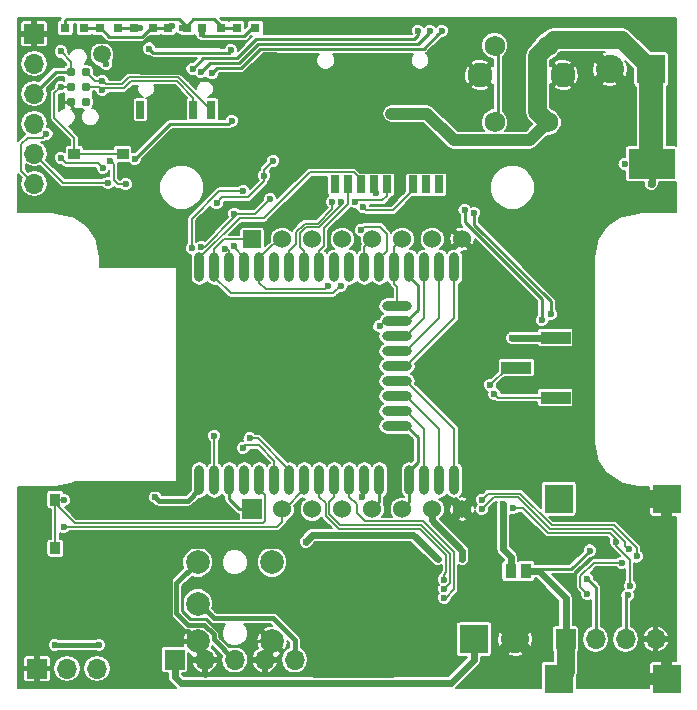
<source format=gtl>
G04 #@! TF.FileFunction,Copper,L1,Top,Signal*
%FSLAX46Y46*%
G04 Gerber Fmt 4.6, Leading zero omitted, Abs format (unit mm)*
G04 Created by KiCad (PCBNEW 4.0.7) date Fri Mar 16 09:41:33 2018*
%MOMM*%
%LPD*%
G01*
G04 APERTURE LIST*
%ADD10C,0.100000*%
%ADD11R,1.676400X1.676400*%
%ADD12C,1.524000*%
%ADD13R,1.524000X1.524000*%
%ADD14R,0.800000X0.800000*%
%ADD15R,4.000000X2.500000*%
%ADD16R,1.700000X1.700000*%
%ADD17O,1.700000X1.700000*%
%ADD18R,1.200000X2.200000*%
%ADD19R,0.700000X1.600000*%
%ADD20R,1.200000X1.400000*%
%ADD21R,1.600000X1.400000*%
%ADD22C,2.400000*%
%ADD23R,2.400000X2.400000*%
%ADD24C,2.000000*%
%ADD25R,0.965200X1.270000*%
%ADD26C,0.787400*%
%ADD27R,1.000000X0.900000*%
%ADD28R,0.900000X1.000000*%
%ADD29R,0.700000X1.500000*%
%ADD30R,1.000000X0.800000*%
%ADD31O,0.900000X2.500000*%
%ADD32O,2.500000X0.900000*%
%ADD33R,6.000000X6.000000*%
%ADD34C,2.100000*%
%ADD35C,1.750000*%
%ADD36C,1.500000*%
%ADD37R,2.510000X1.000000*%
%ADD38C,0.600000*%
%ADD39C,0.160000*%
%ADD40C,0.250000*%
%ADD41C,0.400000*%
%ADD42C,0.600000*%
%ADD43C,1.000000*%
%ADD44C,1.500000*%
%ADD45C,2.000000*%
%ADD46C,0.200000*%
G04 APERTURE END LIST*
D10*
D11*
X20210000Y15500000D03*
D12*
X22750000Y15500000D03*
X25290000Y15500000D03*
X27830000Y15500000D03*
X30370000Y15500000D03*
X32910000Y15500000D03*
X35450000Y15500000D03*
X37990000Y15500000D03*
X37990000Y38360000D03*
X35450000Y38360000D03*
X32910000Y38360000D03*
X30370000Y38360000D03*
X27830000Y38360000D03*
X25290000Y38360000D03*
X22750000Y38360000D03*
D13*
X20210000Y38360000D03*
D14*
X16000000Y56250000D03*
X17600000Y56250000D03*
X4400000Y56250000D03*
X6000000Y56250000D03*
X10200000Y56250000D03*
X11800000Y56250000D03*
X18900000Y56250000D03*
X20500000Y56250000D03*
X13100000Y56250000D03*
X14700000Y56250000D03*
X7300000Y56250000D03*
X8900000Y56250000D03*
D15*
X54050000Y44750000D03*
X47950000Y44750000D03*
D16*
X1750000Y55750000D03*
D17*
X1750000Y53210000D03*
X1750000Y50670000D03*
X1750000Y48130000D03*
X1750000Y45590000D03*
X1750000Y43050000D03*
D18*
X37250000Y53100000D03*
D19*
X27250000Y43000000D03*
X28350000Y43000000D03*
X29450000Y43000000D03*
X30550000Y43000000D03*
X31650000Y43000000D03*
X32750000Y43000000D03*
X33850000Y43000000D03*
X34950000Y43000000D03*
X36050000Y43000000D03*
D20*
X37250000Y43500000D03*
D21*
X22650000Y43500000D03*
D18*
X21750000Y53100000D03*
D16*
X2000000Y2000000D03*
D17*
X4540000Y2000000D03*
X7080000Y2000000D03*
D16*
X46750000Y4500000D03*
D17*
X49290000Y4500000D03*
X51830000Y4500000D03*
X54370000Y4500000D03*
D22*
X50500000Y52750000D03*
D23*
X54000000Y52750000D03*
D22*
X42500000Y4500000D03*
D23*
X39000000Y4500000D03*
D24*
X15600000Y4300000D03*
X21900000Y4300000D03*
X15600000Y7500000D03*
X15600000Y11000000D03*
X21900000Y11000000D03*
D25*
X43385000Y10250000D03*
X42115000Y10250000D03*
D26*
X4865000Y52520000D03*
X6135000Y52520000D03*
X4865000Y51250000D03*
X6135000Y51250000D03*
X4865000Y49980000D03*
X6135000Y49980000D03*
D27*
X5150000Y45600000D03*
X5150000Y44000000D03*
X9250000Y45600000D03*
X9250000Y44000000D03*
D28*
X1950000Y12200000D03*
X3550000Y12200000D03*
X1950000Y16300000D03*
X3550000Y16300000D03*
D29*
X16750000Y49320000D03*
X15250000Y49320000D03*
X12250000Y49320000D03*
X10750000Y49320000D03*
D30*
X18900000Y52180000D03*
X8600000Y52180000D03*
X8600000Y49970000D03*
X18900000Y49970000D03*
D31*
X14483276Y35970792D03*
X15753276Y35970792D03*
X17023276Y35970792D03*
X18293276Y35970792D03*
X19563276Y35970792D03*
X20833276Y35970792D03*
X22103276Y35970792D03*
X23373276Y35970792D03*
X24643276Y35970792D03*
X25913276Y35970792D03*
X27183276Y35970792D03*
X28453276Y35970792D03*
X29723276Y35970792D03*
X30993276Y35970792D03*
D32*
X32483276Y32685792D03*
X32483276Y31415792D03*
X32483276Y30145792D03*
X32483276Y28875792D03*
X32483276Y27605792D03*
X32483276Y26335792D03*
X32483276Y25065792D03*
X32483276Y23795792D03*
X32483276Y22525792D03*
X32483276Y21255792D03*
D31*
X30993276Y17970792D03*
X29723276Y17970792D03*
X28453276Y17970792D03*
X27183276Y17970792D03*
X25913276Y17970792D03*
X24643276Y17970792D03*
X23373276Y17970792D03*
X22103276Y17970792D03*
X20833276Y17970792D03*
X19563276Y17970792D03*
X18293276Y17970792D03*
X17023276Y17970792D03*
X15753276Y17970792D03*
X14483276Y17970792D03*
D33*
X22183276Y26670792D03*
D31*
X32263276Y17970792D03*
X33533276Y17970792D03*
X34803276Y17970792D03*
X36073276Y17970792D03*
X37343276Y17970792D03*
X37343276Y35970792D03*
X36073276Y35970792D03*
X34803276Y35970792D03*
X33533276Y35970792D03*
X32263276Y35970792D03*
D23*
X55320000Y16370000D03*
X46180000Y16370000D03*
X55320000Y1130000D03*
X46180000Y1130000D03*
D34*
X46500000Y52260000D03*
D35*
X45240000Y54750000D03*
X40740000Y54750000D03*
D34*
X39490000Y52260000D03*
D35*
X40740000Y48250000D03*
X45240000Y48250000D03*
D16*
X13670000Y2750000D03*
D17*
X16210000Y2750000D03*
X18750000Y2750000D03*
X21290000Y2750000D03*
X23830000Y2750000D03*
D36*
X7500000Y54000000D03*
D37*
X42595000Y32560000D03*
X42595000Y27480000D03*
X45905000Y30020000D03*
X45905000Y24940000D03*
D38*
X24000000Y14500000D03*
X2750000Y14500000D03*
X27366303Y53786344D03*
X19800000Y49600000D03*
X16960601Y51648480D03*
X42600000Y48500000D03*
X32750000Y53894968D03*
X37294478Y53782853D03*
X39800000Y39800000D03*
X41400000Y38200000D03*
X41000000Y34000000D03*
X39400000Y35800000D03*
X52400000Y14800000D03*
X50000000Y14800000D03*
X47800000Y14800000D03*
X20500000Y7750000D03*
X36250000Y2250000D03*
X38000000Y32500000D03*
X38500000Y27000000D03*
X38500000Y21000000D03*
X18500000Y21000000D03*
X18500000Y27000000D03*
X18500000Y33000000D03*
X14500000Y33000000D03*
X14500000Y27000000D03*
X14500000Y21000000D03*
X24000000Y21000000D03*
X24000000Y33000000D03*
X30000000Y33000000D03*
X30000000Y27000000D03*
X30000000Y21000000D03*
X38300000Y13100000D03*
X31700000Y39800000D03*
X23799999Y41060021D03*
X12823754Y16889979D03*
X14200000Y40200000D03*
X16900000Y39900000D03*
X19327055Y43209990D03*
X20040010Y41250000D03*
X47750000Y46500000D03*
X45500000Y45500000D03*
X45500000Y43500000D03*
X34650000Y50100000D03*
X14200000Y48900000D03*
X12692554Y49307446D03*
X7506978Y46140010D03*
X9200000Y48500000D03*
X8750000Y54550000D03*
X5400000Y49100000D03*
X4000002Y50000000D03*
X25590001Y2000000D03*
X36795166Y3660010D03*
X27000000Y1750000D03*
X4000000Y44250000D03*
X9500000Y16889979D03*
X32250000Y12500000D03*
X30750000Y12557956D03*
X32876772Y42345021D03*
X4750000Y41500000D03*
X13750000Y36750000D03*
X12000000Y45000006D03*
X28500000Y3000000D03*
X33000000Y3000000D03*
X6839990Y7250000D03*
X1750000Y3750000D03*
X17750000Y54750000D03*
X32500000Y19750000D03*
X31750000Y16250000D03*
X32750000Y44250000D03*
X26500000Y49000000D03*
X27750000Y47750000D03*
X27750000Y45750000D03*
X33250000Y45000000D03*
X30750000Y45000000D03*
X31000000Y52000000D03*
X12250000Y4750000D03*
X17250000Y7000000D03*
X15750000Y9250000D03*
X24206908Y8301016D03*
X24731908Y11551016D03*
X25706908Y3551016D03*
X28206908Y12051016D03*
X32456908Y9801016D03*
X32456908Y7301016D03*
X32456908Y5301016D03*
X16999996Y21727066D03*
X15100000Y37600000D03*
X19459990Y42441413D03*
X18410554Y54343950D03*
X50995415Y12740002D03*
X17200000Y41400000D03*
X30692574Y42232585D03*
X21250000Y43750000D03*
X22000000Y45000000D03*
X11499996Y54500000D03*
X42250000Y30000000D03*
X42260010Y15581474D03*
X52200000Y9000000D03*
X38000000Y11250000D03*
X35919980Y11250000D03*
X10280083Y45156393D03*
X18500000Y48400000D03*
X3500000Y4000000D03*
X7250000Y4000000D03*
X12000000Y16500000D03*
X24750000Y12750000D03*
X4000000Y54250000D03*
X51750000Y44750000D03*
X54000000Y43000000D03*
X32000000Y49000000D03*
X34500000Y49000000D03*
X54050000Y44750000D03*
X36250000Y56000000D03*
X16785554Y52388942D03*
X4000000Y51250000D03*
X35250000Y56000000D03*
X15872383Y52487275D03*
X34250000Y56000000D03*
X15172936Y52784584D03*
X7570207Y44410104D03*
X4000000Y45250000D03*
X17957878Y37497809D03*
X8011301Y43150849D03*
X2800000Y47300004D03*
X7858420Y53170189D03*
X52790010Y11500000D03*
X39659990Y16310559D03*
X26600000Y34400000D03*
X31000000Y31000000D03*
X29500000Y16500000D03*
X41489192Y15959990D03*
X40729980Y25250000D03*
X40360021Y26024839D03*
X20000000Y21500000D03*
X19430000Y20680000D03*
X4250000Y14000000D03*
X51517903Y10968407D03*
X52118155Y12118155D03*
X39659990Y15500000D03*
X27719868Y34435815D03*
X48597438Y8350000D03*
X28936017Y41493457D03*
X27767754Y41532240D03*
X29586268Y41100022D03*
X27000000Y41500000D03*
X48600000Y9600000D03*
X52000000Y8200000D03*
X48800000Y12000000D03*
X7540010Y51760011D03*
X7540010Y51000000D03*
X15899996Y37700000D03*
X18700000Y40500000D03*
X29412814Y39123495D03*
X21750000Y41750000D03*
X45500000Y32000000D03*
X39000000Y40585010D03*
X18646222Y37819990D03*
X8209990Y45000000D03*
X9500000Y43000000D03*
X38200000Y40825001D03*
X44750000Y31500000D03*
X4250000Y16250000D03*
X36500000Y8760013D03*
X36439979Y9520026D03*
X36500000Y8000000D03*
X13397857Y56425188D03*
X16000000Y55750000D03*
X14250000Y56250000D03*
X10750000Y56250000D03*
D39*
X23282924Y13000000D02*
X23282924Y13782924D01*
X23282924Y13782924D02*
X24000000Y14500000D01*
X24731908Y11551016D02*
X23282924Y13000000D01*
X1950000Y12200000D02*
X1950000Y13700000D01*
X1950000Y13700000D02*
X2750000Y14500000D01*
X1950000Y16300000D02*
X1950000Y15300000D01*
X1950000Y15300000D02*
X2750000Y14500000D01*
D40*
X31000000Y52000000D02*
X29152647Y52000000D01*
X29152647Y52000000D02*
X27366303Y53786344D01*
D41*
X37294478Y53144478D02*
X37294478Y53358589D01*
X37250000Y53100000D02*
X37294478Y53144478D01*
X37294478Y53358589D02*
X37294478Y53782853D01*
D39*
X41400000Y38200000D02*
X39800000Y39800000D01*
X38000000Y32500000D02*
X38000000Y34400000D01*
X38000000Y34400000D02*
X39400000Y35800000D01*
X50000000Y14800000D02*
X52400000Y14800000D01*
X55320000Y16370000D02*
X49370000Y16370000D01*
X49370000Y16370000D02*
X47800000Y14800000D01*
D41*
X14483276Y17970792D02*
X14012484Y17500000D01*
X14012484Y17500000D02*
X13162484Y17500000D01*
X13162484Y17500000D02*
X12823754Y17161270D01*
X12823754Y17161270D02*
X12823754Y16889979D01*
X21290000Y1540000D02*
X21289999Y1539999D01*
X21289999Y1539999D02*
X24410801Y1539999D01*
X16210000Y2750000D02*
X16210000Y1540000D01*
X16289999Y1539999D02*
X21290000Y1540000D01*
X21290000Y1540000D02*
X21290000Y2750000D01*
X16210000Y1540000D02*
X16250000Y1500000D01*
X16250000Y1500000D02*
X16289999Y1539999D01*
D39*
X38500000Y21000000D02*
X38500000Y27000000D01*
X18500000Y27000000D02*
X18500000Y21000000D01*
X14500000Y33000000D02*
X18500000Y33000000D01*
X14500000Y27000000D02*
X14500000Y33000000D01*
X15767076Y22267076D02*
X14500000Y21000000D01*
X24000000Y21000000D02*
X22732924Y22267076D01*
X22732924Y22267076D02*
X15767076Y22267076D01*
X24000000Y33000000D02*
X24000000Y21000000D01*
X30000000Y27000000D02*
X30000000Y33000000D01*
X32483276Y21255792D02*
X30255792Y21255792D01*
X30255792Y21255792D02*
X30000000Y21000000D01*
X19565746Y41200000D02*
X18200000Y41200000D01*
X20040010Y41250000D02*
X19615746Y41250000D01*
X19615746Y41250000D02*
X19565746Y41200000D01*
X18200000Y41200000D02*
X16900000Y39900000D01*
D41*
X12823754Y16889979D02*
X12523755Y17189978D01*
X9799999Y17189978D02*
X9500000Y16889979D01*
X12523755Y17189978D02*
X9799999Y17189978D01*
D40*
X23700000Y43500000D02*
X22650000Y43500000D01*
X24650000Y44450000D02*
X23700000Y43500000D01*
X28966203Y44450000D02*
X24650000Y44450000D01*
X29331202Y44085001D02*
X28966203Y44450000D01*
X36764999Y44085001D02*
X29331202Y44085001D01*
X37250000Y43600000D02*
X36764999Y44085001D01*
X37250000Y43500000D02*
X37250000Y43600000D01*
D39*
X19327055Y43429040D02*
X19327055Y43209990D01*
X19398015Y43500000D02*
X19327055Y43429040D01*
X20300000Y41250000D02*
X20040010Y41250000D01*
X22550000Y43500000D02*
X20300000Y41250000D01*
X22650000Y43500000D02*
X22550000Y43500000D01*
D42*
X47950000Y44750000D02*
X47950000Y46300000D01*
X47950000Y46300000D02*
X47750000Y46500000D01*
D43*
X46750000Y45500000D02*
X45500000Y45500000D01*
X45500000Y45500000D02*
X33750000Y45500000D01*
D42*
X47950000Y44750000D02*
X46250000Y44750000D01*
X46250000Y44750000D02*
X45500000Y45500000D01*
X47950000Y44750000D02*
X46750000Y44750000D01*
X46750000Y44750000D02*
X45500000Y43500000D01*
D41*
X31000000Y52000000D02*
X32750000Y52000000D01*
X32750000Y52000000D02*
X34650000Y50100000D01*
D39*
X22650000Y43500000D02*
X22400000Y43500000D01*
D40*
X21750000Y53100000D02*
X21750000Y51750000D01*
X21750000Y51750000D02*
X21494999Y51494999D01*
X21494999Y51494999D02*
X16922803Y51494999D01*
X16922803Y51494999D02*
X16602801Y51815001D01*
X9049999Y54250001D02*
X8750000Y54550000D01*
X16602801Y51815001D02*
X14771201Y51815001D01*
X14771201Y51815001D02*
X14131179Y52455023D01*
X14131179Y52455023D02*
X10844977Y52455023D01*
X10844977Y52455023D02*
X9049999Y54250001D01*
D39*
X12692554Y49307446D02*
X13792554Y49307446D01*
X13792554Y49307446D02*
X14200000Y48900000D01*
D40*
X12262554Y49307446D02*
X12268290Y49307446D01*
X12250000Y49320000D02*
X12262554Y49307446D01*
X12268290Y49307446D02*
X12692554Y49307446D01*
X2850000Y55750000D02*
X3550001Y55049999D01*
X1750000Y55750000D02*
X2850000Y55750000D01*
X8250001Y55049999D02*
X8450001Y54849999D01*
X8450001Y54849999D02*
X8750000Y54550000D01*
X3550001Y55049999D02*
X8250001Y55049999D01*
X4865000Y49980000D02*
X4865000Y49635000D01*
X4865000Y49635000D02*
X5400000Y49100000D01*
X4020002Y49980000D02*
X4000002Y50000000D01*
X4865000Y49980000D02*
X4020002Y49980000D01*
D44*
X36750000Y6750000D02*
X32000000Y2000000D01*
X32000000Y2000000D02*
X25590001Y2000000D01*
X41947056Y6750000D02*
X36750000Y6750000D01*
X42500000Y4500000D02*
X42500000Y6197056D01*
X42500000Y6197056D02*
X41947056Y6750000D01*
D41*
X24410801Y1539999D02*
X28695891Y1539999D01*
X28695891Y1539999D02*
X32456908Y5301016D01*
D42*
X28500000Y3000000D02*
X28250000Y3000000D01*
X28250000Y3000000D02*
X27000000Y1750000D01*
D44*
X48070001Y18929999D02*
X49900000Y17100000D01*
X49900000Y17100000D02*
X50630000Y16370000D01*
X48070001Y44429999D02*
X48070001Y18929999D01*
X47950000Y44750000D02*
X47950000Y44550000D01*
X47950000Y44550000D02*
X48070001Y44429999D01*
D40*
X5150000Y44000000D02*
X4250000Y44000000D01*
X4250000Y44000000D02*
X4000000Y44250000D01*
X32876772Y42769285D02*
X32876772Y42345021D01*
X32750000Y43000000D02*
X32876772Y42873228D01*
X32876772Y42873228D02*
X32876772Y42769285D01*
D41*
X14483276Y35970792D02*
X14483276Y36016724D01*
X14483276Y36016724D02*
X13750000Y36750000D01*
D39*
X5548961Y44000000D02*
X5150000Y44000000D01*
X10999994Y44000000D02*
X12000000Y45000006D01*
X9250000Y44000000D02*
X10999994Y44000000D01*
D41*
X16960001Y10035737D02*
X16174264Y9250000D01*
X16252801Y12360001D02*
X16960001Y11652801D01*
X13250000Y10662803D02*
X14947198Y12360001D01*
X16960001Y11652801D02*
X16960001Y10035737D01*
X13250000Y5235787D02*
X13250000Y10662803D01*
X15600000Y4300000D02*
X14185787Y4300000D01*
X14947198Y12360001D02*
X16252801Y12360001D01*
X14185787Y4300000D02*
X13250000Y5235787D01*
D40*
X32456908Y7301016D02*
X32456908Y5301016D01*
X32456908Y9801016D02*
X32456908Y7301016D01*
X28206908Y12051016D02*
X30206908Y12051016D01*
X30206908Y12051016D02*
X32456908Y9801016D01*
X32263276Y17970792D02*
X32263276Y19513276D01*
X32263276Y19513276D02*
X32500000Y19750000D01*
X32263276Y17970792D02*
X32263276Y16763276D01*
X32263276Y16763276D02*
X31750000Y16250000D01*
X32750000Y43000000D02*
X32750000Y44250000D01*
D43*
X47950000Y44750000D02*
X47500000Y44750000D01*
X47500000Y44750000D02*
X46750000Y45500000D01*
X33750000Y45500000D02*
X33250000Y45000000D01*
D42*
X31000000Y52000000D02*
X31000000Y49711212D01*
X31000000Y49711212D02*
X30789990Y49501202D01*
X30789990Y49501202D02*
X30789990Y45039990D01*
X30789990Y45039990D02*
X30750000Y45000000D01*
D41*
X24410801Y1539999D02*
X25706908Y2836106D01*
X25706908Y2836106D02*
X25706908Y3551016D01*
X17250000Y7000000D02*
X22257924Y7000000D01*
X22257924Y7000000D02*
X25706908Y3551016D01*
X16174264Y9250000D02*
X17250000Y8174264D01*
X17250000Y8174264D02*
X17250000Y7000000D01*
X24731908Y11551016D02*
X23922923Y12360001D01*
X23922923Y12360001D02*
X21110001Y12360001D01*
X21110001Y12360001D02*
X20250000Y11500000D01*
X20250000Y11500000D02*
X20250000Y10637198D01*
X20250000Y10637198D02*
X21387198Y9500000D01*
X21387198Y9500000D02*
X22680892Y9500000D01*
X22680892Y9500000D02*
X24731908Y11551016D01*
X16174264Y9250000D02*
X15750000Y9250000D01*
D40*
X18229199Y3914999D02*
X17445012Y4699186D01*
X14314999Y6883199D02*
X14314999Y8239263D01*
X14314999Y8239263D02*
X15325736Y9250000D01*
X14983199Y6214999D02*
X14314999Y6883199D01*
X17445012Y4699186D02*
X17445012Y5119080D01*
X21900000Y4300000D02*
X20485787Y4300000D01*
X20100786Y3914999D02*
X18229199Y3914999D01*
X17445012Y5119080D02*
X16349093Y6214999D01*
X16349093Y6214999D02*
X14983199Y6214999D01*
X15325736Y9250000D02*
X15750000Y9250000D01*
X20485787Y4300000D02*
X20100786Y3914999D01*
D44*
X50630000Y16370000D02*
X55320000Y16370000D01*
D41*
X28206908Y12051016D02*
X25231908Y12051016D01*
X25231908Y12051016D02*
X24731908Y11551016D01*
D39*
X17023276Y21703786D02*
X16999996Y21727066D01*
X17023276Y17970792D02*
X17023276Y21703786D01*
X15100000Y37600000D02*
X15100000Y40099204D01*
X15100000Y40099204D02*
X17442209Y42441413D01*
X17442209Y42441413D02*
X19035726Y42441413D01*
X19035726Y42441413D02*
X19459990Y42441413D01*
D40*
X11499996Y54500000D02*
X11834997Y54164999D01*
X18231603Y54164999D02*
X18410554Y54343950D01*
X11834997Y54164999D02*
X18231603Y54164999D01*
D39*
X52200000Y9000000D02*
X52200000Y11200000D01*
X52200000Y11200000D02*
X51000000Y12400000D01*
X51000000Y12400000D02*
X51000000Y12735417D01*
X51000000Y12735417D02*
X50995415Y12740002D01*
X42260010Y15581474D02*
X43168526Y15581474D01*
X43168526Y15581474D02*
X45250000Y13500000D01*
X50995415Y13004585D02*
X50995415Y12740002D01*
X45250000Y13500000D02*
X50500000Y13500000D01*
X50500000Y13500000D02*
X50995415Y13004585D01*
D41*
X14782485Y16200001D02*
X15753276Y17170792D01*
X12299999Y16200001D02*
X14782485Y16200001D01*
X12000000Y16500000D02*
X12299999Y16200001D01*
X15753276Y17170792D02*
X15753276Y17970792D01*
D39*
X21250000Y43750000D02*
X21250000Y43325736D01*
X21250000Y43325736D02*
X19824264Y41900000D01*
X19824264Y41900000D02*
X17700000Y41900000D01*
X17700000Y41900000D02*
X17200000Y41400000D01*
D40*
X30692574Y42656849D02*
X30692574Y42232585D01*
X30550000Y43000000D02*
X30692574Y42857426D01*
X30692574Y42857426D02*
X30692574Y42656849D01*
D39*
X21250000Y44250000D02*
X21700001Y44700001D01*
X21250000Y43750000D02*
X21250000Y44250000D01*
X21700001Y44700001D02*
X22000000Y45000000D01*
D42*
X42270000Y30020000D02*
X42250000Y30000000D01*
X45905000Y30020000D02*
X42270000Y30020000D01*
X38000000Y11250000D02*
X38000000Y12000000D01*
X38000000Y12000000D02*
X35450000Y14550000D01*
X35450000Y14550000D02*
X35450000Y15500000D01*
X25317966Y13317966D02*
X33852014Y13317966D01*
X33852014Y13317966D02*
X35919980Y11250000D01*
X24750000Y12750000D02*
X25317966Y13317966D01*
D40*
X18200001Y48100001D02*
X13223691Y48100001D01*
X13223691Y48100001D02*
X10280083Y45156393D01*
X18500000Y48400000D02*
X18200001Y48100001D01*
D41*
X7250000Y4000000D02*
X3500000Y4000000D01*
D40*
X4865000Y52520000D02*
X3600000Y52520000D01*
X3600000Y52520000D02*
X1750000Y50670000D01*
D39*
X4000000Y54250000D02*
X4865000Y53385000D01*
X4865000Y53385000D02*
X4865000Y52520000D01*
D42*
X54050000Y44750000D02*
X54050000Y43050000D01*
X54050000Y43050000D02*
X54000000Y43000000D01*
D45*
X54000000Y52750000D02*
X54000000Y44800000D01*
X54000000Y44800000D02*
X54050000Y44750000D01*
D43*
X34500000Y49000000D02*
X32000000Y49000000D01*
X34500000Y49000000D02*
X35000000Y49000000D01*
X45240000Y48250000D02*
X43704999Y46714999D01*
X43704999Y46714999D02*
X37285001Y46714999D01*
X37285001Y46714999D02*
X35000000Y49000000D01*
D44*
X54000000Y52750000D02*
X51500000Y55250000D01*
X51500000Y55250000D02*
X45740000Y55250000D01*
X45740000Y55250000D02*
X45240000Y54750000D01*
X45240000Y54750000D02*
X44365001Y53875001D01*
X44365001Y53875001D02*
X44365001Y49124999D01*
X44365001Y49124999D02*
X45240000Y48250000D01*
D40*
X45240000Y54750000D02*
X45000000Y54510000D01*
X45000000Y54510000D02*
X45000000Y48490000D01*
X45000000Y48490000D02*
X45240000Y48250000D01*
X35950001Y55700001D02*
X36250000Y56000000D01*
X19301999Y52865001D02*
X20921999Y54485001D01*
X22583024Y54479978D02*
X34729978Y54479978D01*
X22578001Y54485001D02*
X22583024Y54479978D01*
X16785554Y52388942D02*
X17261613Y52865001D01*
X34729978Y54479978D02*
X35950001Y55700001D01*
X17261613Y52865001D02*
X19301999Y52865001D01*
X20921999Y54485001D02*
X22578001Y54485001D01*
D39*
X9250000Y45600000D02*
X5810000Y45600000D01*
X5810000Y45600000D02*
X5150000Y45600000D01*
X5150000Y45600000D02*
X5150000Y46950000D01*
X5150000Y46950000D02*
X3459998Y48640002D01*
X3459998Y48640002D02*
X3459998Y50709998D01*
X3459998Y50709998D02*
X3700001Y50950001D01*
X3700001Y50950001D02*
X4000000Y51250000D01*
X4865000Y51250000D02*
X4000000Y51250000D01*
D40*
X15872383Y52487275D02*
X16660120Y53275012D01*
X19132167Y53275012D02*
X20752167Y54895012D01*
X22747833Y54895012D02*
X22752856Y54889989D01*
X16660120Y53275012D02*
X19132167Y53275012D01*
X20752167Y54895012D02*
X22747833Y54895012D01*
X22752856Y54889989D02*
X34289989Y54889989D01*
X34289989Y54889989D02*
X35200000Y55800000D01*
X35200000Y55800000D02*
X35200000Y56000000D01*
X35200000Y56000000D02*
X35250000Y56000000D01*
X34250000Y56000000D02*
X34250000Y55650000D01*
X34250000Y55650000D02*
X33900000Y55300000D01*
X33900000Y55300000D02*
X22922688Y55300000D01*
X22922688Y55300000D02*
X22917665Y55305023D01*
X22917665Y55305023D02*
X20582335Y55305023D01*
X20582335Y55305023D02*
X18962335Y53685023D01*
X18962335Y53685023D02*
X16073375Y53685023D01*
X16073375Y53685023D02*
X15172936Y52784584D01*
D39*
X7180312Y44799999D02*
X7570207Y44410104D01*
X4450001Y44799999D02*
X7180312Y44799999D01*
X4000000Y45250000D02*
X4450001Y44799999D01*
X18176259Y37497809D02*
X17957878Y37497809D01*
X18293276Y37380792D02*
X18176259Y37497809D01*
X18293276Y35970792D02*
X18293276Y37380792D01*
X4189151Y43150849D02*
X8011301Y43150849D01*
X1750000Y45590000D02*
X4189151Y43150849D01*
X2500001Y47000005D02*
X2800000Y47300004D01*
X659999Y46409999D02*
X1218088Y46968088D01*
X2468084Y46968088D02*
X2500001Y47000005D01*
X1218088Y46968088D02*
X2468084Y46968088D01*
X659999Y44140001D02*
X659999Y46409999D01*
X1750000Y43050000D02*
X659999Y44140001D01*
D40*
X7500000Y53528609D02*
X7558421Y53470188D01*
X7500000Y54000000D02*
X7500000Y53528609D01*
X7558421Y53470188D02*
X7858420Y53170189D01*
X18293276Y17970792D02*
X18293276Y16328524D01*
X18293276Y16328524D02*
X19121800Y15500000D01*
X19121800Y15500000D02*
X20210000Y15500000D01*
D39*
X42885114Y16820011D02*
X45565102Y14140022D01*
X50859978Y14140022D02*
X52790010Y12209990D01*
X39659990Y16310559D02*
X40169442Y16820011D01*
X40169442Y16820011D02*
X42885114Y16820011D01*
X45565102Y14140022D02*
X50859978Y14140022D01*
X52790010Y12209990D02*
X52790010Y11924264D01*
X52790010Y11924264D02*
X52790010Y11500000D01*
X20833276Y35970792D02*
X20833276Y34666724D01*
X20833276Y34666724D02*
X21350000Y34150000D01*
X21350000Y34150000D02*
X26350000Y34150000D01*
X26350000Y34150000D02*
X26600000Y34400000D01*
X22000000Y37937516D02*
X22327516Y37937516D01*
X22327516Y37937516D02*
X22750000Y38360000D01*
X20833276Y35970792D02*
X20833276Y36770792D01*
X20833276Y36770792D02*
X22000000Y37937516D01*
X32483276Y31415792D02*
X31415792Y31415792D01*
X31415792Y31415792D02*
X31000000Y31000000D01*
D40*
X34233276Y34470792D02*
X34233276Y32365792D01*
X34233276Y32365792D02*
X33283276Y31415792D01*
X33533276Y35170792D02*
X34233276Y34470792D01*
X33283276Y31415792D02*
X32483276Y31415792D01*
X33533276Y35970792D02*
X33533276Y35170792D01*
D39*
X29723276Y17970792D02*
X29723276Y16560792D01*
X29723276Y16560792D02*
X29662484Y16500000D01*
X29662484Y16500000D02*
X29500000Y16500000D01*
D40*
X29723276Y17970792D02*
X29723276Y17170792D01*
X28052484Y15500000D02*
X27830000Y15500000D01*
X30993276Y17970792D02*
X30993276Y16123276D01*
X30993276Y16123276D02*
X30370000Y15500000D01*
X33533276Y17970792D02*
X33533276Y16123276D01*
X33533276Y16123276D02*
X32910000Y15500000D01*
X33533276Y18770792D02*
X34233276Y19470792D01*
X34233276Y19470792D02*
X34233276Y21575792D01*
X34233276Y21575792D02*
X33283276Y22525792D01*
X33283276Y22525792D02*
X32483276Y22525792D01*
D42*
X41489192Y12110808D02*
X41489192Y15959990D01*
X42115000Y11485000D02*
X41489192Y12110808D01*
X42115000Y10250000D02*
X42115000Y11485000D01*
D39*
X45905000Y24940000D02*
X41039980Y24940000D01*
X41029979Y24950001D02*
X40729980Y25250000D01*
X41039980Y24940000D02*
X41029979Y24950001D01*
X32483276Y32685792D02*
X32483276Y34340792D01*
X32483276Y34340792D02*
X32263276Y34560792D01*
X32263276Y34560792D02*
X32263276Y35970792D01*
X32263276Y35970792D02*
X32263276Y37713276D01*
X32263276Y37713276D02*
X32910000Y38360000D01*
X40384839Y26024839D02*
X40360021Y26024839D01*
X41840000Y27480000D02*
X40384839Y26024839D01*
X42595000Y27480000D02*
X41840000Y27480000D01*
X29723276Y35970792D02*
X29723276Y37713276D01*
X29723276Y37713276D02*
X30370000Y38360000D01*
X23373276Y17970792D02*
X23373276Y18826724D01*
X23373276Y18826724D02*
X20700000Y21500000D01*
X20700000Y21500000D02*
X20000000Y21500000D01*
X22103276Y17970792D02*
X22103276Y19596724D01*
X22103276Y19596724D02*
X20800000Y20900000D01*
X20800000Y20900000D02*
X19650000Y20900000D01*
X19650000Y20900000D02*
X19430000Y20680000D01*
X22750000Y15500000D02*
X22750000Y14422370D01*
X22750000Y14422370D02*
X22327630Y14000000D01*
X22327630Y14000000D02*
X4250000Y14000000D01*
X24643276Y17970792D02*
X24643276Y17170792D01*
X24643276Y17170792D02*
X22972484Y15500000D01*
X22972484Y15500000D02*
X22750000Y15500000D01*
X49168407Y10968407D02*
X51093639Y10968407D01*
X48000000Y9800000D02*
X49168407Y10968407D01*
X48000000Y8947438D02*
X48000000Y9800000D01*
X48597438Y8350000D02*
X48000000Y8947438D01*
X51093639Y10968407D02*
X51517903Y10968407D01*
X50679989Y13820011D02*
X51818156Y12681844D01*
X45432551Y13820011D02*
X50679989Y13820011D01*
X51818156Y12418154D02*
X52118155Y12118155D01*
X42752562Y16500000D02*
X45432551Y13820011D01*
X51818156Y12681844D02*
X51818156Y12418154D01*
X40659990Y16500000D02*
X42752562Y16500000D01*
X39659990Y15500000D02*
X40659990Y16500000D01*
X17023276Y35970792D02*
X17023276Y35170792D01*
X17023276Y35170792D02*
X18394068Y33800000D01*
X27084053Y33800000D02*
X27419869Y34135816D01*
X18394068Y33800000D02*
X27084053Y33800000D01*
X27419869Y34135816D02*
X27719868Y34435815D01*
X17023276Y35970792D02*
X17023276Y37523276D01*
X17023276Y37523276D02*
X17860000Y38360000D01*
X17860000Y38360000D02*
X20210000Y38360000D01*
X25913276Y37380792D02*
X25913276Y35970792D01*
X28350000Y43000000D02*
X28350000Y41344875D01*
X26300000Y39294875D02*
X26300000Y37767516D01*
X28350000Y41344875D02*
X26300000Y39294875D01*
X26300000Y37767516D02*
X25913276Y37380792D01*
X15753276Y36753276D02*
X15753276Y35970792D01*
X19149967Y40149967D02*
X15753276Y36753276D01*
X29450000Y43000000D02*
X29450000Y43450000D01*
X21231969Y40149967D02*
X19149967Y40149967D01*
X25122003Y44040001D02*
X21231969Y40149967D01*
X28859999Y44040001D02*
X25122003Y44040001D01*
X29450000Y43450000D02*
X28859999Y44040001D01*
X25914563Y39362001D02*
X27767754Y41215192D01*
X24809039Y39362001D02*
X25914563Y39362001D01*
X24643276Y35970792D02*
X24643276Y37380792D01*
X24643276Y37380792D02*
X24287999Y37736069D01*
X24287999Y38840961D02*
X24809039Y39362001D01*
X24287999Y37736069D02*
X24287999Y38840961D01*
X27767754Y41215192D02*
X27767754Y41532240D01*
X31250023Y41640023D02*
X29082583Y41640023D01*
X31650000Y42040000D02*
X31250023Y41640023D01*
X29082583Y41640023D02*
X28936017Y41493457D01*
X31650000Y43000000D02*
X31650000Y42040000D01*
X25782012Y39682012D02*
X27000000Y40900000D01*
X24594475Y39600000D02*
X24676487Y39682012D01*
X23373276Y35970792D02*
X23373276Y37380792D01*
X23373276Y37380792D02*
X23967988Y37975504D01*
X23967988Y37975504D02*
X23967988Y38992252D01*
X23967988Y38992252D02*
X24575736Y39600000D01*
X24575736Y39600000D02*
X24594475Y39600000D01*
X24676487Y39682012D02*
X25782012Y39682012D01*
X27000000Y40900000D02*
X27000000Y41500000D01*
X33850000Y42550000D02*
X32100023Y40800023D01*
X33850000Y43000000D02*
X33850000Y42550000D01*
X32100023Y40800023D02*
X29886267Y40800023D01*
X29886267Y40800023D02*
X29586268Y41100022D01*
D40*
X49290000Y4500000D02*
X49290000Y8910000D01*
X49290000Y8910000D02*
X48600000Y9600000D01*
X51830000Y4500000D02*
X51830000Y8030000D01*
X51830000Y8030000D02*
X52000000Y8200000D01*
X48800000Y12000000D02*
X47200000Y10400000D01*
X47200000Y10400000D02*
X43535000Y10400000D01*
X43535000Y10400000D02*
X43385000Y10250000D01*
D44*
X46750000Y4500000D02*
X46750000Y1700000D01*
X46750000Y1700000D02*
X46180000Y1130000D01*
D42*
X46750000Y4500000D02*
X46750000Y7967600D01*
X46750000Y7967600D02*
X44467600Y10250000D01*
X44467600Y10250000D02*
X43385000Y10250000D01*
D39*
X13979988Y52090012D02*
X9826849Y52090012D01*
X9206848Y51470011D02*
X7830010Y51470011D01*
X16750000Y49320000D02*
X16570000Y49500000D01*
X16570000Y49500000D02*
X16500000Y49500000D01*
X16500000Y49500000D02*
X16500000Y49570000D01*
X16500000Y49570000D02*
X13979988Y52090012D01*
X9826849Y52090012D02*
X9206848Y51470011D01*
X7830010Y51470011D02*
X7540010Y51760011D01*
X6894989Y51760011D02*
X7540010Y51760011D01*
X6655000Y52000000D02*
X6894989Y51760011D01*
X6135000Y52520000D02*
X6655000Y52000000D01*
X6155000Y52500000D02*
X6655000Y52000000D01*
X15250000Y49320000D02*
X15250000Y50350000D01*
X15250000Y50350000D02*
X13829999Y51770001D01*
X13829999Y51770001D02*
X10918799Y51770001D01*
X9939400Y51750000D02*
X9339400Y51150000D01*
X10918799Y51770001D02*
X10898798Y51750000D01*
X10898798Y51750000D02*
X9939400Y51750000D01*
X9339400Y51150000D02*
X7700000Y51150000D01*
X7700000Y51150000D02*
X7550000Y51000000D01*
X7550000Y51000000D02*
X7540010Y51000000D01*
X6135000Y51250000D02*
X7290010Y51250000D01*
X7290010Y51250000D02*
X7540010Y51000000D01*
X16200000Y37700000D02*
X18700000Y40200000D01*
X15899996Y37700000D02*
X16200000Y37700000D01*
X18700000Y40200000D02*
X18700000Y40500000D01*
X19124264Y40500000D02*
X18700000Y40500000D01*
X21750000Y41750000D02*
X20500000Y40500000D01*
X20500000Y40500000D02*
X19124264Y40500000D01*
X31603276Y37380792D02*
X31603276Y38820992D01*
X31000774Y39423494D02*
X29712813Y39423494D01*
X31603276Y38820992D02*
X31000774Y39423494D01*
X30993276Y35970792D02*
X30993276Y36770792D01*
X30993276Y36770792D02*
X31603276Y37380792D01*
X29712813Y39423494D02*
X29412814Y39123495D01*
D40*
X45500000Y33100000D02*
X39000000Y39600000D01*
X45500000Y32000000D02*
X45500000Y33100000D01*
X39000000Y39600000D02*
X39000000Y40585010D01*
D39*
X18646222Y37687846D02*
X18646222Y37819990D01*
X19563276Y36770792D02*
X18646222Y37687846D01*
X19563276Y35970792D02*
X19563276Y36770792D01*
X8509999Y44699991D02*
X8209990Y45000000D01*
X9500000Y43000000D02*
X8867998Y43000000D01*
X8867998Y43000000D02*
X8509999Y43357999D01*
X8509999Y43357999D02*
X8509999Y44699991D01*
D40*
X44750000Y31924264D02*
X44750000Y31500000D01*
X44750000Y33270158D02*
X44750000Y31924264D01*
X38200000Y39820158D02*
X44750000Y33270158D01*
X38200000Y40825001D02*
X38200000Y39820158D01*
D39*
X4250000Y16250000D02*
X3600000Y16250000D01*
X3600000Y16250000D02*
X3550000Y16300000D01*
X3550000Y12200000D02*
X3550000Y16300000D01*
X20833276Y17170792D02*
X21288201Y16715867D01*
X21288201Y14469799D02*
X21138413Y14320011D01*
X21288201Y16715867D02*
X21288201Y14469799D01*
X21138413Y14320011D02*
X5179989Y14320011D01*
X5179989Y14320011D02*
X3500000Y16000000D01*
X3500000Y16000000D02*
X3500000Y16300000D01*
X3500000Y16300000D02*
X3550000Y16300000D01*
D40*
X20833276Y17970792D02*
X20833276Y17170792D01*
D39*
X36799999Y9060012D02*
X36500000Y8760013D01*
X36979989Y9240002D02*
X36799999Y9060012D01*
X34524575Y14177988D02*
X36979989Y11722574D01*
X26750000Y15097038D02*
X27669050Y14177988D01*
X26750000Y16127516D02*
X26750000Y15097038D01*
X27183276Y17970792D02*
X27183276Y16560792D01*
X27183276Y16560792D02*
X26750000Y16127516D01*
X36979989Y11722574D02*
X36979989Y9240002D01*
X27669050Y14177988D02*
X34524575Y14177988D01*
X34803276Y35970792D02*
X34803276Y31665792D01*
X34803276Y31665792D02*
X33283276Y30145792D01*
X33283276Y30145792D02*
X32483276Y30145792D01*
X36073276Y35970792D02*
X36073276Y31665792D01*
X36073276Y31665792D02*
X33283276Y28875792D01*
X33283276Y28875792D02*
X32483276Y28875792D01*
X37343276Y35970792D02*
X37343276Y31665792D01*
X33283276Y27605792D02*
X32483276Y27605792D01*
X37343276Y31665792D02*
X33283276Y27605792D01*
X37343276Y17970792D02*
X37343276Y22275792D01*
X37343276Y22275792D02*
X33283276Y26335792D01*
X33283276Y26335792D02*
X32483276Y26335792D01*
X33283276Y25065792D02*
X32483276Y25065792D01*
X36073276Y22275792D02*
X33283276Y25065792D01*
X36073276Y17970792D02*
X36073276Y22275792D01*
X34803276Y17970792D02*
X34803276Y22275792D01*
X34803276Y22275792D02*
X33283276Y23795792D01*
X33283276Y23795792D02*
X32483276Y23795792D01*
X36439979Y9944290D02*
X36439979Y9520026D01*
X36659978Y11590022D02*
X36659978Y10164289D01*
X34392023Y13857977D02*
X36659978Y11590022D01*
X26429989Y16044079D02*
X26429989Y14964486D01*
X27536498Y13857977D02*
X34392023Y13857977D01*
X25913276Y16560792D02*
X26429989Y16044079D01*
X36659978Y10164289D02*
X36439979Y9944290D01*
X26429989Y14964486D02*
X27536498Y13857977D01*
X25913276Y17970792D02*
X25913276Y16560792D01*
X36500000Y8000000D02*
X36600000Y8000000D01*
X36600000Y8000000D02*
X37300000Y8700000D01*
X37300000Y8700000D02*
X37300000Y11855126D01*
X37300000Y11855126D02*
X34657127Y14497999D01*
X34657127Y14497999D02*
X29752001Y14497999D01*
X29752001Y14497999D02*
X29100000Y15150000D01*
X29100000Y15914068D02*
X28453276Y16560792D01*
X29100000Y15150000D02*
X29100000Y15914068D01*
X28453276Y16560792D02*
X28453276Y17970792D01*
D40*
X40740000Y54750000D02*
X40990000Y54500000D01*
X40990000Y54500000D02*
X41000000Y54500000D01*
X41000000Y54500000D02*
X41000000Y48510000D01*
X41000000Y48510000D02*
X40740000Y48250000D01*
D41*
X23830000Y4382802D02*
X21962802Y6250000D01*
X17000000Y6250000D02*
X21962802Y6250000D01*
X15750000Y7500000D02*
X17000000Y6250000D01*
X15600000Y7500000D02*
X15750000Y7500000D01*
X23830000Y2750000D02*
X23830000Y4382802D01*
X13810011Y9210011D02*
X15600000Y11000000D01*
X13810011Y6689989D02*
X13810011Y9210011D01*
X16148196Y5729988D02*
X14770012Y5729988D01*
X16960001Y4918183D02*
X16148196Y5729988D01*
X16960001Y4498288D02*
X16960001Y4918183D01*
X18708289Y2750000D02*
X16960001Y4498288D01*
X18750000Y2750000D02*
X18708289Y2750000D01*
X14770012Y5729988D02*
X13810011Y6689989D01*
D42*
X39000000Y4500000D02*
X39000000Y2750000D01*
X39000000Y2750000D02*
X37039990Y789990D01*
X37039990Y789990D02*
X14180010Y789990D01*
X14180010Y789990D02*
X13670000Y1300000D01*
X13670000Y1300000D02*
X13670000Y2750000D01*
D40*
X13222669Y56250000D02*
X13397857Y56425188D01*
X13100000Y56250000D02*
X13222669Y56250000D01*
X6000000Y56250000D02*
X7300000Y56250000D01*
X11800000Y56250000D02*
X11800000Y56450000D01*
X11800000Y56450000D02*
X10850000Y55500000D01*
X10850000Y55500000D02*
X8100000Y55500000D01*
X8100000Y55500000D02*
X7300000Y56300000D01*
X7300000Y56300000D02*
X7300000Y56250000D01*
X13100000Y56250000D02*
X11800000Y56250000D01*
X16000000Y56250000D02*
X16000000Y55600000D01*
X16000000Y55600000D02*
X16035001Y55564999D01*
X16035001Y55564999D02*
X19528001Y55564999D01*
X19528001Y55564999D02*
X20213002Y56250000D01*
X20213002Y56250000D02*
X20500000Y56250000D01*
X16000000Y55750000D02*
X16000000Y56250000D01*
X4400000Y56900000D02*
X4400000Y56250000D01*
X4500000Y57000000D02*
X4400000Y56900000D01*
X13989811Y57010189D02*
X13117056Y57010189D01*
X14500000Y56500000D02*
X13989811Y57010189D01*
X13106867Y57000000D02*
X4500000Y57000000D01*
X13117056Y57010189D02*
X13106867Y57000000D01*
X14700000Y56250000D02*
X14700000Y56450000D01*
X14700000Y56450000D02*
X15250000Y57000000D01*
X15250000Y57000000D02*
X17000000Y57000000D01*
X17000000Y57000000D02*
X17600000Y56400000D01*
X17600000Y56400000D02*
X17600000Y56250000D01*
X18900000Y56250000D02*
X17600000Y56250000D01*
X14250000Y56250000D02*
X14700000Y56250000D01*
X10200000Y56250000D02*
X8900000Y56250000D01*
X10750000Y56250000D02*
X10200000Y56250000D01*
D46*
G36*
X4007351Y57062641D02*
X4007351Y57062640D01*
X3985575Y56953163D01*
X3888827Y56934958D01*
X3786721Y56869255D01*
X3718222Y56769003D01*
X3694123Y56650000D01*
X3694123Y55850000D01*
X3715042Y55738827D01*
X3780745Y55636721D01*
X3880997Y55568222D01*
X4000000Y55544123D01*
X4800000Y55544123D01*
X4911173Y55565042D01*
X5013279Y55630745D01*
X5081778Y55730997D01*
X5105877Y55850000D01*
X5105877Y56575000D01*
X5294123Y56575000D01*
X5294123Y55850000D01*
X5315042Y55738827D01*
X5380745Y55636721D01*
X5480997Y55568222D01*
X5600000Y55544123D01*
X6400000Y55544123D01*
X6511173Y55565042D01*
X6613279Y55630745D01*
X6650004Y55684494D01*
X6680745Y55636721D01*
X6780997Y55568222D01*
X6900000Y55544123D01*
X7454837Y55544123D01*
X7799480Y55199480D01*
X7937359Y55107351D01*
X8100000Y55075000D01*
X10850000Y55075000D01*
X10985657Y55101984D01*
X11012641Y55107351D01*
X11150520Y55199480D01*
X11495163Y55544123D01*
X12200000Y55544123D01*
X12311173Y55565042D01*
X12413279Y55630745D01*
X12450004Y55684494D01*
X12480745Y55636721D01*
X12580997Y55568222D01*
X12700000Y55544123D01*
X13500000Y55544123D01*
X13611173Y55565042D01*
X13713279Y55630745D01*
X13781778Y55730997D01*
X13805141Y55846366D01*
X13909683Y55741641D01*
X14050987Y55682967D01*
X14080745Y55636721D01*
X14180997Y55568222D01*
X14300000Y55544123D01*
X15100000Y55544123D01*
X15211173Y55565042D01*
X15313279Y55630745D01*
X15350004Y55684494D01*
X15380745Y55636721D01*
X15404237Y55620670D01*
X15491048Y55410571D01*
X15659683Y55241641D01*
X15880129Y55150104D01*
X15984657Y55150013D01*
X16035001Y55139999D01*
X19528001Y55139999D01*
X19663658Y55166983D01*
X19690642Y55172350D01*
X19828521Y55264479D01*
X20108165Y55544123D01*
X20220395Y55544123D01*
X19010546Y54334274D01*
X19010658Y54462774D01*
X18919506Y54683379D01*
X18750871Y54852309D01*
X18530425Y54943846D01*
X18291730Y54944054D01*
X18071125Y54852902D01*
X17902195Y54684267D01*
X17863052Y54589999D01*
X12100075Y54589999D01*
X12100100Y54618824D01*
X12008948Y54839429D01*
X11840313Y55008359D01*
X11619867Y55099896D01*
X11381172Y55100104D01*
X11160567Y55008952D01*
X10991637Y54840317D01*
X10900100Y54619871D01*
X10899892Y54381176D01*
X10991044Y54160571D01*
X11159679Y53991641D01*
X11380125Y53900104D01*
X11498956Y53900000D01*
X11534477Y53864479D01*
X11672356Y53772350D01*
X11699340Y53766983D01*
X11834997Y53739999D01*
X15527311Y53739999D01*
X15171897Y53384585D01*
X15054112Y53384688D01*
X14833507Y53293536D01*
X14664577Y53124901D01*
X14573040Y52904455D01*
X14572832Y52665760D01*
X14663984Y52445155D01*
X14832619Y52276225D01*
X15053065Y52184688D01*
X15291760Y52184480D01*
X15340050Y52204433D01*
X15363431Y52147846D01*
X15532066Y51978916D01*
X15752512Y51887379D01*
X15991207Y51887171D01*
X16211812Y51978323D01*
X16279859Y52046251D01*
X16445237Y51880583D01*
X16665683Y51789046D01*
X16904378Y51788838D01*
X17124983Y51879990D01*
X17293913Y52048625D01*
X17385450Y52269071D01*
X17385554Y52387902D01*
X17431208Y52433556D01*
X38124538Y52433556D01*
X38162061Y51897804D01*
X38294895Y51577116D01*
X38469804Y51451936D01*
X39277868Y52260000D01*
X38469804Y53068064D01*
X38294895Y52942884D01*
X38124538Y52433556D01*
X17431208Y52433556D01*
X17437653Y52440001D01*
X19301999Y52440001D01*
X19437656Y52466985D01*
X19464640Y52472352D01*
X19602519Y52564481D01*
X21098039Y54060001D01*
X22557771Y54060001D01*
X22583024Y54054978D01*
X25873587Y54054978D01*
X25772188Y53953755D01*
X25650139Y53659828D01*
X25649861Y53341568D01*
X25771397Y53047428D01*
X25996245Y52822188D01*
X26290172Y52700139D01*
X26608432Y52699861D01*
X26902572Y52821397D01*
X27127812Y53046245D01*
X27249861Y53340172D01*
X27250139Y53658432D01*
X27128603Y53952572D01*
X27026375Y54054978D01*
X33853587Y54054978D01*
X33752188Y53953755D01*
X33630139Y53659828D01*
X33629861Y53341568D01*
X33751397Y53047428D01*
X33976245Y52822188D01*
X34270172Y52700139D01*
X34588432Y52699861D01*
X34882572Y52821397D01*
X35107812Y53046245D01*
X35204956Y53280196D01*
X38681936Y53280196D01*
X39490000Y52472132D01*
X40298064Y53280196D01*
X40172884Y53455105D01*
X39663556Y53625462D01*
X39127804Y53587939D01*
X38807116Y53455105D01*
X38681936Y53280196D01*
X35204956Y53280196D01*
X35229861Y53340172D01*
X35230139Y53658432D01*
X35108603Y53952572D01*
X34941485Y54119981D01*
X35030498Y54179458D01*
X36251039Y55399999D01*
X36368824Y55399896D01*
X36589429Y55491048D01*
X36758359Y55659683D01*
X36849896Y55880129D01*
X36850104Y56118824D01*
X36758952Y56339429D01*
X36590317Y56508359D01*
X36369871Y56599896D01*
X36131176Y56600104D01*
X35910571Y56508952D01*
X35749868Y56348529D01*
X35590317Y56508359D01*
X35369871Y56599896D01*
X35131176Y56600104D01*
X34910571Y56508952D01*
X34749868Y56348529D01*
X34590317Y56508359D01*
X34369871Y56599896D01*
X34131176Y56600104D01*
X33910571Y56508952D01*
X33741641Y56340317D01*
X33650104Y56119871D01*
X33649896Y55881176D01*
X33714427Y55725000D01*
X22942917Y55725000D01*
X22917665Y55730023D01*
X21181112Y55730023D01*
X21181778Y55730997D01*
X21205877Y55850000D01*
X21205877Y56650000D01*
X21184958Y56761173D01*
X21119255Y56863279D01*
X21019003Y56931778D01*
X20900000Y56955877D01*
X20100000Y56955877D01*
X19988827Y56934958D01*
X19886721Y56869255D01*
X19818222Y56769003D01*
X19794123Y56650000D01*
X19794123Y56432162D01*
X19605877Y56243916D01*
X19605877Y56650000D01*
X19584958Y56761173D01*
X19519255Y56863279D01*
X19419003Y56931778D01*
X19300000Y56955877D01*
X18500000Y56955877D01*
X18388827Y56934958D01*
X18286721Y56869255D01*
X18249996Y56815506D01*
X18219255Y56863279D01*
X18119003Y56931778D01*
X18000000Y56955877D01*
X17645163Y56955877D01*
X17476040Y57125000D01*
X56125000Y57125000D01*
X56125000Y46290689D01*
X56050000Y46305877D01*
X55300000Y46305877D01*
X55300000Y51262940D01*
X55311173Y51265042D01*
X55413279Y51330745D01*
X55481778Y51430997D01*
X55505877Y51550000D01*
X55505877Y53950000D01*
X55484958Y54061173D01*
X55419255Y54163279D01*
X55319003Y54231778D01*
X55200000Y54255877D01*
X53979047Y54255877D01*
X52242462Y55992462D01*
X51901818Y56220074D01*
X51500000Y56300000D01*
X45740000Y56300000D01*
X45338182Y56220074D01*
X44997538Y55992462D01*
X44876046Y55870970D01*
X44575285Y55746698D01*
X44244464Y55416453D01*
X44118731Y55113655D01*
X43622539Y54617463D01*
X43394927Y54276819D01*
X43315001Y53875001D01*
X43315001Y49124999D01*
X43394927Y48723181D01*
X43622539Y48382537D01*
X43931853Y48073223D01*
X43373629Y47514999D01*
X41666868Y47514999D01*
X41735536Y47583547D01*
X41914796Y48015253D01*
X41915204Y48482697D01*
X41736698Y48914715D01*
X41425000Y49226957D01*
X41425000Y53773552D01*
X41735536Y54083547D01*
X41914796Y54515253D01*
X41915204Y54982697D01*
X41736698Y55414715D01*
X41406453Y55745536D01*
X40974747Y55924796D01*
X40507303Y55925204D01*
X40075285Y55746698D01*
X39744464Y55416453D01*
X39565204Y54984747D01*
X39564796Y54517303D01*
X39743302Y54085285D01*
X40073547Y53754464D01*
X40505253Y53575204D01*
X40575000Y53575143D01*
X40575000Y53021685D01*
X40510196Y53068064D01*
X39702132Y52260000D01*
X40510196Y51451936D01*
X40575000Y51498315D01*
X40575000Y49425145D01*
X40507303Y49425204D01*
X40075285Y49246698D01*
X39744464Y48916453D01*
X39565204Y48484747D01*
X39564796Y48017303D01*
X39743302Y47585285D01*
X39813466Y47514999D01*
X37616372Y47514999D01*
X35565685Y49565685D01*
X35306147Y49739104D01*
X35000000Y49800000D01*
X32000000Y49800000D01*
X31693853Y49739104D01*
X31434315Y49565685D01*
X31260896Y49306147D01*
X31200000Y49000000D01*
X31260896Y48693853D01*
X31434315Y48434315D01*
X31693853Y48260896D01*
X32000000Y48200000D01*
X34668630Y48200000D01*
X36719315Y46149314D01*
X36972710Y45980000D01*
X36978854Y45975895D01*
X37285001Y45914999D01*
X43704999Y45914999D01*
X44011146Y45975895D01*
X44270684Y46149314D01*
X45196408Y47075037D01*
X45472697Y47074796D01*
X45904715Y47253302D01*
X46235536Y47583547D01*
X46414796Y48015253D01*
X46415204Y48482697D01*
X46236698Y48914715D01*
X45906453Y49245536D01*
X45603655Y49371269D01*
X45425000Y49549924D01*
X45425000Y51239804D01*
X45691936Y51239804D01*
X45817116Y51064895D01*
X46326444Y50894538D01*
X46862196Y50932061D01*
X47182884Y51064895D01*
X47308064Y51239804D01*
X46500000Y52047868D01*
X45691936Y51239804D01*
X45425000Y51239804D01*
X45425000Y51491158D01*
X45479804Y51451936D01*
X46287868Y52260000D01*
X46712132Y52260000D01*
X47520196Y51451936D01*
X47557187Y51478410D01*
X49794095Y51478410D01*
X49955946Y51320654D01*
X50544347Y51221256D01*
X51044054Y51320654D01*
X51205905Y51478410D01*
X50500000Y52184315D01*
X49794095Y51478410D01*
X47557187Y51478410D01*
X47695105Y51577116D01*
X47865462Y52086444D01*
X47827939Y52622196D01*
X47793370Y52705653D01*
X48971256Y52705653D01*
X49070654Y52205946D01*
X49228410Y52044095D01*
X49934315Y52750000D01*
X49228410Y53455905D01*
X49070654Y53294054D01*
X48971256Y52705653D01*
X47793370Y52705653D01*
X47695105Y52942884D01*
X47520196Y53068064D01*
X46712132Y52260000D01*
X46287868Y52260000D01*
X45479804Y53068064D01*
X45425000Y53028842D01*
X45425000Y53280196D01*
X45691936Y53280196D01*
X46500000Y52472132D01*
X47308064Y53280196D01*
X47182884Y53455105D01*
X46673556Y53625462D01*
X46137804Y53587939D01*
X45817116Y53455105D01*
X45691936Y53280196D01*
X45425000Y53280196D01*
X45425000Y53450076D01*
X45603954Y53629030D01*
X45904715Y53753302D01*
X46235536Y54083547D01*
X46283892Y54200000D01*
X50059781Y54200000D01*
X49955946Y54179346D01*
X49794095Y54021590D01*
X50500000Y53315685D01*
X50514143Y53329827D01*
X51079828Y52764142D01*
X51065685Y52750000D01*
X51771590Y52044095D01*
X51929346Y52205946D01*
X52028744Y52794347D01*
X51929346Y53294054D01*
X51771591Y53455903D01*
X51790382Y53474694D01*
X52494123Y52770953D01*
X52494123Y51550000D01*
X52515042Y51438827D01*
X52580745Y51336721D01*
X52680997Y51268222D01*
X52700000Y51264374D01*
X52700000Y46305877D01*
X52050000Y46305877D01*
X51938827Y46284958D01*
X51836721Y46219255D01*
X51768222Y46119003D01*
X51744123Y46000000D01*
X51744123Y45350006D01*
X51631176Y45350104D01*
X51410571Y45258952D01*
X51241641Y45090317D01*
X51150104Y44869871D01*
X51149896Y44631176D01*
X51241048Y44410571D01*
X51409683Y44241641D01*
X51630129Y44150104D01*
X51744123Y44150005D01*
X51744123Y43500000D01*
X51765042Y43388827D01*
X51830745Y43286721D01*
X51930997Y43218222D01*
X52050000Y43194123D01*
X53430936Y43194123D01*
X53400104Y43119871D01*
X53399896Y42881176D01*
X53491048Y42660571D01*
X53659683Y42491641D01*
X53880129Y42400104D01*
X54118824Y42399896D01*
X54339429Y42491048D01*
X54508359Y42659683D01*
X54527093Y42704801D01*
X54604328Y42820390D01*
X54650000Y43050000D01*
X54650000Y43194123D01*
X56050000Y43194123D01*
X56125000Y43208235D01*
X56125000Y40625000D01*
X53000000Y40625000D01*
X52963774Y40617794D01*
X52926841Y40617794D01*
X51587449Y40351372D01*
X51452269Y40295379D01*
X50316787Y39536675D01*
X50213325Y39433213D01*
X49454621Y38297731D01*
X49417847Y38208952D01*
X49398627Y38162551D01*
X49132206Y36823159D01*
X49132206Y36786226D01*
X49125000Y36750000D01*
X49125000Y21250000D01*
X49132206Y21213774D01*
X49132206Y21176841D01*
X49398627Y19837450D01*
X49398627Y19837449D01*
X49454621Y19702269D01*
X50213325Y18566787D01*
X50316787Y18463325D01*
X51452269Y17704621D01*
X51587449Y17648628D01*
X52926841Y17382206D01*
X52963774Y17382206D01*
X53000000Y17375000D01*
X53820000Y17375000D01*
X53820000Y16845000D01*
X53895000Y16770000D01*
X54920000Y16770000D01*
X54920000Y16790000D01*
X55720000Y16790000D01*
X55720000Y16770000D01*
X55740000Y16770000D01*
X55740000Y15970000D01*
X55720000Y15970000D01*
X55720000Y14945000D01*
X55795000Y14870000D01*
X56125000Y14870000D01*
X56125000Y2630000D01*
X55795000Y2630000D01*
X55720000Y2555000D01*
X55720000Y1530000D01*
X55740000Y1530000D01*
X55740000Y730000D01*
X55720000Y730000D01*
X55720000Y710000D01*
X54920000Y710000D01*
X54920000Y730000D01*
X53895000Y730000D01*
X53820000Y655000D01*
X53820000Y375000D01*
X47685877Y375000D01*
X47685877Y1247003D01*
X47720074Y1298182D01*
X47800000Y1700000D01*
X47800000Y2389674D01*
X53820000Y2389674D01*
X53820000Y1605000D01*
X53895000Y1530000D01*
X54920000Y1530000D01*
X54920000Y2555000D01*
X54845000Y2630000D01*
X54060327Y2630000D01*
X53950064Y2584328D01*
X53865672Y2499937D01*
X53820000Y2389674D01*
X47800000Y2389674D01*
X47800000Y3422200D01*
X47813279Y3430745D01*
X47881778Y3530997D01*
X47905877Y3650000D01*
X47905877Y5350000D01*
X47884958Y5461173D01*
X47819255Y5563279D01*
X47719003Y5631778D01*
X47600000Y5655877D01*
X47350000Y5655877D01*
X47350000Y7967600D01*
X47304328Y8197210D01*
X47174264Y8391864D01*
X45591128Y9975000D01*
X47200000Y9975000D01*
X47335657Y10001984D01*
X47362641Y10007351D01*
X47500520Y10099480D01*
X48801039Y11399999D01*
X48918824Y11399896D01*
X49139429Y11491048D01*
X49308359Y11659683D01*
X49399896Y11880129D01*
X49400104Y12118824D01*
X49308952Y12339429D01*
X49140317Y12508359D01*
X48919871Y12599896D01*
X48681176Y12600104D01*
X48460571Y12508952D01*
X48291641Y12340317D01*
X48200104Y12119871D01*
X48200000Y12001041D01*
X47023960Y10825000D01*
X44593284Y10825000D01*
X44467600Y10850000D01*
X44173477Y10850000D01*
X44173477Y10885000D01*
X44152558Y10996173D01*
X44086855Y11098279D01*
X43986603Y11166778D01*
X43867600Y11190877D01*
X42902400Y11190877D01*
X42791227Y11169958D01*
X42750399Y11143686D01*
X42716603Y11166778D01*
X42715000Y11167103D01*
X42715000Y11485000D01*
X42669328Y11714610D01*
X42539264Y11909264D01*
X42089192Y12359336D01*
X42089192Y15002733D01*
X42140139Y14981578D01*
X42378834Y14981370D01*
X42599439Y15072522D01*
X42728617Y15201474D01*
X43011124Y15201474D01*
X44981297Y13231302D01*
X44981299Y13231299D01*
X45104580Y13148926D01*
X45128708Y13144127D01*
X45250000Y13119999D01*
X45250005Y13120000D01*
X50342598Y13120000D01*
X50456314Y13006284D01*
X50395519Y12859873D01*
X50395311Y12621178D01*
X50486463Y12400573D01*
X50655098Y12231643D01*
X50667767Y12226382D01*
X50710357Y12162641D01*
X50731299Y12131299D01*
X51324785Y11537813D01*
X51178474Y11477359D01*
X51049296Y11348407D01*
X49168412Y11348407D01*
X49168407Y11348408D01*
X49047115Y11324280D01*
X49022987Y11319481D01*
X48902460Y11238948D01*
X48899706Y11237108D01*
X47731299Y10068701D01*
X47648926Y9945420D01*
X47648926Y9945419D01*
X47619999Y9800000D01*
X47620000Y9799995D01*
X47620000Y8947443D01*
X47619999Y8947438D01*
X47640293Y8845419D01*
X47648926Y8802018D01*
X47717092Y8700000D01*
X47731299Y8678737D01*
X47997492Y8412544D01*
X47997334Y8231176D01*
X48088486Y8010571D01*
X48257121Y7841641D01*
X48477567Y7750104D01*
X48716262Y7749896D01*
X48865000Y7811353D01*
X48865000Y5587992D01*
X48849914Y5584991D01*
X48476827Y5335703D01*
X48227539Y4962616D01*
X48140000Y4522530D01*
X48140000Y4477470D01*
X48227539Y4037384D01*
X48476827Y3664297D01*
X48849914Y3415009D01*
X49290000Y3327470D01*
X49730086Y3415009D01*
X50103173Y3664297D01*
X50352461Y4037384D01*
X50440000Y4477470D01*
X50440000Y4522530D01*
X50352461Y4962616D01*
X50103173Y5335703D01*
X49730086Y5584991D01*
X49715000Y5587992D01*
X49715000Y8910000D01*
X49682649Y9072640D01*
X49618295Y9168952D01*
X49590520Y9210521D01*
X49200001Y9601039D01*
X49200104Y9718824D01*
X49108952Y9939429D01*
X48940317Y10108359D01*
X48873504Y10136102D01*
X49325809Y10588407D01*
X51049451Y10588407D01*
X51177586Y10460048D01*
X51398032Y10368511D01*
X51636727Y10368303D01*
X51820000Y10444030D01*
X51820000Y9468452D01*
X51691641Y9340317D01*
X51600104Y9119871D01*
X51599896Y8881176D01*
X51669528Y8712653D01*
X51660571Y8708952D01*
X51491641Y8540317D01*
X51400104Y8319871D01*
X51399896Y8081176D01*
X51410213Y8056207D01*
X51405000Y8030000D01*
X51405000Y5587992D01*
X51389914Y5584991D01*
X51016827Y5335703D01*
X50767539Y4962616D01*
X50680000Y4522530D01*
X50680000Y4477470D01*
X50767539Y4037384D01*
X51016827Y3664297D01*
X51389914Y3415009D01*
X51830000Y3327470D01*
X52270086Y3415009D01*
X52643173Y3664297D01*
X52892461Y4037384D01*
X52919532Y4173482D01*
X53267313Y4173482D01*
X53476203Y3776357D01*
X53821165Y3489400D01*
X54043484Y3397328D01*
X54220000Y3435517D01*
X54220000Y4350000D01*
X54520000Y4350000D01*
X54520000Y3435517D01*
X54696516Y3397328D01*
X54918835Y3489400D01*
X55263797Y3776357D01*
X55472687Y4173482D01*
X55435190Y4350000D01*
X54520000Y4350000D01*
X54220000Y4350000D01*
X53304810Y4350000D01*
X53267313Y4173482D01*
X52919532Y4173482D01*
X52980000Y4477470D01*
X52980000Y4522530D01*
X52919533Y4826518D01*
X53267313Y4826518D01*
X53304810Y4650000D01*
X54220000Y4650000D01*
X54220000Y5564483D01*
X54520000Y5564483D01*
X54520000Y4650000D01*
X55435190Y4650000D01*
X55472687Y4826518D01*
X55263797Y5223643D01*
X54918835Y5510600D01*
X54696516Y5602672D01*
X54520000Y5564483D01*
X54220000Y5564483D01*
X54043484Y5602672D01*
X53821165Y5510600D01*
X53476203Y5223643D01*
X53267313Y4826518D01*
X52919533Y4826518D01*
X52892461Y4962616D01*
X52643173Y5335703D01*
X52270086Y5584991D01*
X52255000Y5587992D01*
X52255000Y7656163D01*
X52339429Y7691048D01*
X52508359Y7859683D01*
X52599896Y8080129D01*
X52600104Y8318824D01*
X52530472Y8487347D01*
X52539429Y8491048D01*
X52708359Y8659683D01*
X52799896Y8880129D01*
X52800104Y9118824D01*
X52708952Y9339429D01*
X52580000Y9468607D01*
X52580000Y10937533D01*
X52670139Y10900104D01*
X52908834Y10899896D01*
X53129439Y10991048D01*
X53298369Y11159683D01*
X53389906Y11380129D01*
X53390114Y11618824D01*
X53298962Y11839429D01*
X53170010Y11968607D01*
X53170010Y12209990D01*
X53141084Y12355410D01*
X53058711Y12478691D01*
X53058708Y12478693D01*
X51128679Y14408723D01*
X51114352Y14418296D01*
X51005398Y14491096D01*
X50981270Y14495895D01*
X50859978Y14520023D01*
X50859973Y14520022D01*
X45722504Y14520022D01*
X45378403Y14864123D01*
X47380000Y14864123D01*
X47491173Y14885042D01*
X47593279Y14950745D01*
X47661778Y15050997D01*
X47685877Y15170000D01*
X47685877Y15895000D01*
X53820000Y15895000D01*
X53820000Y15110326D01*
X53865672Y15000063D01*
X53950064Y14915672D01*
X54060327Y14870000D01*
X54845000Y14870000D01*
X54920000Y14945000D01*
X54920000Y15970000D01*
X53895000Y15970000D01*
X53820000Y15895000D01*
X47685877Y15895000D01*
X47685877Y17570000D01*
X47664958Y17681173D01*
X47599255Y17783279D01*
X47499003Y17851778D01*
X47380000Y17875877D01*
X44980000Y17875877D01*
X44868827Y17854958D01*
X44766721Y17789255D01*
X44698222Y17689003D01*
X44674123Y17570000D01*
X44674123Y15568403D01*
X43153815Y17088712D01*
X43137077Y17099896D01*
X43030534Y17171085D01*
X43006406Y17175884D01*
X42885114Y17200012D01*
X42885109Y17200011D01*
X40169447Y17200011D01*
X40169442Y17200012D01*
X40048150Y17175884D01*
X40024022Y17171085D01*
X39917479Y17099896D01*
X39900741Y17088712D01*
X39722534Y16910505D01*
X39541166Y16910663D01*
X39320561Y16819511D01*
X39151631Y16650876D01*
X39060094Y16430430D01*
X39059886Y16191735D01*
X39151038Y15971130D01*
X39216740Y15905313D01*
X39151631Y15840317D01*
X39060094Y15619871D01*
X39060083Y15607254D01*
X39008051Y15868837D01*
X38882453Y15968189D01*
X38414264Y15500000D01*
X38882453Y15031811D01*
X39008051Y15131163D01*
X39059965Y15471804D01*
X39059886Y15381176D01*
X39151038Y15160571D01*
X39319673Y14991641D01*
X39540119Y14900104D01*
X39778814Y14899896D01*
X39999419Y14991048D01*
X40168349Y15159683D01*
X40259886Y15380129D01*
X40260045Y15562653D01*
X40817391Y16120000D01*
X40905963Y16120000D01*
X40889296Y16079861D01*
X40889088Y15841166D01*
X40889192Y15840914D01*
X40889192Y12110808D01*
X40934864Y11881198D01*
X41064928Y11686544D01*
X41515000Y11236472D01*
X41515000Y11165951D01*
X41419121Y11104255D01*
X41350622Y11004003D01*
X41326523Y10885000D01*
X41326523Y9615000D01*
X41347442Y9503827D01*
X41413145Y9401721D01*
X41513397Y9333222D01*
X41632400Y9309123D01*
X42597600Y9309123D01*
X42708773Y9330042D01*
X42749601Y9356314D01*
X42783397Y9333222D01*
X42902400Y9309123D01*
X43867600Y9309123D01*
X43978773Y9330042D01*
X44080879Y9395745D01*
X44149378Y9495997D01*
X44173477Y9615000D01*
X44173477Y9650000D01*
X44219072Y9650000D01*
X46150000Y7719072D01*
X46150000Y5655877D01*
X45900000Y5655877D01*
X45788827Y5634958D01*
X45686721Y5569255D01*
X45618222Y5469003D01*
X45594123Y5350000D01*
X45594123Y3650000D01*
X45615042Y3538827D01*
X45680745Y3436721D01*
X45700000Y3423565D01*
X45700000Y2635877D01*
X44980000Y2635877D01*
X44868827Y2614958D01*
X44766721Y2549255D01*
X44698222Y2449003D01*
X44674123Y2330000D01*
X44674123Y375000D01*
X37473528Y375000D01*
X39424264Y2325736D01*
X39554328Y2520390D01*
X39600000Y2750000D01*
X39600000Y2994123D01*
X40200000Y2994123D01*
X40311173Y3015042D01*
X40413279Y3080745D01*
X40481778Y3180997D01*
X40491379Y3228410D01*
X41794095Y3228410D01*
X41955946Y3070654D01*
X42544347Y2971256D01*
X43044054Y3070654D01*
X43205905Y3228410D01*
X42500000Y3934315D01*
X41794095Y3228410D01*
X40491379Y3228410D01*
X40505877Y3300000D01*
X40505877Y4455653D01*
X40971256Y4455653D01*
X41070654Y3955946D01*
X41228410Y3794095D01*
X41934315Y4500000D01*
X43065685Y4500000D01*
X43771590Y3794095D01*
X43929346Y3955946D01*
X44028744Y4544347D01*
X43929346Y5044054D01*
X43771590Y5205905D01*
X43065685Y4500000D01*
X41934315Y4500000D01*
X41228410Y5205905D01*
X41070654Y5044054D01*
X40971256Y4455653D01*
X40505877Y4455653D01*
X40505877Y5700000D01*
X40492407Y5771590D01*
X41794095Y5771590D01*
X42500000Y5065685D01*
X43205905Y5771590D01*
X43044054Y5929346D01*
X42455653Y6028744D01*
X41955946Y5929346D01*
X41794095Y5771590D01*
X40492407Y5771590D01*
X40484958Y5811173D01*
X40419255Y5913279D01*
X40319003Y5981778D01*
X40200000Y6005877D01*
X37800000Y6005877D01*
X37688827Y5984958D01*
X37586721Y5919255D01*
X37518222Y5819003D01*
X37494123Y5700000D01*
X37494123Y3300000D01*
X37515042Y3188827D01*
X37580745Y3086721D01*
X37680997Y3018222D01*
X37800000Y2994123D01*
X38395595Y2994123D01*
X36791462Y1389990D01*
X14428538Y1389990D01*
X14270000Y1548528D01*
X14270000Y1594123D01*
X14520000Y1594123D01*
X14631173Y1615042D01*
X14733279Y1680745D01*
X14801778Y1780997D01*
X14825877Y1900000D01*
X14825877Y2423482D01*
X15107313Y2423482D01*
X15316203Y2026357D01*
X15661165Y1739400D01*
X15883484Y1647328D01*
X16060000Y1685517D01*
X16060000Y2600000D01*
X16360000Y2600000D01*
X16360000Y1685517D01*
X16536516Y1647328D01*
X16758835Y1739400D01*
X17103797Y2026357D01*
X17312687Y2423482D01*
X17275190Y2600000D01*
X16360000Y2600000D01*
X16060000Y2600000D01*
X15144810Y2600000D01*
X15107313Y2423482D01*
X14825877Y2423482D01*
X14825877Y3313742D01*
X14828236Y3316101D01*
X14947266Y3146394D01*
X15114975Y3091085D01*
X15107313Y3076518D01*
X15144810Y2900000D01*
X16060000Y2900000D01*
X16060000Y3066561D01*
X16252734Y3146394D01*
X16360000Y3299329D01*
X16360000Y2900000D01*
X17275190Y2900000D01*
X17312687Y3076518D01*
X17103797Y3473643D01*
X16784062Y3739615D01*
X16840484Y3910699D01*
X17662823Y3088360D01*
X17600000Y2772530D01*
X17600000Y2727470D01*
X17687539Y2287384D01*
X17936827Y1914297D01*
X18309914Y1665009D01*
X18750000Y1577470D01*
X19190086Y1665009D01*
X19563173Y1914297D01*
X19812461Y2287384D01*
X19839532Y2423482D01*
X20187313Y2423482D01*
X20396203Y2026357D01*
X20741165Y1739400D01*
X20963484Y1647328D01*
X21140000Y1685517D01*
X21140000Y2600000D01*
X21440000Y2600000D01*
X21440000Y1685517D01*
X21616516Y1647328D01*
X21838835Y1739400D01*
X22183797Y2026357D01*
X22392687Y2423482D01*
X22355190Y2600000D01*
X21440000Y2600000D01*
X21140000Y2600000D01*
X20224810Y2600000D01*
X20187313Y2423482D01*
X19839532Y2423482D01*
X19900000Y2727470D01*
X19900000Y2772530D01*
X19839533Y3076518D01*
X20187313Y3076518D01*
X20224810Y2900000D01*
X21140000Y2900000D01*
X21140000Y3299329D01*
X21247266Y3146394D01*
X21440000Y3082832D01*
X21440000Y2900000D01*
X22355190Y2900000D01*
X22392687Y3076518D01*
X22391140Y3079460D01*
X22552734Y3146394D01*
X22671765Y3316103D01*
X21900000Y4087868D01*
X21885858Y4073725D01*
X21673726Y4285857D01*
X21687868Y4300000D01*
X20916103Y5071765D01*
X20746394Y4952734D01*
X20584417Y4461582D01*
X20622725Y3945831D01*
X20710140Y3734792D01*
X20396203Y3473643D01*
X20187313Y3076518D01*
X19839533Y3076518D01*
X19812461Y3212616D01*
X19563173Y3585703D01*
X19190086Y3834991D01*
X18863764Y3899901D01*
X18967844Y3899810D01*
X19372286Y4066922D01*
X19681991Y4376087D01*
X19849808Y4780237D01*
X19850190Y5217844D01*
X19683078Y5622286D01*
X19555587Y5750000D01*
X21755696Y5750000D01*
X21901968Y5603728D01*
X21545831Y5577275D01*
X21247266Y5453606D01*
X21128235Y5283897D01*
X21900000Y4512132D01*
X21914143Y4526274D01*
X22126275Y4314142D01*
X22112132Y4300000D01*
X22883897Y3528235D01*
X23053606Y3647266D01*
X23215583Y4138418D01*
X23203412Y4302283D01*
X23330000Y4175695D01*
X23330000Y3794958D01*
X23016827Y3585703D01*
X22767539Y3212616D01*
X22680000Y2772530D01*
X22680000Y2727470D01*
X22767539Y2287384D01*
X23016827Y1914297D01*
X23389914Y1665009D01*
X23830000Y1577470D01*
X24270086Y1665009D01*
X24643173Y1914297D01*
X24892461Y2287384D01*
X24980000Y2727470D01*
X24980000Y2772530D01*
X24892461Y3212616D01*
X24643173Y3585703D01*
X24330000Y3794958D01*
X24330000Y4382802D01*
X24291940Y4574144D01*
X24241254Y4650000D01*
X24183554Y4736355D01*
X22316355Y6603553D01*
X22154144Y6711940D01*
X21962802Y6750000D01*
X17207106Y6750000D01*
X16846097Y7111009D01*
X16899774Y7240279D01*
X16900226Y7757452D01*
X16702729Y8235429D01*
X16337353Y8601444D01*
X15859721Y8799774D01*
X15342548Y8800226D01*
X14864571Y8602729D01*
X14498556Y8237353D01*
X14310011Y7783286D01*
X14310011Y9002905D01*
X15105020Y9797914D01*
X15340279Y9700226D01*
X15857452Y9699774D01*
X16335429Y9897271D01*
X16701444Y10262647D01*
X16899774Y10740279D01*
X16899810Y10782156D01*
X17649810Y10782156D01*
X17816922Y10377714D01*
X18126087Y10068009D01*
X18530237Y9900192D01*
X18967844Y9899810D01*
X19372286Y10066922D01*
X19681991Y10376087D01*
X19834158Y10742548D01*
X20599774Y10742548D01*
X20797271Y10264571D01*
X21162647Y9898556D01*
X21640279Y9700226D01*
X22157452Y9699774D01*
X22635429Y9897271D01*
X23001444Y10262647D01*
X23199774Y10740279D01*
X23200226Y11257452D01*
X23002729Y11735429D01*
X22637353Y12101444D01*
X22159721Y12299774D01*
X21642548Y12300226D01*
X21164571Y12102729D01*
X20798556Y11737353D01*
X20600226Y11259721D01*
X20599774Y10742548D01*
X19834158Y10742548D01*
X19849808Y10780237D01*
X19850190Y11217844D01*
X19683078Y11622286D01*
X19373913Y11931991D01*
X18969763Y12099808D01*
X18532156Y12100190D01*
X18127714Y11933078D01*
X17818009Y11623913D01*
X17650192Y11219763D01*
X17649810Y10782156D01*
X16899810Y10782156D01*
X16900226Y11257452D01*
X16702729Y11735429D01*
X16337353Y12101444D01*
X15859721Y12299774D01*
X15342548Y12300226D01*
X14864571Y12102729D01*
X14498556Y11737353D01*
X14300226Y11259721D01*
X14299774Y10742548D01*
X14397917Y10505024D01*
X13456458Y9563564D01*
X13348071Y9401353D01*
X13310011Y9210011D01*
X13310011Y6689989D01*
X13348071Y6498647D01*
X13456458Y6336436D01*
X14416458Y5376435D01*
X14573151Y5271736D01*
X14578670Y5268048D01*
X14770012Y5229988D01*
X14882144Y5229988D01*
X15600000Y4512132D01*
X15614143Y4526274D01*
X15826275Y4314142D01*
X15812132Y4300000D01*
X15826275Y4285857D01*
X15614143Y4073725D01*
X15600000Y4087868D01*
X15585858Y4073725D01*
X15373726Y4285857D01*
X15387868Y4300000D01*
X14616103Y5071765D01*
X14446394Y4952734D01*
X14284417Y4461582D01*
X14322725Y3945831D01*
X14339274Y3905877D01*
X12820000Y3905877D01*
X12708827Y3884958D01*
X12606721Y3819255D01*
X12538222Y3719003D01*
X12514123Y3600000D01*
X12514123Y1900000D01*
X12535042Y1788827D01*
X12600745Y1686721D01*
X12700997Y1618222D01*
X12820000Y1594123D01*
X13070000Y1594123D01*
X13070000Y1300000D01*
X13115672Y1070390D01*
X13245736Y875736D01*
X13746472Y375000D01*
X375000Y375000D01*
X375000Y1775000D01*
X850000Y1775000D01*
X850000Y1090326D01*
X895672Y980063D01*
X980064Y895672D01*
X1090327Y850000D01*
X1775000Y850000D01*
X1850000Y925000D01*
X1850000Y1850000D01*
X2150000Y1850000D01*
X2150000Y925000D01*
X2225000Y850000D01*
X2909673Y850000D01*
X3019936Y895672D01*
X3104328Y980063D01*
X3150000Y1090326D01*
X3150000Y1775000D01*
X3075000Y1850000D01*
X2150000Y1850000D01*
X1850000Y1850000D01*
X925000Y1850000D01*
X850000Y1775000D01*
X375000Y1775000D01*
X375000Y2022530D01*
X3390000Y2022530D01*
X3390000Y1977470D01*
X3477539Y1537384D01*
X3726827Y1164297D01*
X4099914Y915009D01*
X4540000Y827470D01*
X4980086Y915009D01*
X5353173Y1164297D01*
X5602461Y1537384D01*
X5690000Y1977470D01*
X5690000Y2022530D01*
X5930000Y2022530D01*
X5930000Y1977470D01*
X6017539Y1537384D01*
X6266827Y1164297D01*
X6639914Y915009D01*
X7080000Y827470D01*
X7520086Y915009D01*
X7893173Y1164297D01*
X8142461Y1537384D01*
X8230000Y1977470D01*
X8230000Y2022530D01*
X8142461Y2462616D01*
X7893173Y2835703D01*
X7520086Y3084991D01*
X7080000Y3172530D01*
X6639914Y3084991D01*
X6266827Y2835703D01*
X6017539Y2462616D01*
X5930000Y2022530D01*
X5690000Y2022530D01*
X5602461Y2462616D01*
X5353173Y2835703D01*
X4980086Y3084991D01*
X4540000Y3172530D01*
X4099914Y3084991D01*
X3726827Y2835703D01*
X3477539Y2462616D01*
X3390000Y2022530D01*
X375000Y2022530D01*
X375000Y2909674D01*
X850000Y2909674D01*
X850000Y2225000D01*
X925000Y2150000D01*
X1850000Y2150000D01*
X1850000Y3075000D01*
X2150000Y3075000D01*
X2150000Y2150000D01*
X3075000Y2150000D01*
X3150000Y2225000D01*
X3150000Y2909674D01*
X3104328Y3019937D01*
X3019936Y3104328D01*
X2909673Y3150000D01*
X2225000Y3150000D01*
X2150000Y3075000D01*
X1850000Y3075000D01*
X1775000Y3150000D01*
X1090327Y3150000D01*
X980064Y3104328D01*
X895672Y3019937D01*
X850000Y2909674D01*
X375000Y2909674D01*
X375000Y3881176D01*
X2899896Y3881176D01*
X2991048Y3660571D01*
X3159683Y3491641D01*
X3380129Y3400104D01*
X3618824Y3399896D01*
X3839429Y3491048D01*
X3848397Y3500000D01*
X6901339Y3500000D01*
X6909683Y3491641D01*
X7130129Y3400104D01*
X7368824Y3399896D01*
X7589429Y3491048D01*
X7758359Y3659683D01*
X7849896Y3880129D01*
X7850104Y4118824D01*
X7758952Y4339429D01*
X7590317Y4508359D01*
X7369871Y4599896D01*
X7131176Y4600104D01*
X6910571Y4508952D01*
X6901603Y4500000D01*
X3848661Y4500000D01*
X3840317Y4508359D01*
X3619871Y4599896D01*
X3381176Y4600104D01*
X3160571Y4508952D01*
X2991641Y4340317D01*
X2900104Y4119871D01*
X2899896Y3881176D01*
X375000Y3881176D01*
X375000Y16800000D01*
X2794123Y16800000D01*
X2794123Y15800000D01*
X2815042Y15688827D01*
X2880745Y15586721D01*
X2980997Y15518222D01*
X3100000Y15494123D01*
X3170000Y15494123D01*
X3170000Y13005877D01*
X3100000Y13005877D01*
X2988827Y12984958D01*
X2886721Y12919255D01*
X2818222Y12819003D01*
X2794123Y12700000D01*
X2794123Y11700000D01*
X2815042Y11588827D01*
X2880745Y11486721D01*
X2980997Y11418222D01*
X3100000Y11394123D01*
X4000000Y11394123D01*
X4111173Y11415042D01*
X4213279Y11480745D01*
X4281778Y11580997D01*
X4305877Y11700000D01*
X4305877Y12700000D01*
X4284958Y12811173D01*
X4219255Y12913279D01*
X4119003Y12981778D01*
X4000000Y13005877D01*
X3930000Y13005877D01*
X3930000Y13483205D01*
X4130129Y13400104D01*
X4368824Y13399896D01*
X4589429Y13491048D01*
X4718607Y13620000D01*
X22327625Y13620000D01*
X22327630Y13619999D01*
X22455424Y13645420D01*
X22473050Y13648926D01*
X22596331Y13731299D01*
X23018698Y14153667D01*
X23018701Y14153669D01*
X23101074Y14276950D01*
X23130000Y14422370D01*
X23130000Y14507927D01*
X23350789Y14599155D01*
X23649795Y14897640D01*
X23811815Y15287828D01*
X23812184Y15710318D01*
X23785291Y15775405D01*
X24440621Y16430736D01*
X24643276Y16390426D01*
X24687607Y16399244D01*
X24390205Y16102360D01*
X24228185Y15712172D01*
X24227816Y15289682D01*
X24389155Y14899211D01*
X24687640Y14600205D01*
X25077828Y14438185D01*
X25500318Y14437816D01*
X25890789Y14599155D01*
X26091786Y14799802D01*
X26127760Y14745964D01*
X26161288Y14695785D01*
X26939107Y13917966D01*
X25317966Y13917966D01*
X25088356Y13872294D01*
X24893702Y13742230D01*
X24326392Y13174920D01*
X24241641Y13090317D01*
X24150104Y12869871D01*
X24149896Y12631176D01*
X24241048Y12410571D01*
X24409683Y12241641D01*
X24630129Y12150104D01*
X24868824Y12149896D01*
X25089429Y12241048D01*
X25258359Y12409683D01*
X25258464Y12409936D01*
X25566494Y12717966D01*
X33603486Y12717966D01*
X35495060Y10826392D01*
X35579663Y10741641D01*
X35800109Y10650104D01*
X36038804Y10649896D01*
X36259409Y10741048D01*
X36279978Y10761581D01*
X36279978Y10321691D01*
X36171278Y10212991D01*
X36088905Y10089710D01*
X36084726Y10068701D01*
X36070946Y9999425D01*
X35931620Y9860343D01*
X35840083Y9639897D01*
X35839875Y9401202D01*
X35931027Y9180597D01*
X36001414Y9110086D01*
X35991641Y9100330D01*
X35900104Y8879884D01*
X35899896Y8641189D01*
X35991048Y8420584D01*
X36031477Y8380084D01*
X35991641Y8340317D01*
X35900104Y8119871D01*
X35899896Y7881176D01*
X35991048Y7660571D01*
X36159683Y7491641D01*
X36380129Y7400104D01*
X36618824Y7399896D01*
X36839429Y7491048D01*
X37008359Y7659683D01*
X37099896Y7880129D01*
X37099968Y7962566D01*
X37568698Y8431297D01*
X37568701Y8431299D01*
X37651074Y8554580D01*
X37680000Y8700000D01*
X37680000Y10733205D01*
X37880129Y10650104D01*
X38118824Y10649896D01*
X38339429Y10741048D01*
X38508359Y10909683D01*
X38599896Y11130129D01*
X38600104Y11368824D01*
X38600000Y11369076D01*
X38600000Y12000000D01*
X38554328Y12229610D01*
X38424264Y12424264D01*
X36240981Y14607547D01*
X37521811Y14607547D01*
X37621163Y14481949D01*
X38038831Y14418296D01*
X38358837Y14481949D01*
X38458189Y14607547D01*
X37990000Y15075736D01*
X37521811Y14607547D01*
X36240981Y14607547D01*
X36150168Y14698360D01*
X36349795Y14897640D01*
X36511815Y15287828D01*
X36511957Y15451169D01*
X36908296Y15451169D01*
X36971949Y15131163D01*
X37097547Y15031811D01*
X37565736Y15500000D01*
X37097547Y15968189D01*
X36971949Y15868837D01*
X36908296Y15451169D01*
X36511957Y15451169D01*
X36512184Y15710318D01*
X36350845Y16100789D01*
X36058848Y16393296D01*
X36073276Y16390426D01*
X36360289Y16447516D01*
X36603606Y16610096D01*
X36708276Y16766745D01*
X36812946Y16610096D01*
X37056263Y16447516D01*
X37343276Y16390426D01*
X37553245Y16432191D01*
X37521811Y16392453D01*
X37990000Y15924264D01*
X38458189Y16392453D01*
X38358837Y16518051D01*
X37941169Y16581704D01*
X37784465Y16550534D01*
X37873606Y16610096D01*
X38036186Y16853413D01*
X38093276Y17140426D01*
X38093276Y18801158D01*
X38036186Y19088171D01*
X37873606Y19331488D01*
X37723276Y19431936D01*
X37723276Y22275787D01*
X37723277Y22275792D01*
X37694350Y22421211D01*
X37694350Y22421212D01*
X37611977Y22544493D01*
X34250455Y25906015D01*
X39759917Y25906015D01*
X39851069Y25685410D01*
X40019704Y25516480D01*
X40165776Y25455826D01*
X40130084Y25369871D01*
X40129876Y25131176D01*
X40221028Y24910571D01*
X40389663Y24741641D01*
X40610109Y24650104D01*
X40803252Y24649936D01*
X40853653Y24616259D01*
X40894561Y24588925D01*
X41039980Y24559999D01*
X41039985Y24560000D01*
X44344123Y24560000D01*
X44344123Y24440000D01*
X44365042Y24328827D01*
X44430745Y24226721D01*
X44530997Y24158222D01*
X44650000Y24134123D01*
X47160000Y24134123D01*
X47271173Y24155042D01*
X47373279Y24220745D01*
X47441778Y24320997D01*
X47465877Y24440000D01*
X47465877Y25440000D01*
X47444958Y25551173D01*
X47379255Y25653279D01*
X47279003Y25721778D01*
X47160000Y25745877D01*
X44650000Y25745877D01*
X44538827Y25724958D01*
X44436721Y25659255D01*
X44368222Y25559003D01*
X44344123Y25440000D01*
X44344123Y25320000D01*
X41330041Y25320000D01*
X41330084Y25368824D01*
X41238932Y25589429D01*
X41070297Y25758359D01*
X40924225Y25819013D01*
X40959917Y25904968D01*
X40960054Y26062653D01*
X41571524Y26674123D01*
X43850000Y26674123D01*
X43961173Y26695042D01*
X44063279Y26760745D01*
X44131778Y26860997D01*
X44155877Y26980000D01*
X44155877Y27980000D01*
X44134958Y28091173D01*
X44069255Y28193279D01*
X43969003Y28261778D01*
X43850000Y28285877D01*
X41340000Y28285877D01*
X41228827Y28264958D01*
X41126721Y28199255D01*
X41058222Y28099003D01*
X41034123Y27980000D01*
X41034123Y27211524D01*
X40447362Y26624763D01*
X40241197Y26624943D01*
X40020592Y26533791D01*
X39851662Y26365156D01*
X39760125Y26144710D01*
X39759917Y25906015D01*
X34250455Y25906015D01*
X34023332Y26133138D01*
X34063642Y26335792D01*
X34006552Y26622805D01*
X33843972Y26866122D01*
X33687323Y26970792D01*
X33843972Y27075462D01*
X34006552Y27318779D01*
X34063642Y27605792D01*
X34023332Y27808446D01*
X36096062Y29881176D01*
X41649896Y29881176D01*
X41741048Y29660571D01*
X41909683Y29491641D01*
X42130129Y29400104D01*
X42368824Y29399896D01*
X42417479Y29420000D01*
X44362940Y29420000D01*
X44365042Y29408827D01*
X44430745Y29306721D01*
X44530997Y29238222D01*
X44650000Y29214123D01*
X47160000Y29214123D01*
X47271173Y29235042D01*
X47373279Y29300745D01*
X47441778Y29400997D01*
X47465877Y29520000D01*
X47465877Y30520000D01*
X47444958Y30631173D01*
X47379255Y30733279D01*
X47279003Y30801778D01*
X47160000Y30825877D01*
X44650000Y30825877D01*
X44538827Y30804958D01*
X44436721Y30739255D01*
X44368222Y30639003D01*
X44364374Y30620000D01*
X42270000Y30620000D01*
X42169806Y30600070D01*
X42131176Y30600104D01*
X42095159Y30585222D01*
X42040390Y30574328D01*
X41994365Y30543575D01*
X41910571Y30508952D01*
X41845838Y30444332D01*
X41845736Y30444264D01*
X41826392Y30424920D01*
X41741641Y30340317D01*
X41650104Y30119871D01*
X41649896Y29881176D01*
X36096062Y29881176D01*
X37611977Y31397091D01*
X37624472Y31415792D01*
X37694350Y31520372D01*
X37705899Y31578433D01*
X37723277Y31665792D01*
X37723276Y31665797D01*
X37723276Y34509648D01*
X37873606Y34610096D01*
X38036186Y34853413D01*
X38093276Y35140426D01*
X38093276Y36801158D01*
X38036186Y37088171D01*
X37905192Y37284216D01*
X38305908Y37324303D01*
X38498968Y37404270D01*
X38588623Y37549245D01*
X37990000Y38147868D01*
X37391377Y37549245D01*
X37396775Y37540516D01*
X37343276Y37551158D01*
X37056263Y37494068D01*
X36812946Y37331488D01*
X36708276Y37174839D01*
X36603606Y37331488D01*
X36360289Y37494068D01*
X36131376Y37539601D01*
X36349795Y37757640D01*
X36511815Y38147828D01*
X36512091Y38464484D01*
X36912248Y38464484D01*
X36954303Y38044092D01*
X37034270Y37851032D01*
X37179245Y37761377D01*
X37777868Y38360000D01*
X37179245Y38958623D01*
X37034270Y38868968D01*
X36912248Y38464484D01*
X36512091Y38464484D01*
X36512184Y38570318D01*
X36350845Y38960789D01*
X36141245Y39170755D01*
X37391377Y39170755D01*
X37990000Y38572132D01*
X38004143Y38586274D01*
X38216275Y38374142D01*
X38202132Y38360000D01*
X38800755Y37761377D01*
X38945730Y37851032D01*
X39067752Y38255516D01*
X39057098Y38362020D01*
X44325000Y33094118D01*
X44325000Y31923530D01*
X44241641Y31840317D01*
X44150104Y31619871D01*
X44149896Y31381176D01*
X44241048Y31160571D01*
X44409683Y30991641D01*
X44630129Y30900104D01*
X44868824Y30899896D01*
X45089429Y30991048D01*
X45258359Y31159683D01*
X45349896Y31380129D01*
X45349924Y31412646D01*
X45380129Y31400104D01*
X45618824Y31399896D01*
X45839429Y31491048D01*
X46008359Y31659683D01*
X46099896Y31880129D01*
X46100104Y32118824D01*
X46008952Y32339429D01*
X45925000Y32423528D01*
X45925000Y33100000D01*
X45892649Y33262640D01*
X45892649Y33262641D01*
X45800520Y33400520D01*
X39425000Y39776040D01*
X39425000Y40161480D01*
X39508359Y40244693D01*
X39599896Y40465139D01*
X39600104Y40703834D01*
X39508952Y40924439D01*
X39340317Y41093369D01*
X39119871Y41184906D01*
X38881176Y41185114D01*
X38726767Y41121314D01*
X38708952Y41164430D01*
X38540317Y41333360D01*
X38319871Y41424897D01*
X38081176Y41425105D01*
X37860571Y41333953D01*
X37691641Y41165318D01*
X37600104Y40944872D01*
X37599896Y40706177D01*
X37691048Y40485572D01*
X37775000Y40401473D01*
X37775000Y39820158D01*
X37794207Y39723599D01*
X37807351Y39657517D01*
X37899480Y39519638D01*
X37991653Y39427465D01*
X37674092Y39395697D01*
X37481032Y39315730D01*
X37391377Y39170755D01*
X36141245Y39170755D01*
X36052360Y39259795D01*
X35662172Y39421815D01*
X35239682Y39422184D01*
X34849211Y39260845D01*
X34550205Y38962360D01*
X34388185Y38572172D01*
X34387816Y38149682D01*
X34549155Y37759211D01*
X34764538Y37543453D01*
X34516263Y37494068D01*
X34272946Y37331488D01*
X34168276Y37174839D01*
X34063606Y37331488D01*
X33820289Y37494068D01*
X33591376Y37539601D01*
X33809795Y37757640D01*
X33971815Y38147828D01*
X33972184Y38570318D01*
X33810845Y38960789D01*
X33512360Y39259795D01*
X33122172Y39421815D01*
X32699682Y39422184D01*
X32309211Y39260845D01*
X32010205Y38962360D01*
X31972986Y38872725D01*
X31954350Y38966412D01*
X31871977Y39089693D01*
X31871974Y39089695D01*
X31269475Y39692195D01*
X31146194Y39774568D01*
X31122066Y39779367D01*
X31000774Y39803495D01*
X31000769Y39803494D01*
X29712818Y39803494D01*
X29712813Y39803495D01*
X29567394Y39774569D01*
X29549543Y39762641D01*
X29490855Y39723427D01*
X29293990Y39723599D01*
X29073385Y39632447D01*
X28904455Y39463812D01*
X28812918Y39243366D01*
X28812710Y39004671D01*
X28903862Y38784066D01*
X29072497Y38615136D01*
X29292943Y38523599D01*
X29308143Y38523586D01*
X29307816Y38149682D01*
X29406710Y37910341D01*
X29372202Y37858696D01*
X29372202Y37858695D01*
X29343275Y37713276D01*
X29343276Y37713271D01*
X29343276Y37431936D01*
X29192946Y37331488D01*
X29088276Y37174839D01*
X28983606Y37331488D01*
X28740289Y37494068D01*
X28511376Y37539601D01*
X28729795Y37757640D01*
X28891815Y38147828D01*
X28892184Y38570318D01*
X28730845Y38960789D01*
X28432360Y39259795D01*
X28042172Y39421815D01*
X27619682Y39422184D01*
X27229211Y39260845D01*
X26930205Y38962360D01*
X26768185Y38572172D01*
X26767816Y38149682D01*
X26929155Y37759211D01*
X27144538Y37543453D01*
X26896263Y37494068D01*
X26652946Y37331488D01*
X26548276Y37174839D01*
X26443606Y37331488D01*
X26418289Y37348404D01*
X26568698Y37498813D01*
X26568701Y37498815D01*
X26651074Y37622096D01*
X26680000Y37767516D01*
X26680000Y39137473D01*
X28561692Y41019166D01*
X28595700Y40985098D01*
X28816146Y40893561D01*
X29022449Y40893381D01*
X29077316Y40760593D01*
X29245951Y40591663D01*
X29466397Y40500126D01*
X29664513Y40499953D01*
X29664566Y40499918D01*
X29740848Y40448948D01*
X29886267Y40420022D01*
X29886272Y40420023D01*
X32100018Y40420023D01*
X32100023Y40420022D01*
X32221315Y40444150D01*
X32245443Y40448949D01*
X32368724Y40531322D01*
X33731524Y41894123D01*
X34200000Y41894123D01*
X34311173Y41915042D01*
X34401028Y41972862D01*
X34480997Y41918222D01*
X34600000Y41894123D01*
X35300000Y41894123D01*
X35411173Y41915042D01*
X35501028Y41972862D01*
X35580997Y41918222D01*
X35700000Y41894123D01*
X36400000Y41894123D01*
X36511173Y41915042D01*
X36613279Y41980745D01*
X36681778Y42080997D01*
X36705877Y42200000D01*
X36705877Y42373725D01*
X40349671Y42373725D01*
X40638319Y41675143D01*
X41172331Y41140198D01*
X41870409Y40850331D01*
X42626275Y40849671D01*
X43324857Y41138319D01*
X43859802Y41672331D01*
X44149669Y42370409D01*
X44150329Y43126275D01*
X43861681Y43824857D01*
X43327669Y44359802D01*
X42629591Y44649669D01*
X41873725Y44650329D01*
X41175143Y44361681D01*
X40640198Y43827669D01*
X40350331Y43129591D01*
X40349671Y42373725D01*
X36705877Y42373725D01*
X36705877Y43800000D01*
X36684958Y43911173D01*
X36619255Y44013279D01*
X36519003Y44081778D01*
X36400000Y44105877D01*
X35700000Y44105877D01*
X35588827Y44084958D01*
X35498972Y44027138D01*
X35419003Y44081778D01*
X35300000Y44105877D01*
X34600000Y44105877D01*
X34488827Y44084958D01*
X34398972Y44027138D01*
X34319003Y44081778D01*
X34200000Y44105877D01*
X33500000Y44105877D01*
X33388827Y44084958D01*
X33286721Y44019255D01*
X33218222Y43919003D01*
X33194123Y43800000D01*
X33194123Y42431524D01*
X31942621Y41180023D01*
X30186338Y41180023D01*
X30186372Y41218846D01*
X30169358Y41260023D01*
X31250018Y41260023D01*
X31250023Y41260022D01*
X31371315Y41284150D01*
X31395443Y41288949D01*
X31518724Y41371322D01*
X31918701Y41771299D01*
X31942946Y41807585D01*
X32000879Y41894288D01*
X32111173Y41915042D01*
X32213279Y41980745D01*
X32281778Y42080997D01*
X32305877Y42200000D01*
X32305877Y43800000D01*
X32284958Y43911173D01*
X32219255Y44013279D01*
X32119003Y44081778D01*
X32000000Y44105877D01*
X31300000Y44105877D01*
X31188827Y44084958D01*
X31098972Y44027138D01*
X31019003Y44081778D01*
X30900000Y44105877D01*
X30200000Y44105877D01*
X30088827Y44084958D01*
X29998972Y44027138D01*
X29919003Y44081778D01*
X29800000Y44105877D01*
X29331525Y44105877D01*
X29128700Y44308702D01*
X29067048Y44349896D01*
X29005419Y44391075D01*
X28981291Y44395874D01*
X28859999Y44420002D01*
X28859994Y44420001D01*
X25122008Y44420001D01*
X25122003Y44420002D01*
X25000711Y44395874D01*
X24976583Y44391075D01*
X24853302Y44308702D01*
X24853300Y44308699D01*
X22350049Y41805448D01*
X22350104Y41868824D01*
X22258952Y42089429D01*
X22090317Y42258359D01*
X21869871Y42349896D01*
X21631176Y42350104D01*
X21410571Y42258952D01*
X21241641Y42090317D01*
X21150104Y41869871D01*
X21149945Y41687347D01*
X20342598Y40880000D01*
X19168452Y40880000D01*
X19040317Y41008359D01*
X18819871Y41099896D01*
X18581176Y41100104D01*
X18360571Y41008952D01*
X18191641Y40840317D01*
X18100104Y40619871D01*
X18099896Y40381176D01*
X18171201Y40208603D01*
X16191306Y38228708D01*
X16019867Y38299896D01*
X15781172Y38300104D01*
X15560567Y38208952D01*
X15480000Y38128526D01*
X15480000Y39941802D01*
X16664067Y41125870D01*
X16691048Y41060571D01*
X16859683Y40891641D01*
X17080129Y40800104D01*
X17318824Y40799896D01*
X17539429Y40891048D01*
X17708359Y41059683D01*
X17799896Y41280129D01*
X17800055Y41462654D01*
X17857401Y41520000D01*
X19824259Y41520000D01*
X19824264Y41519999D01*
X19952053Y41545419D01*
X19969684Y41548926D01*
X20092965Y41631299D01*
X20092966Y41631300D01*
X21518698Y43057033D01*
X21518701Y43057035D01*
X21601074Y43180316D01*
X21619033Y43270600D01*
X21758359Y43409683D01*
X21849896Y43630129D01*
X21850104Y43868824D01*
X21758952Y44089429D01*
X21692949Y44155547D01*
X21937455Y44400054D01*
X22118824Y44399896D01*
X22339429Y44491048D01*
X22508359Y44659683D01*
X22599896Y44880129D01*
X22600104Y45118824D01*
X22508952Y45339429D01*
X22340317Y45508359D01*
X22119871Y45599896D01*
X21881176Y45600104D01*
X21660571Y45508952D01*
X21491641Y45340317D01*
X21400104Y45119871D01*
X21399945Y44937346D01*
X20981299Y44518701D01*
X20898926Y44395420D01*
X20898926Y44395419D01*
X20869999Y44250000D01*
X20870000Y44249995D01*
X20870000Y44218452D01*
X20741641Y44090317D01*
X20650104Y43869871D01*
X20649896Y43631176D01*
X20741048Y43410571D01*
X20769216Y43382353D01*
X20027056Y42640194D01*
X19968942Y42780842D01*
X19800307Y42949772D01*
X19579861Y43041309D01*
X19341166Y43041517D01*
X19120561Y42950365D01*
X18991383Y42821413D01*
X17442214Y42821413D01*
X17442209Y42821414D01*
X17333428Y42799775D01*
X17296789Y42792487D01*
X17173508Y42710114D01*
X17173506Y42710111D01*
X14831299Y40367905D01*
X14748926Y40244624D01*
X14745043Y40225105D01*
X14719999Y40099204D01*
X14720000Y40099199D01*
X14720000Y38068452D01*
X14591641Y37940317D01*
X14500104Y37719871D01*
X14499896Y37481176D01*
X14591048Y37260571D01*
X14759683Y37091641D01*
X14980129Y37000104D01*
X15042838Y37000049D01*
X15003276Y36801158D01*
X15003276Y35140426D01*
X15060366Y34853413D01*
X15222946Y34610096D01*
X15466263Y34447516D01*
X15753276Y34390426D01*
X16040289Y34447516D01*
X16283606Y34610096D01*
X16388276Y34766745D01*
X16492946Y34610096D01*
X16736263Y34447516D01*
X17023276Y34390426D01*
X17225930Y34430736D01*
X18125365Y33531302D01*
X18125367Y33531299D01*
X18207741Y33476259D01*
X18248649Y33448925D01*
X18394068Y33419999D01*
X18394073Y33420000D01*
X27084048Y33420000D01*
X27084053Y33419999D01*
X27205345Y33444127D01*
X27229473Y33448926D01*
X27352754Y33531299D01*
X27657323Y33835869D01*
X27838692Y33835711D01*
X28059297Y33926863D01*
X28228227Y34095498D01*
X28319764Y34315944D01*
X28319852Y34416965D01*
X28453276Y34390426D01*
X28740289Y34447516D01*
X28983606Y34610096D01*
X29088276Y34766745D01*
X29192946Y34610096D01*
X29436263Y34447516D01*
X29723276Y34390426D01*
X30010289Y34447516D01*
X30253606Y34610096D01*
X30358276Y34766745D01*
X30462946Y34610096D01*
X30706263Y34447516D01*
X30993276Y34390426D01*
X31280289Y34447516D01*
X31523606Y34610096D01*
X31628276Y34766745D01*
X31732946Y34610096D01*
X31895008Y34501809D01*
X31897976Y34486891D01*
X31912202Y34415372D01*
X31978637Y34315944D01*
X31994575Y34292091D01*
X32103276Y34183390D01*
X32103276Y33435792D01*
X31652910Y33435792D01*
X31365897Y33378702D01*
X31122580Y33216122D01*
X30960000Y32972805D01*
X30902910Y32685792D01*
X30960000Y32398779D01*
X31122580Y32155462D01*
X31279229Y32050792D01*
X31122580Y31946122D01*
X30960000Y31702805D01*
X30939562Y31600053D01*
X30881176Y31600104D01*
X30660571Y31508952D01*
X30491641Y31340317D01*
X30400104Y31119871D01*
X30399896Y30881176D01*
X30491048Y30660571D01*
X30659683Y30491641D01*
X30880129Y30400104D01*
X30953483Y30400040D01*
X30902910Y30145792D01*
X30960000Y29858779D01*
X31122580Y29615462D01*
X31279229Y29510792D01*
X31122580Y29406122D01*
X30960000Y29162805D01*
X30902910Y28875792D01*
X30960000Y28588779D01*
X31122580Y28345462D01*
X31279229Y28240792D01*
X31122580Y28136122D01*
X30960000Y27892805D01*
X30902910Y27605792D01*
X30960000Y27318779D01*
X31122580Y27075462D01*
X31279229Y26970792D01*
X31122580Y26866122D01*
X30960000Y26622805D01*
X30902910Y26335792D01*
X30960000Y26048779D01*
X31122580Y25805462D01*
X31279229Y25700792D01*
X31122580Y25596122D01*
X30960000Y25352805D01*
X30902910Y25065792D01*
X30960000Y24778779D01*
X31122580Y24535462D01*
X31279229Y24430792D01*
X31122580Y24326122D01*
X30960000Y24082805D01*
X30902910Y23795792D01*
X30960000Y23508779D01*
X31122580Y23265462D01*
X31279229Y23160792D01*
X31122580Y23056122D01*
X30960000Y22812805D01*
X30902910Y22525792D01*
X30960000Y22238779D01*
X31122580Y21995462D01*
X31365897Y21832882D01*
X31652910Y21775792D01*
X33313642Y21775792D01*
X33412560Y21795468D01*
X33808276Y21399752D01*
X33808276Y19646833D01*
X33682850Y19521406D01*
X33533276Y19551158D01*
X33246263Y19494068D01*
X33002946Y19331488D01*
X32840366Y19088171D01*
X32783276Y18801158D01*
X32783276Y17140426D01*
X32840366Y16853413D01*
X33002946Y16610096D01*
X33075142Y16561856D01*
X32699682Y16562184D01*
X32309211Y16400845D01*
X32010205Y16102360D01*
X31848185Y15712172D01*
X31847816Y15289682D01*
X32009155Y14899211D01*
X32030330Y14877999D01*
X31250120Y14877999D01*
X31269795Y14897640D01*
X31431815Y15287828D01*
X31432184Y15710318D01*
X31350600Y15907768D01*
X31369380Y15935875D01*
X31385925Y15960636D01*
X31418276Y16123276D01*
X31418276Y16539716D01*
X31523606Y16610096D01*
X31686186Y16853413D01*
X31743276Y17140426D01*
X31743276Y18801158D01*
X31686186Y19088171D01*
X31523606Y19331488D01*
X31280289Y19494068D01*
X30993276Y19551158D01*
X30706263Y19494068D01*
X30462946Y19331488D01*
X30358276Y19174839D01*
X30253606Y19331488D01*
X30010289Y19494068D01*
X29723276Y19551158D01*
X29436263Y19494068D01*
X29192946Y19331488D01*
X29088276Y19174839D01*
X28983606Y19331488D01*
X28740289Y19494068D01*
X28453276Y19551158D01*
X28166263Y19494068D01*
X27922946Y19331488D01*
X27818276Y19174839D01*
X27713606Y19331488D01*
X27470289Y19494068D01*
X27183276Y19551158D01*
X26896263Y19494068D01*
X26652946Y19331488D01*
X26548276Y19174839D01*
X26443606Y19331488D01*
X26200289Y19494068D01*
X25913276Y19551158D01*
X25626263Y19494068D01*
X25382946Y19331488D01*
X25278276Y19174839D01*
X25173606Y19331488D01*
X24930289Y19494068D01*
X24643276Y19551158D01*
X24356263Y19494068D01*
X24112946Y19331488D01*
X24008276Y19174839D01*
X23903606Y19331488D01*
X23660289Y19494068D01*
X23373276Y19551158D01*
X23217274Y19520127D01*
X20968701Y21768701D01*
X20872646Y21832882D01*
X20845420Y21851074D01*
X20821292Y21855873D01*
X20700000Y21880001D01*
X20699995Y21880000D01*
X20468452Y21880000D01*
X20340317Y22008359D01*
X20119871Y22099896D01*
X19881176Y22100104D01*
X19660571Y22008952D01*
X19491641Y21840317D01*
X19400104Y21619871D01*
X19399896Y21381176D01*
X19441705Y21279990D01*
X19311176Y21280104D01*
X19090571Y21188952D01*
X18921641Y21020317D01*
X18830104Y20799871D01*
X18829896Y20561176D01*
X18921048Y20340571D01*
X19089683Y20171641D01*
X19310129Y20080104D01*
X19548824Y20079896D01*
X19769429Y20171048D01*
X19938359Y20339683D01*
X20013233Y20520000D01*
X20642598Y20520000D01*
X21723276Y19439323D01*
X21723276Y19431936D01*
X21572946Y19331488D01*
X21468276Y19174839D01*
X21363606Y19331488D01*
X21120289Y19494068D01*
X20833276Y19551158D01*
X20546263Y19494068D01*
X20302946Y19331488D01*
X20198276Y19174839D01*
X20093606Y19331488D01*
X19850289Y19494068D01*
X19563276Y19551158D01*
X19276263Y19494068D01*
X19032946Y19331488D01*
X18928276Y19174839D01*
X18823606Y19331488D01*
X18580289Y19494068D01*
X18293276Y19551158D01*
X18006263Y19494068D01*
X17762946Y19331488D01*
X17658276Y19174839D01*
X17553606Y19331488D01*
X17403276Y19431936D01*
X17403276Y21281853D01*
X17508355Y21386749D01*
X17599892Y21607195D01*
X17600100Y21845890D01*
X17508948Y22066495D01*
X17340313Y22235425D01*
X17119867Y22326962D01*
X16881172Y22327170D01*
X16660567Y22236018D01*
X16491637Y22067383D01*
X16400100Y21846937D01*
X16399892Y21608242D01*
X16491044Y21387637D01*
X16643276Y21235139D01*
X16643276Y19431936D01*
X16492946Y19331488D01*
X16388276Y19174839D01*
X16283606Y19331488D01*
X16040289Y19494068D01*
X15753276Y19551158D01*
X15466263Y19494068D01*
X15222946Y19331488D01*
X15060366Y19088171D01*
X15003276Y18801158D01*
X15003276Y17140426D01*
X15005354Y17129977D01*
X14575379Y16700001D01*
X12566562Y16700001D01*
X12508952Y16839429D01*
X12340317Y17008359D01*
X12119871Y17099896D01*
X11881176Y17100104D01*
X11660571Y17008952D01*
X11491641Y16840317D01*
X11400104Y16619871D01*
X11399896Y16381176D01*
X11491048Y16160571D01*
X11659683Y15991641D01*
X11880129Y15900104D01*
X11892800Y15900093D01*
X11946446Y15846447D01*
X12043685Y15781475D01*
X12108657Y15738061D01*
X12299999Y15700001D01*
X14782485Y15700001D01*
X14973827Y15738061D01*
X15136038Y15846448D01*
X15692171Y16402580D01*
X15753276Y16390426D01*
X16040289Y16447516D01*
X16283606Y16610096D01*
X16388276Y16766745D01*
X16492946Y16610096D01*
X16736263Y16447516D01*
X17023276Y16390426D01*
X17310289Y16447516D01*
X17553606Y16610096D01*
X17658276Y16766745D01*
X17762946Y16610096D01*
X17868276Y16539716D01*
X17868276Y16328524D01*
X17887615Y16231300D01*
X17900627Y16165883D01*
X17992756Y16028004D01*
X18821280Y15199480D01*
X18959159Y15107351D01*
X19065923Y15086115D01*
X19065923Y14700011D01*
X5337390Y14700011D01*
X4382043Y15655358D01*
X4589429Y15741048D01*
X4758359Y15909683D01*
X4849896Y16130129D01*
X4850104Y16368824D01*
X4758952Y16589429D01*
X4590317Y16758359D01*
X4369871Y16849896D01*
X4296476Y16849960D01*
X4284958Y16911173D01*
X4219255Y17013279D01*
X4119003Y17081778D01*
X4000000Y17105877D01*
X3100000Y17105877D01*
X2988827Y17084958D01*
X2886721Y17019255D01*
X2818222Y16919003D01*
X2794123Y16800000D01*
X375000Y16800000D01*
X375000Y17375000D01*
X3500000Y17375000D01*
X3536226Y17382206D01*
X3573159Y17382206D01*
X4912551Y17648627D01*
X5047731Y17704621D01*
X5221593Y17820792D01*
X13733276Y17820792D01*
X13769622Y17827631D01*
X13803003Y17849111D01*
X13825397Y17881886D01*
X13833276Y17920792D01*
X13833276Y35920792D01*
X13826437Y35957138D01*
X13804957Y35990519D01*
X13772182Y36012913D01*
X13733276Y36020792D01*
X7375000Y36020792D01*
X7375000Y36750000D01*
X7367794Y36786226D01*
X7367794Y36823159D01*
X7101372Y38162551D01*
X7045379Y38297731D01*
X6286675Y39433213D01*
X6183213Y39536675D01*
X5047731Y40295379D01*
X4912551Y40351373D01*
X3573159Y40617794D01*
X3536226Y40617794D01*
X3500000Y40625000D01*
X375000Y40625000D01*
X375000Y43895692D01*
X391298Y43871300D01*
X708069Y43554530D01*
X665009Y43490086D01*
X577470Y43050000D01*
X665009Y42609914D01*
X914297Y42236827D01*
X1287384Y41987539D01*
X1727470Y41900000D01*
X1772530Y41900000D01*
X2212616Y41987539D01*
X2585703Y42236827D01*
X2677175Y42373725D01*
X12349671Y42373725D01*
X12638319Y41675143D01*
X13172331Y41140198D01*
X13870409Y40850331D01*
X14626275Y40849671D01*
X15324857Y41138319D01*
X15859802Y41672331D01*
X16149669Y42370409D01*
X16150329Y43126275D01*
X15861681Y43824857D01*
X15327669Y44359802D01*
X14629591Y44649669D01*
X13873725Y44650329D01*
X13175143Y44361681D01*
X12640198Y43827669D01*
X12350331Y43129591D01*
X12349671Y42373725D01*
X2677175Y42373725D01*
X2834991Y42609914D01*
X2922530Y43050000D01*
X2834991Y43490086D01*
X2585703Y43863173D01*
X2212616Y44112461D01*
X1772530Y44200000D01*
X1727470Y44200000D01*
X1287384Y44112461D01*
X1249952Y44087450D01*
X1039999Y44297403D01*
X1039999Y44692836D01*
X1287384Y44527539D01*
X1727470Y44440000D01*
X1772530Y44440000D01*
X2212616Y44527539D01*
X2250048Y44552550D01*
X3920448Y42882151D01*
X3920450Y42882148D01*
X4043731Y42799775D01*
X4189151Y42770849D01*
X7542849Y42770849D01*
X7670984Y42642490D01*
X7891430Y42550953D01*
X8130125Y42550745D01*
X8350730Y42641897D01*
X8519660Y42810532D01*
X8519779Y42810817D01*
X8599297Y42731299D01*
X8722578Y42648926D01*
X8746706Y42644127D01*
X8867998Y42619999D01*
X8868003Y42620000D01*
X9031548Y42620000D01*
X9159683Y42491641D01*
X9380129Y42400104D01*
X9618824Y42399896D01*
X9839429Y42491048D01*
X10008359Y42659683D01*
X10099896Y42880129D01*
X10100104Y43118824D01*
X10008952Y43339429D01*
X9840317Y43508359D01*
X9619871Y43599896D01*
X9381176Y43600104D01*
X9160571Y43508952D01*
X9031393Y43380000D01*
X9025400Y43380000D01*
X8889999Y43515401D01*
X8889999Y44699986D01*
X8890000Y44699991D01*
X8861329Y44844123D01*
X9750000Y44844123D01*
X9759194Y44845853D01*
X9771131Y44816964D01*
X9939766Y44648034D01*
X10160212Y44556497D01*
X10398907Y44556289D01*
X10619512Y44647441D01*
X10788442Y44816076D01*
X10879979Y45036522D01*
X10880083Y45155352D01*
X13399732Y47675001D01*
X18200001Y47675001D01*
X18335658Y47701985D01*
X18362642Y47707352D01*
X18500521Y47799481D01*
X18501039Y47799999D01*
X18618824Y47799896D01*
X18839429Y47891048D01*
X19008359Y48059683D01*
X19099896Y48280129D01*
X19100104Y48518824D01*
X19008952Y48739429D01*
X18840317Y48908359D01*
X18619871Y48999896D01*
X18381176Y49000104D01*
X18160571Y48908952D01*
X17991641Y48740317D01*
X17902234Y48525001D01*
X17396764Y48525001D01*
X17405877Y48570000D01*
X17405877Y50070000D01*
X17384958Y50181173D01*
X17319255Y50283279D01*
X17219003Y50351778D01*
X17100000Y50375877D01*
X16509875Y50375877D01*
X16674286Y50443811D01*
X16885448Y50654605D01*
X16999869Y50930161D01*
X17000130Y51228530D01*
X16995472Y51239804D01*
X38681936Y51239804D01*
X38807116Y51064895D01*
X39316444Y50894538D01*
X39852196Y50932061D01*
X40172884Y51064895D01*
X40298064Y51239804D01*
X39490000Y52047868D01*
X38681936Y51239804D01*
X16995472Y51239804D01*
X16886189Y51504286D01*
X16675395Y51715448D01*
X16399839Y51829869D01*
X16101470Y51830130D01*
X15825714Y51716189D01*
X15614552Y51505395D01*
X15500131Y51229839D01*
X15500024Y51107378D01*
X14248689Y52358713D01*
X14224942Y52374580D01*
X14125408Y52441086D01*
X14101280Y52445885D01*
X13979988Y52470013D01*
X13979983Y52470012D01*
X9826854Y52470012D01*
X9826849Y52470013D01*
X9705557Y52445885D01*
X9681429Y52441086D01*
X9558148Y52358713D01*
X9558146Y52358710D01*
X9049446Y51850011D01*
X8140089Y51850011D01*
X8140114Y51878835D01*
X8048962Y52099440D01*
X7880327Y52268370D01*
X7659881Y52359907D01*
X7421186Y52360115D01*
X7200581Y52268963D01*
X7071403Y52140011D01*
X7052390Y52140011D01*
X6923701Y52268701D01*
X6823419Y52368983D01*
X6828579Y52381409D01*
X6828820Y52657380D01*
X6723433Y52912436D01*
X6700000Y52935910D01*
X6700000Y53000000D01*
X6693161Y53036346D01*
X6671681Y53069727D01*
X6638906Y53092121D01*
X6600000Y53100000D01*
X6536196Y53100000D01*
X6528462Y53107747D01*
X6273591Y53213579D01*
X6048477Y53213776D01*
X6173830Y53338910D01*
X6295162Y53631111D01*
X6295302Y53792058D01*
X6449818Y53792058D01*
X6609334Y53406000D01*
X6904446Y53110372D01*
X7290226Y52950182D01*
X7300127Y52950173D01*
X7349468Y52830760D01*
X7518103Y52661830D01*
X7738549Y52570293D01*
X7977244Y52570085D01*
X8197849Y52661237D01*
X8366779Y52829872D01*
X8458316Y53050318D01*
X8458524Y53289013D01*
X8400254Y53430037D01*
X8549818Y53790226D01*
X8550182Y54207942D01*
X8390666Y54594000D01*
X8095554Y54889628D01*
X7709774Y55049818D01*
X7292058Y55050182D01*
X6906000Y54890666D01*
X6610372Y54595554D01*
X6450182Y54209774D01*
X6449818Y53792058D01*
X6295302Y53792058D01*
X6295438Y53947501D01*
X6174616Y54239913D01*
X5951090Y54463830D01*
X5658889Y54585162D01*
X5342499Y54585438D01*
X5050087Y54464616D01*
X4826170Y54241090D01*
X4744059Y54043343D01*
X4599946Y54187456D01*
X4600104Y54368824D01*
X4508952Y54589429D01*
X4340317Y54758359D01*
X4119871Y54849896D01*
X3881176Y54850104D01*
X3660571Y54758952D01*
X3491641Y54590317D01*
X3400104Y54369871D01*
X3399896Y54131176D01*
X3491048Y53910571D01*
X3659683Y53741641D01*
X3880129Y53650104D01*
X4062653Y53649945D01*
X4485000Y53227599D01*
X4485000Y53113571D01*
X4472564Y53108433D01*
X4464116Y53100000D01*
X4400000Y53100000D01*
X4363654Y53093161D01*
X4330273Y53071681D01*
X4307879Y53038906D01*
X4300000Y53000000D01*
X4300000Y52945000D01*
X3600000Y52945000D01*
X3464343Y52918016D01*
X3437359Y52912649D01*
X3299480Y52820520D01*
X2211619Y51732659D01*
X1772530Y51820000D01*
X1727470Y51820000D01*
X1287384Y51732461D01*
X914297Y51483173D01*
X665009Y51110086D01*
X577470Y50670000D01*
X665009Y50229914D01*
X914297Y49856827D01*
X1287384Y49607539D01*
X1727470Y49520000D01*
X1772530Y49520000D01*
X2212616Y49607539D01*
X2585703Y49856827D01*
X2834991Y50229914D01*
X2922530Y50670000D01*
X2834991Y51110086D01*
X2817421Y51136381D01*
X3776040Y52095000D01*
X4300000Y52095000D01*
X4300000Y51775100D01*
X4119871Y51849896D01*
X3881176Y51850104D01*
X3660571Y51758952D01*
X3491641Y51590317D01*
X3400104Y51369871D01*
X3399945Y51187346D01*
X3191297Y50978699D01*
X3108924Y50855418D01*
X3104393Y50832641D01*
X3079997Y50709998D01*
X3079998Y50709993D01*
X3079998Y48640007D01*
X3079997Y48640002D01*
X3097797Y48550521D01*
X3108924Y48494582D01*
X3149193Y48434315D01*
X3191297Y48371301D01*
X4770000Y46792599D01*
X4770000Y46355877D01*
X4650000Y46355877D01*
X4538827Y46334958D01*
X4436721Y46269255D01*
X4368222Y46169003D01*
X4344123Y46050000D01*
X4344123Y45754546D01*
X4340317Y45758359D01*
X4119871Y45849896D01*
X3881176Y45850104D01*
X3660571Y45758952D01*
X3491641Y45590317D01*
X3400104Y45369871D01*
X3399896Y45131176D01*
X3491048Y44910571D01*
X3659683Y44741641D01*
X3880129Y44650104D01*
X4062654Y44649945D01*
X4181298Y44531301D01*
X4181300Y44531298D01*
X4241499Y44491075D01*
X4304582Y44448924D01*
X4450001Y44419998D01*
X4450006Y44419999D01*
X6970215Y44419999D01*
X6970103Y44291280D01*
X7061255Y44070675D01*
X7229890Y43901745D01*
X7450336Y43810208D01*
X7689031Y43810000D01*
X7909636Y43901152D01*
X8078566Y44069787D01*
X8129999Y44193652D01*
X8129999Y43750746D01*
X7892477Y43750953D01*
X7671872Y43659801D01*
X7542694Y43530849D01*
X4346552Y43530849D01*
X2791931Y45085470D01*
X2834991Y45149914D01*
X2922530Y45590000D01*
X2834991Y46030086D01*
X2585703Y46403173D01*
X2308957Y46588088D01*
X2468079Y46588088D01*
X2468084Y46588087D01*
X2589376Y46612215D01*
X2613504Y46617014D01*
X2736785Y46699387D01*
X2737456Y46700058D01*
X2918824Y46699900D01*
X3139429Y46791052D01*
X3308359Y46959687D01*
X3399896Y47180133D01*
X3400104Y47418828D01*
X3308952Y47639433D01*
X3140317Y47808363D01*
X2919871Y47899900D01*
X2876767Y47899938D01*
X2922530Y48130000D01*
X2834991Y48570086D01*
X2585703Y48943173D01*
X2212616Y49192461D01*
X1772530Y49280000D01*
X1727470Y49280000D01*
X1287384Y49192461D01*
X914297Y48943173D01*
X665009Y48570086D01*
X577470Y48130000D01*
X665009Y47689914D01*
X914297Y47316827D01*
X991735Y47265085D01*
X949387Y47236789D01*
X391298Y46678700D01*
X375000Y46654308D01*
X375000Y53210000D01*
X577470Y53210000D01*
X665009Y52769914D01*
X914297Y52396827D01*
X1287384Y52147539D01*
X1727470Y52060000D01*
X1772530Y52060000D01*
X2212616Y52147539D01*
X2585703Y52396827D01*
X2834991Y52769914D01*
X2922530Y53210000D01*
X2834991Y53650086D01*
X2585703Y54023173D01*
X2212616Y54272461D01*
X1772530Y54360000D01*
X1727470Y54360000D01*
X1287384Y54272461D01*
X914297Y54023173D01*
X665009Y53650086D01*
X577470Y53210000D01*
X375000Y53210000D01*
X375000Y55525000D01*
X600000Y55525000D01*
X600000Y54840327D01*
X645672Y54730064D01*
X730063Y54645672D01*
X840326Y54600000D01*
X1525000Y54600000D01*
X1600000Y54675000D01*
X1600000Y55600000D01*
X1900000Y55600000D01*
X1900000Y54675000D01*
X1975000Y54600000D01*
X2659674Y54600000D01*
X2769937Y54645672D01*
X2854328Y54730064D01*
X2900000Y54840327D01*
X2900000Y55525000D01*
X2825000Y55600000D01*
X1900000Y55600000D01*
X1600000Y55600000D01*
X675000Y55600000D01*
X600000Y55525000D01*
X375000Y55525000D01*
X375000Y56659673D01*
X600000Y56659673D01*
X600000Y55975000D01*
X675000Y55900000D01*
X1600000Y55900000D01*
X1600000Y56825000D01*
X1900000Y56825000D01*
X1900000Y55900000D01*
X2825000Y55900000D01*
X2900000Y55975000D01*
X2900000Y56659673D01*
X2854328Y56769936D01*
X2769937Y56854328D01*
X2659674Y56900000D01*
X1975000Y56900000D01*
X1900000Y56825000D01*
X1600000Y56825000D01*
X1525000Y56900000D01*
X840326Y56900000D01*
X730063Y56854328D01*
X645672Y56769936D01*
X600000Y56659673D01*
X375000Y56659673D01*
X375000Y57125000D01*
X4049018Y57125000D01*
X4007351Y57062641D01*
X4007351Y57062641D01*
G37*
X4007351Y57062641D02*
X4007351Y57062640D01*
X3985575Y56953163D01*
X3888827Y56934958D01*
X3786721Y56869255D01*
X3718222Y56769003D01*
X3694123Y56650000D01*
X3694123Y55850000D01*
X3715042Y55738827D01*
X3780745Y55636721D01*
X3880997Y55568222D01*
X4000000Y55544123D01*
X4800000Y55544123D01*
X4911173Y55565042D01*
X5013279Y55630745D01*
X5081778Y55730997D01*
X5105877Y55850000D01*
X5105877Y56575000D01*
X5294123Y56575000D01*
X5294123Y55850000D01*
X5315042Y55738827D01*
X5380745Y55636721D01*
X5480997Y55568222D01*
X5600000Y55544123D01*
X6400000Y55544123D01*
X6511173Y55565042D01*
X6613279Y55630745D01*
X6650004Y55684494D01*
X6680745Y55636721D01*
X6780997Y55568222D01*
X6900000Y55544123D01*
X7454837Y55544123D01*
X7799480Y55199480D01*
X7937359Y55107351D01*
X8100000Y55075000D01*
X10850000Y55075000D01*
X10985657Y55101984D01*
X11012641Y55107351D01*
X11150520Y55199480D01*
X11495163Y55544123D01*
X12200000Y55544123D01*
X12311173Y55565042D01*
X12413279Y55630745D01*
X12450004Y55684494D01*
X12480745Y55636721D01*
X12580997Y55568222D01*
X12700000Y55544123D01*
X13500000Y55544123D01*
X13611173Y55565042D01*
X13713279Y55630745D01*
X13781778Y55730997D01*
X13805141Y55846366D01*
X13909683Y55741641D01*
X14050987Y55682967D01*
X14080745Y55636721D01*
X14180997Y55568222D01*
X14300000Y55544123D01*
X15100000Y55544123D01*
X15211173Y55565042D01*
X15313279Y55630745D01*
X15350004Y55684494D01*
X15380745Y55636721D01*
X15404237Y55620670D01*
X15491048Y55410571D01*
X15659683Y55241641D01*
X15880129Y55150104D01*
X15984657Y55150013D01*
X16035001Y55139999D01*
X19528001Y55139999D01*
X19663658Y55166983D01*
X19690642Y55172350D01*
X19828521Y55264479D01*
X20108165Y55544123D01*
X20220395Y55544123D01*
X19010546Y54334274D01*
X19010658Y54462774D01*
X18919506Y54683379D01*
X18750871Y54852309D01*
X18530425Y54943846D01*
X18291730Y54944054D01*
X18071125Y54852902D01*
X17902195Y54684267D01*
X17863052Y54589999D01*
X12100075Y54589999D01*
X12100100Y54618824D01*
X12008948Y54839429D01*
X11840313Y55008359D01*
X11619867Y55099896D01*
X11381172Y55100104D01*
X11160567Y55008952D01*
X10991637Y54840317D01*
X10900100Y54619871D01*
X10899892Y54381176D01*
X10991044Y54160571D01*
X11159679Y53991641D01*
X11380125Y53900104D01*
X11498956Y53900000D01*
X11534477Y53864479D01*
X11672356Y53772350D01*
X11699340Y53766983D01*
X11834997Y53739999D01*
X15527311Y53739999D01*
X15171897Y53384585D01*
X15054112Y53384688D01*
X14833507Y53293536D01*
X14664577Y53124901D01*
X14573040Y52904455D01*
X14572832Y52665760D01*
X14663984Y52445155D01*
X14832619Y52276225D01*
X15053065Y52184688D01*
X15291760Y52184480D01*
X15340050Y52204433D01*
X15363431Y52147846D01*
X15532066Y51978916D01*
X15752512Y51887379D01*
X15991207Y51887171D01*
X16211812Y51978323D01*
X16279859Y52046251D01*
X16445237Y51880583D01*
X16665683Y51789046D01*
X16904378Y51788838D01*
X17124983Y51879990D01*
X17293913Y52048625D01*
X17385450Y52269071D01*
X17385554Y52387902D01*
X17431208Y52433556D01*
X38124538Y52433556D01*
X38162061Y51897804D01*
X38294895Y51577116D01*
X38469804Y51451936D01*
X39277868Y52260000D01*
X38469804Y53068064D01*
X38294895Y52942884D01*
X38124538Y52433556D01*
X17431208Y52433556D01*
X17437653Y52440001D01*
X19301999Y52440001D01*
X19437656Y52466985D01*
X19464640Y52472352D01*
X19602519Y52564481D01*
X21098039Y54060001D01*
X22557771Y54060001D01*
X22583024Y54054978D01*
X25873587Y54054978D01*
X25772188Y53953755D01*
X25650139Y53659828D01*
X25649861Y53341568D01*
X25771397Y53047428D01*
X25996245Y52822188D01*
X26290172Y52700139D01*
X26608432Y52699861D01*
X26902572Y52821397D01*
X27127812Y53046245D01*
X27249861Y53340172D01*
X27250139Y53658432D01*
X27128603Y53952572D01*
X27026375Y54054978D01*
X33853587Y54054978D01*
X33752188Y53953755D01*
X33630139Y53659828D01*
X33629861Y53341568D01*
X33751397Y53047428D01*
X33976245Y52822188D01*
X34270172Y52700139D01*
X34588432Y52699861D01*
X34882572Y52821397D01*
X35107812Y53046245D01*
X35204956Y53280196D01*
X38681936Y53280196D01*
X39490000Y52472132D01*
X40298064Y53280196D01*
X40172884Y53455105D01*
X39663556Y53625462D01*
X39127804Y53587939D01*
X38807116Y53455105D01*
X38681936Y53280196D01*
X35204956Y53280196D01*
X35229861Y53340172D01*
X35230139Y53658432D01*
X35108603Y53952572D01*
X34941485Y54119981D01*
X35030498Y54179458D01*
X36251039Y55399999D01*
X36368824Y55399896D01*
X36589429Y55491048D01*
X36758359Y55659683D01*
X36849896Y55880129D01*
X36850104Y56118824D01*
X36758952Y56339429D01*
X36590317Y56508359D01*
X36369871Y56599896D01*
X36131176Y56600104D01*
X35910571Y56508952D01*
X35749868Y56348529D01*
X35590317Y56508359D01*
X35369871Y56599896D01*
X35131176Y56600104D01*
X34910571Y56508952D01*
X34749868Y56348529D01*
X34590317Y56508359D01*
X34369871Y56599896D01*
X34131176Y56600104D01*
X33910571Y56508952D01*
X33741641Y56340317D01*
X33650104Y56119871D01*
X33649896Y55881176D01*
X33714427Y55725000D01*
X22942917Y55725000D01*
X22917665Y55730023D01*
X21181112Y55730023D01*
X21181778Y55730997D01*
X21205877Y55850000D01*
X21205877Y56650000D01*
X21184958Y56761173D01*
X21119255Y56863279D01*
X21019003Y56931778D01*
X20900000Y56955877D01*
X20100000Y56955877D01*
X19988827Y56934958D01*
X19886721Y56869255D01*
X19818222Y56769003D01*
X19794123Y56650000D01*
X19794123Y56432162D01*
X19605877Y56243916D01*
X19605877Y56650000D01*
X19584958Y56761173D01*
X19519255Y56863279D01*
X19419003Y56931778D01*
X19300000Y56955877D01*
X18500000Y56955877D01*
X18388827Y56934958D01*
X18286721Y56869255D01*
X18249996Y56815506D01*
X18219255Y56863279D01*
X18119003Y56931778D01*
X18000000Y56955877D01*
X17645163Y56955877D01*
X17476040Y57125000D01*
X56125000Y57125000D01*
X56125000Y46290689D01*
X56050000Y46305877D01*
X55300000Y46305877D01*
X55300000Y51262940D01*
X55311173Y51265042D01*
X55413279Y51330745D01*
X55481778Y51430997D01*
X55505877Y51550000D01*
X55505877Y53950000D01*
X55484958Y54061173D01*
X55419255Y54163279D01*
X55319003Y54231778D01*
X55200000Y54255877D01*
X53979047Y54255877D01*
X52242462Y55992462D01*
X51901818Y56220074D01*
X51500000Y56300000D01*
X45740000Y56300000D01*
X45338182Y56220074D01*
X44997538Y55992462D01*
X44876046Y55870970D01*
X44575285Y55746698D01*
X44244464Y55416453D01*
X44118731Y55113655D01*
X43622539Y54617463D01*
X43394927Y54276819D01*
X43315001Y53875001D01*
X43315001Y49124999D01*
X43394927Y48723181D01*
X43622539Y48382537D01*
X43931853Y48073223D01*
X43373629Y47514999D01*
X41666868Y47514999D01*
X41735536Y47583547D01*
X41914796Y48015253D01*
X41915204Y48482697D01*
X41736698Y48914715D01*
X41425000Y49226957D01*
X41425000Y53773552D01*
X41735536Y54083547D01*
X41914796Y54515253D01*
X41915204Y54982697D01*
X41736698Y55414715D01*
X41406453Y55745536D01*
X40974747Y55924796D01*
X40507303Y55925204D01*
X40075285Y55746698D01*
X39744464Y55416453D01*
X39565204Y54984747D01*
X39564796Y54517303D01*
X39743302Y54085285D01*
X40073547Y53754464D01*
X40505253Y53575204D01*
X40575000Y53575143D01*
X40575000Y53021685D01*
X40510196Y53068064D01*
X39702132Y52260000D01*
X40510196Y51451936D01*
X40575000Y51498315D01*
X40575000Y49425145D01*
X40507303Y49425204D01*
X40075285Y49246698D01*
X39744464Y48916453D01*
X39565204Y48484747D01*
X39564796Y48017303D01*
X39743302Y47585285D01*
X39813466Y47514999D01*
X37616372Y47514999D01*
X35565685Y49565685D01*
X35306147Y49739104D01*
X35000000Y49800000D01*
X32000000Y49800000D01*
X31693853Y49739104D01*
X31434315Y49565685D01*
X31260896Y49306147D01*
X31200000Y49000000D01*
X31260896Y48693853D01*
X31434315Y48434315D01*
X31693853Y48260896D01*
X32000000Y48200000D01*
X34668630Y48200000D01*
X36719315Y46149314D01*
X36972710Y45980000D01*
X36978854Y45975895D01*
X37285001Y45914999D01*
X43704999Y45914999D01*
X44011146Y45975895D01*
X44270684Y46149314D01*
X45196408Y47075037D01*
X45472697Y47074796D01*
X45904715Y47253302D01*
X46235536Y47583547D01*
X46414796Y48015253D01*
X46415204Y48482697D01*
X46236698Y48914715D01*
X45906453Y49245536D01*
X45603655Y49371269D01*
X45425000Y49549924D01*
X45425000Y51239804D01*
X45691936Y51239804D01*
X45817116Y51064895D01*
X46326444Y50894538D01*
X46862196Y50932061D01*
X47182884Y51064895D01*
X47308064Y51239804D01*
X46500000Y52047868D01*
X45691936Y51239804D01*
X45425000Y51239804D01*
X45425000Y51491158D01*
X45479804Y51451936D01*
X46287868Y52260000D01*
X46712132Y52260000D01*
X47520196Y51451936D01*
X47557187Y51478410D01*
X49794095Y51478410D01*
X49955946Y51320654D01*
X50544347Y51221256D01*
X51044054Y51320654D01*
X51205905Y51478410D01*
X50500000Y52184315D01*
X49794095Y51478410D01*
X47557187Y51478410D01*
X47695105Y51577116D01*
X47865462Y52086444D01*
X47827939Y52622196D01*
X47793370Y52705653D01*
X48971256Y52705653D01*
X49070654Y52205946D01*
X49228410Y52044095D01*
X49934315Y52750000D01*
X49228410Y53455905D01*
X49070654Y53294054D01*
X48971256Y52705653D01*
X47793370Y52705653D01*
X47695105Y52942884D01*
X47520196Y53068064D01*
X46712132Y52260000D01*
X46287868Y52260000D01*
X45479804Y53068064D01*
X45425000Y53028842D01*
X45425000Y53280196D01*
X45691936Y53280196D01*
X46500000Y52472132D01*
X47308064Y53280196D01*
X47182884Y53455105D01*
X46673556Y53625462D01*
X46137804Y53587939D01*
X45817116Y53455105D01*
X45691936Y53280196D01*
X45425000Y53280196D01*
X45425000Y53450076D01*
X45603954Y53629030D01*
X45904715Y53753302D01*
X46235536Y54083547D01*
X46283892Y54200000D01*
X50059781Y54200000D01*
X49955946Y54179346D01*
X49794095Y54021590D01*
X50500000Y53315685D01*
X50514143Y53329827D01*
X51079828Y52764142D01*
X51065685Y52750000D01*
X51771590Y52044095D01*
X51929346Y52205946D01*
X52028744Y52794347D01*
X51929346Y53294054D01*
X51771591Y53455903D01*
X51790382Y53474694D01*
X52494123Y52770953D01*
X52494123Y51550000D01*
X52515042Y51438827D01*
X52580745Y51336721D01*
X52680997Y51268222D01*
X52700000Y51264374D01*
X52700000Y46305877D01*
X52050000Y46305877D01*
X51938827Y46284958D01*
X51836721Y46219255D01*
X51768222Y46119003D01*
X51744123Y46000000D01*
X51744123Y45350006D01*
X51631176Y45350104D01*
X51410571Y45258952D01*
X51241641Y45090317D01*
X51150104Y44869871D01*
X51149896Y44631176D01*
X51241048Y44410571D01*
X51409683Y44241641D01*
X51630129Y44150104D01*
X51744123Y44150005D01*
X51744123Y43500000D01*
X51765042Y43388827D01*
X51830745Y43286721D01*
X51930997Y43218222D01*
X52050000Y43194123D01*
X53430936Y43194123D01*
X53400104Y43119871D01*
X53399896Y42881176D01*
X53491048Y42660571D01*
X53659683Y42491641D01*
X53880129Y42400104D01*
X54118824Y42399896D01*
X54339429Y42491048D01*
X54508359Y42659683D01*
X54527093Y42704801D01*
X54604328Y42820390D01*
X54650000Y43050000D01*
X54650000Y43194123D01*
X56050000Y43194123D01*
X56125000Y43208235D01*
X56125000Y40625000D01*
X53000000Y40625000D01*
X52963774Y40617794D01*
X52926841Y40617794D01*
X51587449Y40351372D01*
X51452269Y40295379D01*
X50316787Y39536675D01*
X50213325Y39433213D01*
X49454621Y38297731D01*
X49417847Y38208952D01*
X49398627Y38162551D01*
X49132206Y36823159D01*
X49132206Y36786226D01*
X49125000Y36750000D01*
X49125000Y21250000D01*
X49132206Y21213774D01*
X49132206Y21176841D01*
X49398627Y19837450D01*
X49398627Y19837449D01*
X49454621Y19702269D01*
X50213325Y18566787D01*
X50316787Y18463325D01*
X51452269Y17704621D01*
X51587449Y17648628D01*
X52926841Y17382206D01*
X52963774Y17382206D01*
X53000000Y17375000D01*
X53820000Y17375000D01*
X53820000Y16845000D01*
X53895000Y16770000D01*
X54920000Y16770000D01*
X54920000Y16790000D01*
X55720000Y16790000D01*
X55720000Y16770000D01*
X55740000Y16770000D01*
X55740000Y15970000D01*
X55720000Y15970000D01*
X55720000Y14945000D01*
X55795000Y14870000D01*
X56125000Y14870000D01*
X56125000Y2630000D01*
X55795000Y2630000D01*
X55720000Y2555000D01*
X55720000Y1530000D01*
X55740000Y1530000D01*
X55740000Y730000D01*
X55720000Y730000D01*
X55720000Y710000D01*
X54920000Y710000D01*
X54920000Y730000D01*
X53895000Y730000D01*
X53820000Y655000D01*
X53820000Y375000D01*
X47685877Y375000D01*
X47685877Y1247003D01*
X47720074Y1298182D01*
X47800000Y1700000D01*
X47800000Y2389674D01*
X53820000Y2389674D01*
X53820000Y1605000D01*
X53895000Y1530000D01*
X54920000Y1530000D01*
X54920000Y2555000D01*
X54845000Y2630000D01*
X54060327Y2630000D01*
X53950064Y2584328D01*
X53865672Y2499937D01*
X53820000Y2389674D01*
X47800000Y2389674D01*
X47800000Y3422200D01*
X47813279Y3430745D01*
X47881778Y3530997D01*
X47905877Y3650000D01*
X47905877Y5350000D01*
X47884958Y5461173D01*
X47819255Y5563279D01*
X47719003Y5631778D01*
X47600000Y5655877D01*
X47350000Y5655877D01*
X47350000Y7967600D01*
X47304328Y8197210D01*
X47174264Y8391864D01*
X45591128Y9975000D01*
X47200000Y9975000D01*
X47335657Y10001984D01*
X47362641Y10007351D01*
X47500520Y10099480D01*
X48801039Y11399999D01*
X48918824Y11399896D01*
X49139429Y11491048D01*
X49308359Y11659683D01*
X49399896Y11880129D01*
X49400104Y12118824D01*
X49308952Y12339429D01*
X49140317Y12508359D01*
X48919871Y12599896D01*
X48681176Y12600104D01*
X48460571Y12508952D01*
X48291641Y12340317D01*
X48200104Y12119871D01*
X48200000Y12001041D01*
X47023960Y10825000D01*
X44593284Y10825000D01*
X44467600Y10850000D01*
X44173477Y10850000D01*
X44173477Y10885000D01*
X44152558Y10996173D01*
X44086855Y11098279D01*
X43986603Y11166778D01*
X43867600Y11190877D01*
X42902400Y11190877D01*
X42791227Y11169958D01*
X42750399Y11143686D01*
X42716603Y11166778D01*
X42715000Y11167103D01*
X42715000Y11485000D01*
X42669328Y11714610D01*
X42539264Y11909264D01*
X42089192Y12359336D01*
X42089192Y15002733D01*
X42140139Y14981578D01*
X42378834Y14981370D01*
X42599439Y15072522D01*
X42728617Y15201474D01*
X43011124Y15201474D01*
X44981297Y13231302D01*
X44981299Y13231299D01*
X45104580Y13148926D01*
X45128708Y13144127D01*
X45250000Y13119999D01*
X45250005Y13120000D01*
X50342598Y13120000D01*
X50456314Y13006284D01*
X50395519Y12859873D01*
X50395311Y12621178D01*
X50486463Y12400573D01*
X50655098Y12231643D01*
X50667767Y12226382D01*
X50710357Y12162641D01*
X50731299Y12131299D01*
X51324785Y11537813D01*
X51178474Y11477359D01*
X51049296Y11348407D01*
X49168412Y11348407D01*
X49168407Y11348408D01*
X49047115Y11324280D01*
X49022987Y11319481D01*
X48902460Y11238948D01*
X48899706Y11237108D01*
X47731299Y10068701D01*
X47648926Y9945420D01*
X47648926Y9945419D01*
X47619999Y9800000D01*
X47620000Y9799995D01*
X47620000Y8947443D01*
X47619999Y8947438D01*
X47640293Y8845419D01*
X47648926Y8802018D01*
X47717092Y8700000D01*
X47731299Y8678737D01*
X47997492Y8412544D01*
X47997334Y8231176D01*
X48088486Y8010571D01*
X48257121Y7841641D01*
X48477567Y7750104D01*
X48716262Y7749896D01*
X48865000Y7811353D01*
X48865000Y5587992D01*
X48849914Y5584991D01*
X48476827Y5335703D01*
X48227539Y4962616D01*
X48140000Y4522530D01*
X48140000Y4477470D01*
X48227539Y4037384D01*
X48476827Y3664297D01*
X48849914Y3415009D01*
X49290000Y3327470D01*
X49730086Y3415009D01*
X50103173Y3664297D01*
X50352461Y4037384D01*
X50440000Y4477470D01*
X50440000Y4522530D01*
X50352461Y4962616D01*
X50103173Y5335703D01*
X49730086Y5584991D01*
X49715000Y5587992D01*
X49715000Y8910000D01*
X49682649Y9072640D01*
X49618295Y9168952D01*
X49590520Y9210521D01*
X49200001Y9601039D01*
X49200104Y9718824D01*
X49108952Y9939429D01*
X48940317Y10108359D01*
X48873504Y10136102D01*
X49325809Y10588407D01*
X51049451Y10588407D01*
X51177586Y10460048D01*
X51398032Y10368511D01*
X51636727Y10368303D01*
X51820000Y10444030D01*
X51820000Y9468452D01*
X51691641Y9340317D01*
X51600104Y9119871D01*
X51599896Y8881176D01*
X51669528Y8712653D01*
X51660571Y8708952D01*
X51491641Y8540317D01*
X51400104Y8319871D01*
X51399896Y8081176D01*
X51410213Y8056207D01*
X51405000Y8030000D01*
X51405000Y5587992D01*
X51389914Y5584991D01*
X51016827Y5335703D01*
X50767539Y4962616D01*
X50680000Y4522530D01*
X50680000Y4477470D01*
X50767539Y4037384D01*
X51016827Y3664297D01*
X51389914Y3415009D01*
X51830000Y3327470D01*
X52270086Y3415009D01*
X52643173Y3664297D01*
X52892461Y4037384D01*
X52919532Y4173482D01*
X53267313Y4173482D01*
X53476203Y3776357D01*
X53821165Y3489400D01*
X54043484Y3397328D01*
X54220000Y3435517D01*
X54220000Y4350000D01*
X54520000Y4350000D01*
X54520000Y3435517D01*
X54696516Y3397328D01*
X54918835Y3489400D01*
X55263797Y3776357D01*
X55472687Y4173482D01*
X55435190Y4350000D01*
X54520000Y4350000D01*
X54220000Y4350000D01*
X53304810Y4350000D01*
X53267313Y4173482D01*
X52919532Y4173482D01*
X52980000Y4477470D01*
X52980000Y4522530D01*
X52919533Y4826518D01*
X53267313Y4826518D01*
X53304810Y4650000D01*
X54220000Y4650000D01*
X54220000Y5564483D01*
X54520000Y5564483D01*
X54520000Y4650000D01*
X55435190Y4650000D01*
X55472687Y4826518D01*
X55263797Y5223643D01*
X54918835Y5510600D01*
X54696516Y5602672D01*
X54520000Y5564483D01*
X54220000Y5564483D01*
X54043484Y5602672D01*
X53821165Y5510600D01*
X53476203Y5223643D01*
X53267313Y4826518D01*
X52919533Y4826518D01*
X52892461Y4962616D01*
X52643173Y5335703D01*
X52270086Y5584991D01*
X52255000Y5587992D01*
X52255000Y7656163D01*
X52339429Y7691048D01*
X52508359Y7859683D01*
X52599896Y8080129D01*
X52600104Y8318824D01*
X52530472Y8487347D01*
X52539429Y8491048D01*
X52708359Y8659683D01*
X52799896Y8880129D01*
X52800104Y9118824D01*
X52708952Y9339429D01*
X52580000Y9468607D01*
X52580000Y10937533D01*
X52670139Y10900104D01*
X52908834Y10899896D01*
X53129439Y10991048D01*
X53298369Y11159683D01*
X53389906Y11380129D01*
X53390114Y11618824D01*
X53298962Y11839429D01*
X53170010Y11968607D01*
X53170010Y12209990D01*
X53141084Y12355410D01*
X53058711Y12478691D01*
X53058708Y12478693D01*
X51128679Y14408723D01*
X51114352Y14418296D01*
X51005398Y14491096D01*
X50981270Y14495895D01*
X50859978Y14520023D01*
X50859973Y14520022D01*
X45722504Y14520022D01*
X45378403Y14864123D01*
X47380000Y14864123D01*
X47491173Y14885042D01*
X47593279Y14950745D01*
X47661778Y15050997D01*
X47685877Y15170000D01*
X47685877Y15895000D01*
X53820000Y15895000D01*
X53820000Y15110326D01*
X53865672Y15000063D01*
X53950064Y14915672D01*
X54060327Y14870000D01*
X54845000Y14870000D01*
X54920000Y14945000D01*
X54920000Y15970000D01*
X53895000Y15970000D01*
X53820000Y15895000D01*
X47685877Y15895000D01*
X47685877Y17570000D01*
X47664958Y17681173D01*
X47599255Y17783279D01*
X47499003Y17851778D01*
X47380000Y17875877D01*
X44980000Y17875877D01*
X44868827Y17854958D01*
X44766721Y17789255D01*
X44698222Y17689003D01*
X44674123Y17570000D01*
X44674123Y15568403D01*
X43153815Y17088712D01*
X43137077Y17099896D01*
X43030534Y17171085D01*
X43006406Y17175884D01*
X42885114Y17200012D01*
X42885109Y17200011D01*
X40169447Y17200011D01*
X40169442Y17200012D01*
X40048150Y17175884D01*
X40024022Y17171085D01*
X39917479Y17099896D01*
X39900741Y17088712D01*
X39722534Y16910505D01*
X39541166Y16910663D01*
X39320561Y16819511D01*
X39151631Y16650876D01*
X39060094Y16430430D01*
X39059886Y16191735D01*
X39151038Y15971130D01*
X39216740Y15905313D01*
X39151631Y15840317D01*
X39060094Y15619871D01*
X39060083Y15607254D01*
X39008051Y15868837D01*
X38882453Y15968189D01*
X38414264Y15500000D01*
X38882453Y15031811D01*
X39008051Y15131163D01*
X39059965Y15471804D01*
X39059886Y15381176D01*
X39151038Y15160571D01*
X39319673Y14991641D01*
X39540119Y14900104D01*
X39778814Y14899896D01*
X39999419Y14991048D01*
X40168349Y15159683D01*
X40259886Y15380129D01*
X40260045Y15562653D01*
X40817391Y16120000D01*
X40905963Y16120000D01*
X40889296Y16079861D01*
X40889088Y15841166D01*
X40889192Y15840914D01*
X40889192Y12110808D01*
X40934864Y11881198D01*
X41064928Y11686544D01*
X41515000Y11236472D01*
X41515000Y11165951D01*
X41419121Y11104255D01*
X41350622Y11004003D01*
X41326523Y10885000D01*
X41326523Y9615000D01*
X41347442Y9503827D01*
X41413145Y9401721D01*
X41513397Y9333222D01*
X41632400Y9309123D01*
X42597600Y9309123D01*
X42708773Y9330042D01*
X42749601Y9356314D01*
X42783397Y9333222D01*
X42902400Y9309123D01*
X43867600Y9309123D01*
X43978773Y9330042D01*
X44080879Y9395745D01*
X44149378Y9495997D01*
X44173477Y9615000D01*
X44173477Y9650000D01*
X44219072Y9650000D01*
X46150000Y7719072D01*
X46150000Y5655877D01*
X45900000Y5655877D01*
X45788827Y5634958D01*
X45686721Y5569255D01*
X45618222Y5469003D01*
X45594123Y5350000D01*
X45594123Y3650000D01*
X45615042Y3538827D01*
X45680745Y3436721D01*
X45700000Y3423565D01*
X45700000Y2635877D01*
X44980000Y2635877D01*
X44868827Y2614958D01*
X44766721Y2549255D01*
X44698222Y2449003D01*
X44674123Y2330000D01*
X44674123Y375000D01*
X37473528Y375000D01*
X39424264Y2325736D01*
X39554328Y2520390D01*
X39600000Y2750000D01*
X39600000Y2994123D01*
X40200000Y2994123D01*
X40311173Y3015042D01*
X40413279Y3080745D01*
X40481778Y3180997D01*
X40491379Y3228410D01*
X41794095Y3228410D01*
X41955946Y3070654D01*
X42544347Y2971256D01*
X43044054Y3070654D01*
X43205905Y3228410D01*
X42500000Y3934315D01*
X41794095Y3228410D01*
X40491379Y3228410D01*
X40505877Y3300000D01*
X40505877Y4455653D01*
X40971256Y4455653D01*
X41070654Y3955946D01*
X41228410Y3794095D01*
X41934315Y4500000D01*
X43065685Y4500000D01*
X43771590Y3794095D01*
X43929346Y3955946D01*
X44028744Y4544347D01*
X43929346Y5044054D01*
X43771590Y5205905D01*
X43065685Y4500000D01*
X41934315Y4500000D01*
X41228410Y5205905D01*
X41070654Y5044054D01*
X40971256Y4455653D01*
X40505877Y4455653D01*
X40505877Y5700000D01*
X40492407Y5771590D01*
X41794095Y5771590D01*
X42500000Y5065685D01*
X43205905Y5771590D01*
X43044054Y5929346D01*
X42455653Y6028744D01*
X41955946Y5929346D01*
X41794095Y5771590D01*
X40492407Y5771590D01*
X40484958Y5811173D01*
X40419255Y5913279D01*
X40319003Y5981778D01*
X40200000Y6005877D01*
X37800000Y6005877D01*
X37688827Y5984958D01*
X37586721Y5919255D01*
X37518222Y5819003D01*
X37494123Y5700000D01*
X37494123Y3300000D01*
X37515042Y3188827D01*
X37580745Y3086721D01*
X37680997Y3018222D01*
X37800000Y2994123D01*
X38395595Y2994123D01*
X36791462Y1389990D01*
X14428538Y1389990D01*
X14270000Y1548528D01*
X14270000Y1594123D01*
X14520000Y1594123D01*
X14631173Y1615042D01*
X14733279Y1680745D01*
X14801778Y1780997D01*
X14825877Y1900000D01*
X14825877Y2423482D01*
X15107313Y2423482D01*
X15316203Y2026357D01*
X15661165Y1739400D01*
X15883484Y1647328D01*
X16060000Y1685517D01*
X16060000Y2600000D01*
X16360000Y2600000D01*
X16360000Y1685517D01*
X16536516Y1647328D01*
X16758835Y1739400D01*
X17103797Y2026357D01*
X17312687Y2423482D01*
X17275190Y2600000D01*
X16360000Y2600000D01*
X16060000Y2600000D01*
X15144810Y2600000D01*
X15107313Y2423482D01*
X14825877Y2423482D01*
X14825877Y3313742D01*
X14828236Y3316101D01*
X14947266Y3146394D01*
X15114975Y3091085D01*
X15107313Y3076518D01*
X15144810Y2900000D01*
X16060000Y2900000D01*
X16060000Y3066561D01*
X16252734Y3146394D01*
X16360000Y3299329D01*
X16360000Y2900000D01*
X17275190Y2900000D01*
X17312687Y3076518D01*
X17103797Y3473643D01*
X16784062Y3739615D01*
X16840484Y3910699D01*
X17662823Y3088360D01*
X17600000Y2772530D01*
X17600000Y2727470D01*
X17687539Y2287384D01*
X17936827Y1914297D01*
X18309914Y1665009D01*
X18750000Y1577470D01*
X19190086Y1665009D01*
X19563173Y1914297D01*
X19812461Y2287384D01*
X19839532Y2423482D01*
X20187313Y2423482D01*
X20396203Y2026357D01*
X20741165Y1739400D01*
X20963484Y1647328D01*
X21140000Y1685517D01*
X21140000Y2600000D01*
X21440000Y2600000D01*
X21440000Y1685517D01*
X21616516Y1647328D01*
X21838835Y1739400D01*
X22183797Y2026357D01*
X22392687Y2423482D01*
X22355190Y2600000D01*
X21440000Y2600000D01*
X21140000Y2600000D01*
X20224810Y2600000D01*
X20187313Y2423482D01*
X19839532Y2423482D01*
X19900000Y2727470D01*
X19900000Y2772530D01*
X19839533Y3076518D01*
X20187313Y3076518D01*
X20224810Y2900000D01*
X21140000Y2900000D01*
X21140000Y3299329D01*
X21247266Y3146394D01*
X21440000Y3082832D01*
X21440000Y2900000D01*
X22355190Y2900000D01*
X22392687Y3076518D01*
X22391140Y3079460D01*
X22552734Y3146394D01*
X22671765Y3316103D01*
X21900000Y4087868D01*
X21885858Y4073725D01*
X21673726Y4285857D01*
X21687868Y4300000D01*
X20916103Y5071765D01*
X20746394Y4952734D01*
X20584417Y4461582D01*
X20622725Y3945831D01*
X20710140Y3734792D01*
X20396203Y3473643D01*
X20187313Y3076518D01*
X19839533Y3076518D01*
X19812461Y3212616D01*
X19563173Y3585703D01*
X19190086Y3834991D01*
X18863764Y3899901D01*
X18967844Y3899810D01*
X19372286Y4066922D01*
X19681991Y4376087D01*
X19849808Y4780237D01*
X19850190Y5217844D01*
X19683078Y5622286D01*
X19555587Y5750000D01*
X21755696Y5750000D01*
X21901968Y5603728D01*
X21545831Y5577275D01*
X21247266Y5453606D01*
X21128235Y5283897D01*
X21900000Y4512132D01*
X21914143Y4526274D01*
X22126275Y4314142D01*
X22112132Y4300000D01*
X22883897Y3528235D01*
X23053606Y3647266D01*
X23215583Y4138418D01*
X23203412Y4302283D01*
X23330000Y4175695D01*
X23330000Y3794958D01*
X23016827Y3585703D01*
X22767539Y3212616D01*
X22680000Y2772530D01*
X22680000Y2727470D01*
X22767539Y2287384D01*
X23016827Y1914297D01*
X23389914Y1665009D01*
X23830000Y1577470D01*
X24270086Y1665009D01*
X24643173Y1914297D01*
X24892461Y2287384D01*
X24980000Y2727470D01*
X24980000Y2772530D01*
X24892461Y3212616D01*
X24643173Y3585703D01*
X24330000Y3794958D01*
X24330000Y4382802D01*
X24291940Y4574144D01*
X24241254Y4650000D01*
X24183554Y4736355D01*
X22316355Y6603553D01*
X22154144Y6711940D01*
X21962802Y6750000D01*
X17207106Y6750000D01*
X16846097Y7111009D01*
X16899774Y7240279D01*
X16900226Y7757452D01*
X16702729Y8235429D01*
X16337353Y8601444D01*
X15859721Y8799774D01*
X15342548Y8800226D01*
X14864571Y8602729D01*
X14498556Y8237353D01*
X14310011Y7783286D01*
X14310011Y9002905D01*
X15105020Y9797914D01*
X15340279Y9700226D01*
X15857452Y9699774D01*
X16335429Y9897271D01*
X16701444Y10262647D01*
X16899774Y10740279D01*
X16899810Y10782156D01*
X17649810Y10782156D01*
X17816922Y10377714D01*
X18126087Y10068009D01*
X18530237Y9900192D01*
X18967844Y9899810D01*
X19372286Y10066922D01*
X19681991Y10376087D01*
X19834158Y10742548D01*
X20599774Y10742548D01*
X20797271Y10264571D01*
X21162647Y9898556D01*
X21640279Y9700226D01*
X22157452Y9699774D01*
X22635429Y9897271D01*
X23001444Y10262647D01*
X23199774Y10740279D01*
X23200226Y11257452D01*
X23002729Y11735429D01*
X22637353Y12101444D01*
X22159721Y12299774D01*
X21642548Y12300226D01*
X21164571Y12102729D01*
X20798556Y11737353D01*
X20600226Y11259721D01*
X20599774Y10742548D01*
X19834158Y10742548D01*
X19849808Y10780237D01*
X19850190Y11217844D01*
X19683078Y11622286D01*
X19373913Y11931991D01*
X18969763Y12099808D01*
X18532156Y12100190D01*
X18127714Y11933078D01*
X17818009Y11623913D01*
X17650192Y11219763D01*
X17649810Y10782156D01*
X16899810Y10782156D01*
X16900226Y11257452D01*
X16702729Y11735429D01*
X16337353Y12101444D01*
X15859721Y12299774D01*
X15342548Y12300226D01*
X14864571Y12102729D01*
X14498556Y11737353D01*
X14300226Y11259721D01*
X14299774Y10742548D01*
X14397917Y10505024D01*
X13456458Y9563564D01*
X13348071Y9401353D01*
X13310011Y9210011D01*
X13310011Y6689989D01*
X13348071Y6498647D01*
X13456458Y6336436D01*
X14416458Y5376435D01*
X14573151Y5271736D01*
X14578670Y5268048D01*
X14770012Y5229988D01*
X14882144Y5229988D01*
X15600000Y4512132D01*
X15614143Y4526274D01*
X15826275Y4314142D01*
X15812132Y4300000D01*
X15826275Y4285857D01*
X15614143Y4073725D01*
X15600000Y4087868D01*
X15585858Y4073725D01*
X15373726Y4285857D01*
X15387868Y4300000D01*
X14616103Y5071765D01*
X14446394Y4952734D01*
X14284417Y4461582D01*
X14322725Y3945831D01*
X14339274Y3905877D01*
X12820000Y3905877D01*
X12708827Y3884958D01*
X12606721Y3819255D01*
X12538222Y3719003D01*
X12514123Y3600000D01*
X12514123Y1900000D01*
X12535042Y1788827D01*
X12600745Y1686721D01*
X12700997Y1618222D01*
X12820000Y1594123D01*
X13070000Y1594123D01*
X13070000Y1300000D01*
X13115672Y1070390D01*
X13245736Y875736D01*
X13746472Y375000D01*
X375000Y375000D01*
X375000Y1775000D01*
X850000Y1775000D01*
X850000Y1090326D01*
X895672Y980063D01*
X980064Y895672D01*
X1090327Y850000D01*
X1775000Y850000D01*
X1850000Y925000D01*
X1850000Y1850000D01*
X2150000Y1850000D01*
X2150000Y925000D01*
X2225000Y850000D01*
X2909673Y850000D01*
X3019936Y895672D01*
X3104328Y980063D01*
X3150000Y1090326D01*
X3150000Y1775000D01*
X3075000Y1850000D01*
X2150000Y1850000D01*
X1850000Y1850000D01*
X925000Y1850000D01*
X850000Y1775000D01*
X375000Y1775000D01*
X375000Y2022530D01*
X3390000Y2022530D01*
X3390000Y1977470D01*
X3477539Y1537384D01*
X3726827Y1164297D01*
X4099914Y915009D01*
X4540000Y827470D01*
X4980086Y915009D01*
X5353173Y1164297D01*
X5602461Y1537384D01*
X5690000Y1977470D01*
X5690000Y2022530D01*
X5930000Y2022530D01*
X5930000Y1977470D01*
X6017539Y1537384D01*
X6266827Y1164297D01*
X6639914Y915009D01*
X7080000Y827470D01*
X7520086Y915009D01*
X7893173Y1164297D01*
X8142461Y1537384D01*
X8230000Y1977470D01*
X8230000Y2022530D01*
X8142461Y2462616D01*
X7893173Y2835703D01*
X7520086Y3084991D01*
X7080000Y3172530D01*
X6639914Y3084991D01*
X6266827Y2835703D01*
X6017539Y2462616D01*
X5930000Y2022530D01*
X5690000Y2022530D01*
X5602461Y2462616D01*
X5353173Y2835703D01*
X4980086Y3084991D01*
X4540000Y3172530D01*
X4099914Y3084991D01*
X3726827Y2835703D01*
X3477539Y2462616D01*
X3390000Y2022530D01*
X375000Y2022530D01*
X375000Y2909674D01*
X850000Y2909674D01*
X850000Y2225000D01*
X925000Y2150000D01*
X1850000Y2150000D01*
X1850000Y3075000D01*
X2150000Y3075000D01*
X2150000Y2150000D01*
X3075000Y2150000D01*
X3150000Y2225000D01*
X3150000Y2909674D01*
X3104328Y3019937D01*
X3019936Y3104328D01*
X2909673Y3150000D01*
X2225000Y3150000D01*
X2150000Y3075000D01*
X1850000Y3075000D01*
X1775000Y3150000D01*
X1090327Y3150000D01*
X980064Y3104328D01*
X895672Y3019937D01*
X850000Y2909674D01*
X375000Y2909674D01*
X375000Y3881176D01*
X2899896Y3881176D01*
X2991048Y3660571D01*
X3159683Y3491641D01*
X3380129Y3400104D01*
X3618824Y3399896D01*
X3839429Y3491048D01*
X3848397Y3500000D01*
X6901339Y3500000D01*
X6909683Y3491641D01*
X7130129Y3400104D01*
X7368824Y3399896D01*
X7589429Y3491048D01*
X7758359Y3659683D01*
X7849896Y3880129D01*
X7850104Y4118824D01*
X7758952Y4339429D01*
X7590317Y4508359D01*
X7369871Y4599896D01*
X7131176Y4600104D01*
X6910571Y4508952D01*
X6901603Y4500000D01*
X3848661Y4500000D01*
X3840317Y4508359D01*
X3619871Y4599896D01*
X3381176Y4600104D01*
X3160571Y4508952D01*
X2991641Y4340317D01*
X2900104Y4119871D01*
X2899896Y3881176D01*
X375000Y3881176D01*
X375000Y16800000D01*
X2794123Y16800000D01*
X2794123Y15800000D01*
X2815042Y15688827D01*
X2880745Y15586721D01*
X2980997Y15518222D01*
X3100000Y15494123D01*
X3170000Y15494123D01*
X3170000Y13005877D01*
X3100000Y13005877D01*
X2988827Y12984958D01*
X2886721Y12919255D01*
X2818222Y12819003D01*
X2794123Y12700000D01*
X2794123Y11700000D01*
X2815042Y11588827D01*
X2880745Y11486721D01*
X2980997Y11418222D01*
X3100000Y11394123D01*
X4000000Y11394123D01*
X4111173Y11415042D01*
X4213279Y11480745D01*
X4281778Y11580997D01*
X4305877Y11700000D01*
X4305877Y12700000D01*
X4284958Y12811173D01*
X4219255Y12913279D01*
X4119003Y12981778D01*
X4000000Y13005877D01*
X3930000Y13005877D01*
X3930000Y13483205D01*
X4130129Y13400104D01*
X4368824Y13399896D01*
X4589429Y13491048D01*
X4718607Y13620000D01*
X22327625Y13620000D01*
X22327630Y13619999D01*
X22455424Y13645420D01*
X22473050Y13648926D01*
X22596331Y13731299D01*
X23018698Y14153667D01*
X23018701Y14153669D01*
X23101074Y14276950D01*
X23130000Y14422370D01*
X23130000Y14507927D01*
X23350789Y14599155D01*
X23649795Y14897640D01*
X23811815Y15287828D01*
X23812184Y15710318D01*
X23785291Y15775405D01*
X24440621Y16430736D01*
X24643276Y16390426D01*
X24687607Y16399244D01*
X24390205Y16102360D01*
X24228185Y15712172D01*
X24227816Y15289682D01*
X24389155Y14899211D01*
X24687640Y14600205D01*
X25077828Y14438185D01*
X25500318Y14437816D01*
X25890789Y14599155D01*
X26091786Y14799802D01*
X26127760Y14745964D01*
X26161288Y14695785D01*
X26939107Y13917966D01*
X25317966Y13917966D01*
X25088356Y13872294D01*
X24893702Y13742230D01*
X24326392Y13174920D01*
X24241641Y13090317D01*
X24150104Y12869871D01*
X24149896Y12631176D01*
X24241048Y12410571D01*
X24409683Y12241641D01*
X24630129Y12150104D01*
X24868824Y12149896D01*
X25089429Y12241048D01*
X25258359Y12409683D01*
X25258464Y12409936D01*
X25566494Y12717966D01*
X33603486Y12717966D01*
X35495060Y10826392D01*
X35579663Y10741641D01*
X35800109Y10650104D01*
X36038804Y10649896D01*
X36259409Y10741048D01*
X36279978Y10761581D01*
X36279978Y10321691D01*
X36171278Y10212991D01*
X36088905Y10089710D01*
X36084726Y10068701D01*
X36070946Y9999425D01*
X35931620Y9860343D01*
X35840083Y9639897D01*
X35839875Y9401202D01*
X35931027Y9180597D01*
X36001414Y9110086D01*
X35991641Y9100330D01*
X35900104Y8879884D01*
X35899896Y8641189D01*
X35991048Y8420584D01*
X36031477Y8380084D01*
X35991641Y8340317D01*
X35900104Y8119871D01*
X35899896Y7881176D01*
X35991048Y7660571D01*
X36159683Y7491641D01*
X36380129Y7400104D01*
X36618824Y7399896D01*
X36839429Y7491048D01*
X37008359Y7659683D01*
X37099896Y7880129D01*
X37099968Y7962566D01*
X37568698Y8431297D01*
X37568701Y8431299D01*
X37651074Y8554580D01*
X37680000Y8700000D01*
X37680000Y10733205D01*
X37880129Y10650104D01*
X38118824Y10649896D01*
X38339429Y10741048D01*
X38508359Y10909683D01*
X38599896Y11130129D01*
X38600104Y11368824D01*
X38600000Y11369076D01*
X38600000Y12000000D01*
X38554328Y12229610D01*
X38424264Y12424264D01*
X36240981Y14607547D01*
X37521811Y14607547D01*
X37621163Y14481949D01*
X38038831Y14418296D01*
X38358837Y14481949D01*
X38458189Y14607547D01*
X37990000Y15075736D01*
X37521811Y14607547D01*
X36240981Y14607547D01*
X36150168Y14698360D01*
X36349795Y14897640D01*
X36511815Y15287828D01*
X36511957Y15451169D01*
X36908296Y15451169D01*
X36971949Y15131163D01*
X37097547Y15031811D01*
X37565736Y15500000D01*
X37097547Y15968189D01*
X36971949Y15868837D01*
X36908296Y15451169D01*
X36511957Y15451169D01*
X36512184Y15710318D01*
X36350845Y16100789D01*
X36058848Y16393296D01*
X36073276Y16390426D01*
X36360289Y16447516D01*
X36603606Y16610096D01*
X36708276Y16766745D01*
X36812946Y16610096D01*
X37056263Y16447516D01*
X37343276Y16390426D01*
X37553245Y16432191D01*
X37521811Y16392453D01*
X37990000Y15924264D01*
X38458189Y16392453D01*
X38358837Y16518051D01*
X37941169Y16581704D01*
X37784465Y16550534D01*
X37873606Y16610096D01*
X38036186Y16853413D01*
X38093276Y17140426D01*
X38093276Y18801158D01*
X38036186Y19088171D01*
X37873606Y19331488D01*
X37723276Y19431936D01*
X37723276Y22275787D01*
X37723277Y22275792D01*
X37694350Y22421211D01*
X37694350Y22421212D01*
X37611977Y22544493D01*
X34250455Y25906015D01*
X39759917Y25906015D01*
X39851069Y25685410D01*
X40019704Y25516480D01*
X40165776Y25455826D01*
X40130084Y25369871D01*
X40129876Y25131176D01*
X40221028Y24910571D01*
X40389663Y24741641D01*
X40610109Y24650104D01*
X40803252Y24649936D01*
X40853653Y24616259D01*
X40894561Y24588925D01*
X41039980Y24559999D01*
X41039985Y24560000D01*
X44344123Y24560000D01*
X44344123Y24440000D01*
X44365042Y24328827D01*
X44430745Y24226721D01*
X44530997Y24158222D01*
X44650000Y24134123D01*
X47160000Y24134123D01*
X47271173Y24155042D01*
X47373279Y24220745D01*
X47441778Y24320997D01*
X47465877Y24440000D01*
X47465877Y25440000D01*
X47444958Y25551173D01*
X47379255Y25653279D01*
X47279003Y25721778D01*
X47160000Y25745877D01*
X44650000Y25745877D01*
X44538827Y25724958D01*
X44436721Y25659255D01*
X44368222Y25559003D01*
X44344123Y25440000D01*
X44344123Y25320000D01*
X41330041Y25320000D01*
X41330084Y25368824D01*
X41238932Y25589429D01*
X41070297Y25758359D01*
X40924225Y25819013D01*
X40959917Y25904968D01*
X40960054Y26062653D01*
X41571524Y26674123D01*
X43850000Y26674123D01*
X43961173Y26695042D01*
X44063279Y26760745D01*
X44131778Y26860997D01*
X44155877Y26980000D01*
X44155877Y27980000D01*
X44134958Y28091173D01*
X44069255Y28193279D01*
X43969003Y28261778D01*
X43850000Y28285877D01*
X41340000Y28285877D01*
X41228827Y28264958D01*
X41126721Y28199255D01*
X41058222Y28099003D01*
X41034123Y27980000D01*
X41034123Y27211524D01*
X40447362Y26624763D01*
X40241197Y26624943D01*
X40020592Y26533791D01*
X39851662Y26365156D01*
X39760125Y26144710D01*
X39759917Y25906015D01*
X34250455Y25906015D01*
X34023332Y26133138D01*
X34063642Y26335792D01*
X34006552Y26622805D01*
X33843972Y26866122D01*
X33687323Y26970792D01*
X33843972Y27075462D01*
X34006552Y27318779D01*
X34063642Y27605792D01*
X34023332Y27808446D01*
X36096062Y29881176D01*
X41649896Y29881176D01*
X41741048Y29660571D01*
X41909683Y29491641D01*
X42130129Y29400104D01*
X42368824Y29399896D01*
X42417479Y29420000D01*
X44362940Y29420000D01*
X44365042Y29408827D01*
X44430745Y29306721D01*
X44530997Y29238222D01*
X44650000Y29214123D01*
X47160000Y29214123D01*
X47271173Y29235042D01*
X47373279Y29300745D01*
X47441778Y29400997D01*
X47465877Y29520000D01*
X47465877Y30520000D01*
X47444958Y30631173D01*
X47379255Y30733279D01*
X47279003Y30801778D01*
X47160000Y30825877D01*
X44650000Y30825877D01*
X44538827Y30804958D01*
X44436721Y30739255D01*
X44368222Y30639003D01*
X44364374Y30620000D01*
X42270000Y30620000D01*
X42169806Y30600070D01*
X42131176Y30600104D01*
X42095159Y30585222D01*
X42040390Y30574328D01*
X41994365Y30543575D01*
X41910571Y30508952D01*
X41845838Y30444332D01*
X41845736Y30444264D01*
X41826392Y30424920D01*
X41741641Y30340317D01*
X41650104Y30119871D01*
X41649896Y29881176D01*
X36096062Y29881176D01*
X37611977Y31397091D01*
X37624472Y31415792D01*
X37694350Y31520372D01*
X37705899Y31578433D01*
X37723277Y31665792D01*
X37723276Y31665797D01*
X37723276Y34509648D01*
X37873606Y34610096D01*
X38036186Y34853413D01*
X38093276Y35140426D01*
X38093276Y36801158D01*
X38036186Y37088171D01*
X37905192Y37284216D01*
X38305908Y37324303D01*
X38498968Y37404270D01*
X38588623Y37549245D01*
X37990000Y38147868D01*
X37391377Y37549245D01*
X37396775Y37540516D01*
X37343276Y37551158D01*
X37056263Y37494068D01*
X36812946Y37331488D01*
X36708276Y37174839D01*
X36603606Y37331488D01*
X36360289Y37494068D01*
X36131376Y37539601D01*
X36349795Y37757640D01*
X36511815Y38147828D01*
X36512091Y38464484D01*
X36912248Y38464484D01*
X36954303Y38044092D01*
X37034270Y37851032D01*
X37179245Y37761377D01*
X37777868Y38360000D01*
X37179245Y38958623D01*
X37034270Y38868968D01*
X36912248Y38464484D01*
X36512091Y38464484D01*
X36512184Y38570318D01*
X36350845Y38960789D01*
X36141245Y39170755D01*
X37391377Y39170755D01*
X37990000Y38572132D01*
X38004143Y38586274D01*
X38216275Y38374142D01*
X38202132Y38360000D01*
X38800755Y37761377D01*
X38945730Y37851032D01*
X39067752Y38255516D01*
X39057098Y38362020D01*
X44325000Y33094118D01*
X44325000Y31923530D01*
X44241641Y31840317D01*
X44150104Y31619871D01*
X44149896Y31381176D01*
X44241048Y31160571D01*
X44409683Y30991641D01*
X44630129Y30900104D01*
X44868824Y30899896D01*
X45089429Y30991048D01*
X45258359Y31159683D01*
X45349896Y31380129D01*
X45349924Y31412646D01*
X45380129Y31400104D01*
X45618824Y31399896D01*
X45839429Y31491048D01*
X46008359Y31659683D01*
X46099896Y31880129D01*
X46100104Y32118824D01*
X46008952Y32339429D01*
X45925000Y32423528D01*
X45925000Y33100000D01*
X45892649Y33262640D01*
X45892649Y33262641D01*
X45800520Y33400520D01*
X39425000Y39776040D01*
X39425000Y40161480D01*
X39508359Y40244693D01*
X39599896Y40465139D01*
X39600104Y40703834D01*
X39508952Y40924439D01*
X39340317Y41093369D01*
X39119871Y41184906D01*
X38881176Y41185114D01*
X38726767Y41121314D01*
X38708952Y41164430D01*
X38540317Y41333360D01*
X38319871Y41424897D01*
X38081176Y41425105D01*
X37860571Y41333953D01*
X37691641Y41165318D01*
X37600104Y40944872D01*
X37599896Y40706177D01*
X37691048Y40485572D01*
X37775000Y40401473D01*
X37775000Y39820158D01*
X37794207Y39723599D01*
X37807351Y39657517D01*
X37899480Y39519638D01*
X37991653Y39427465D01*
X37674092Y39395697D01*
X37481032Y39315730D01*
X37391377Y39170755D01*
X36141245Y39170755D01*
X36052360Y39259795D01*
X35662172Y39421815D01*
X35239682Y39422184D01*
X34849211Y39260845D01*
X34550205Y38962360D01*
X34388185Y38572172D01*
X34387816Y38149682D01*
X34549155Y37759211D01*
X34764538Y37543453D01*
X34516263Y37494068D01*
X34272946Y37331488D01*
X34168276Y37174839D01*
X34063606Y37331488D01*
X33820289Y37494068D01*
X33591376Y37539601D01*
X33809795Y37757640D01*
X33971815Y38147828D01*
X33972184Y38570318D01*
X33810845Y38960789D01*
X33512360Y39259795D01*
X33122172Y39421815D01*
X32699682Y39422184D01*
X32309211Y39260845D01*
X32010205Y38962360D01*
X31972986Y38872725D01*
X31954350Y38966412D01*
X31871977Y39089693D01*
X31871974Y39089695D01*
X31269475Y39692195D01*
X31146194Y39774568D01*
X31122066Y39779367D01*
X31000774Y39803495D01*
X31000769Y39803494D01*
X29712818Y39803494D01*
X29712813Y39803495D01*
X29567394Y39774569D01*
X29549543Y39762641D01*
X29490855Y39723427D01*
X29293990Y39723599D01*
X29073385Y39632447D01*
X28904455Y39463812D01*
X28812918Y39243366D01*
X28812710Y39004671D01*
X28903862Y38784066D01*
X29072497Y38615136D01*
X29292943Y38523599D01*
X29308143Y38523586D01*
X29307816Y38149682D01*
X29406710Y37910341D01*
X29372202Y37858696D01*
X29372202Y37858695D01*
X29343275Y37713276D01*
X29343276Y37713271D01*
X29343276Y37431936D01*
X29192946Y37331488D01*
X29088276Y37174839D01*
X28983606Y37331488D01*
X28740289Y37494068D01*
X28511376Y37539601D01*
X28729795Y37757640D01*
X28891815Y38147828D01*
X28892184Y38570318D01*
X28730845Y38960789D01*
X28432360Y39259795D01*
X28042172Y39421815D01*
X27619682Y39422184D01*
X27229211Y39260845D01*
X26930205Y38962360D01*
X26768185Y38572172D01*
X26767816Y38149682D01*
X26929155Y37759211D01*
X27144538Y37543453D01*
X26896263Y37494068D01*
X26652946Y37331488D01*
X26548276Y37174839D01*
X26443606Y37331488D01*
X26418289Y37348404D01*
X26568698Y37498813D01*
X26568701Y37498815D01*
X26651074Y37622096D01*
X26680000Y37767516D01*
X26680000Y39137473D01*
X28561692Y41019166D01*
X28595700Y40985098D01*
X28816146Y40893561D01*
X29022449Y40893381D01*
X29077316Y40760593D01*
X29245951Y40591663D01*
X29466397Y40500126D01*
X29664513Y40499953D01*
X29664566Y40499918D01*
X29740848Y40448948D01*
X29886267Y40420022D01*
X29886272Y40420023D01*
X32100018Y40420023D01*
X32100023Y40420022D01*
X32221315Y40444150D01*
X32245443Y40448949D01*
X32368724Y40531322D01*
X33731524Y41894123D01*
X34200000Y41894123D01*
X34311173Y41915042D01*
X34401028Y41972862D01*
X34480997Y41918222D01*
X34600000Y41894123D01*
X35300000Y41894123D01*
X35411173Y41915042D01*
X35501028Y41972862D01*
X35580997Y41918222D01*
X35700000Y41894123D01*
X36400000Y41894123D01*
X36511173Y41915042D01*
X36613279Y41980745D01*
X36681778Y42080997D01*
X36705877Y42200000D01*
X36705877Y42373725D01*
X40349671Y42373725D01*
X40638319Y41675143D01*
X41172331Y41140198D01*
X41870409Y40850331D01*
X42626275Y40849671D01*
X43324857Y41138319D01*
X43859802Y41672331D01*
X44149669Y42370409D01*
X44150329Y43126275D01*
X43861681Y43824857D01*
X43327669Y44359802D01*
X42629591Y44649669D01*
X41873725Y44650329D01*
X41175143Y44361681D01*
X40640198Y43827669D01*
X40350331Y43129591D01*
X40349671Y42373725D01*
X36705877Y42373725D01*
X36705877Y43800000D01*
X36684958Y43911173D01*
X36619255Y44013279D01*
X36519003Y44081778D01*
X36400000Y44105877D01*
X35700000Y44105877D01*
X35588827Y44084958D01*
X35498972Y44027138D01*
X35419003Y44081778D01*
X35300000Y44105877D01*
X34600000Y44105877D01*
X34488827Y44084958D01*
X34398972Y44027138D01*
X34319003Y44081778D01*
X34200000Y44105877D01*
X33500000Y44105877D01*
X33388827Y44084958D01*
X33286721Y44019255D01*
X33218222Y43919003D01*
X33194123Y43800000D01*
X33194123Y42431524D01*
X31942621Y41180023D01*
X30186338Y41180023D01*
X30186372Y41218846D01*
X30169358Y41260023D01*
X31250018Y41260023D01*
X31250023Y41260022D01*
X31371315Y41284150D01*
X31395443Y41288949D01*
X31518724Y41371322D01*
X31918701Y41771299D01*
X31942946Y41807585D01*
X32000879Y41894288D01*
X32111173Y41915042D01*
X32213279Y41980745D01*
X32281778Y42080997D01*
X32305877Y42200000D01*
X32305877Y43800000D01*
X32284958Y43911173D01*
X32219255Y44013279D01*
X32119003Y44081778D01*
X32000000Y44105877D01*
X31300000Y44105877D01*
X31188827Y44084958D01*
X31098972Y44027138D01*
X31019003Y44081778D01*
X30900000Y44105877D01*
X30200000Y44105877D01*
X30088827Y44084958D01*
X29998972Y44027138D01*
X29919003Y44081778D01*
X29800000Y44105877D01*
X29331525Y44105877D01*
X29128700Y44308702D01*
X29067048Y44349896D01*
X29005419Y44391075D01*
X28981291Y44395874D01*
X28859999Y44420002D01*
X28859994Y44420001D01*
X25122008Y44420001D01*
X25122003Y44420002D01*
X25000711Y44395874D01*
X24976583Y44391075D01*
X24853302Y44308702D01*
X24853300Y44308699D01*
X22350049Y41805448D01*
X22350104Y41868824D01*
X22258952Y42089429D01*
X22090317Y42258359D01*
X21869871Y42349896D01*
X21631176Y42350104D01*
X21410571Y42258952D01*
X21241641Y42090317D01*
X21150104Y41869871D01*
X21149945Y41687347D01*
X20342598Y40880000D01*
X19168452Y40880000D01*
X19040317Y41008359D01*
X18819871Y41099896D01*
X18581176Y41100104D01*
X18360571Y41008952D01*
X18191641Y40840317D01*
X18100104Y40619871D01*
X18099896Y40381176D01*
X18171201Y40208603D01*
X16191306Y38228708D01*
X16019867Y38299896D01*
X15781172Y38300104D01*
X15560567Y38208952D01*
X15480000Y38128526D01*
X15480000Y39941802D01*
X16664067Y41125870D01*
X16691048Y41060571D01*
X16859683Y40891641D01*
X17080129Y40800104D01*
X17318824Y40799896D01*
X17539429Y40891048D01*
X17708359Y41059683D01*
X17799896Y41280129D01*
X17800055Y41462654D01*
X17857401Y41520000D01*
X19824259Y41520000D01*
X19824264Y41519999D01*
X19952053Y41545419D01*
X19969684Y41548926D01*
X20092965Y41631299D01*
X20092966Y41631300D01*
X21518698Y43057033D01*
X21518701Y43057035D01*
X21601074Y43180316D01*
X21619033Y43270600D01*
X21758359Y43409683D01*
X21849896Y43630129D01*
X21850104Y43868824D01*
X21758952Y44089429D01*
X21692949Y44155547D01*
X21937455Y44400054D01*
X22118824Y44399896D01*
X22339429Y44491048D01*
X22508359Y44659683D01*
X22599896Y44880129D01*
X22600104Y45118824D01*
X22508952Y45339429D01*
X22340317Y45508359D01*
X22119871Y45599896D01*
X21881176Y45600104D01*
X21660571Y45508952D01*
X21491641Y45340317D01*
X21400104Y45119871D01*
X21399945Y44937346D01*
X20981299Y44518701D01*
X20898926Y44395420D01*
X20898926Y44395419D01*
X20869999Y44250000D01*
X20870000Y44249995D01*
X20870000Y44218452D01*
X20741641Y44090317D01*
X20650104Y43869871D01*
X20649896Y43631176D01*
X20741048Y43410571D01*
X20769216Y43382353D01*
X20027056Y42640194D01*
X19968942Y42780842D01*
X19800307Y42949772D01*
X19579861Y43041309D01*
X19341166Y43041517D01*
X19120561Y42950365D01*
X18991383Y42821413D01*
X17442214Y42821413D01*
X17442209Y42821414D01*
X17333428Y42799775D01*
X17296789Y42792487D01*
X17173508Y42710114D01*
X17173506Y42710111D01*
X14831299Y40367905D01*
X14748926Y40244624D01*
X14745043Y40225105D01*
X14719999Y40099204D01*
X14720000Y40099199D01*
X14720000Y38068452D01*
X14591641Y37940317D01*
X14500104Y37719871D01*
X14499896Y37481176D01*
X14591048Y37260571D01*
X14759683Y37091641D01*
X14980129Y37000104D01*
X15042838Y37000049D01*
X15003276Y36801158D01*
X15003276Y35140426D01*
X15060366Y34853413D01*
X15222946Y34610096D01*
X15466263Y34447516D01*
X15753276Y34390426D01*
X16040289Y34447516D01*
X16283606Y34610096D01*
X16388276Y34766745D01*
X16492946Y34610096D01*
X16736263Y34447516D01*
X17023276Y34390426D01*
X17225930Y34430736D01*
X18125365Y33531302D01*
X18125367Y33531299D01*
X18207741Y33476259D01*
X18248649Y33448925D01*
X18394068Y33419999D01*
X18394073Y33420000D01*
X27084048Y33420000D01*
X27084053Y33419999D01*
X27205345Y33444127D01*
X27229473Y33448926D01*
X27352754Y33531299D01*
X27657323Y33835869D01*
X27838692Y33835711D01*
X28059297Y33926863D01*
X28228227Y34095498D01*
X28319764Y34315944D01*
X28319852Y34416965D01*
X28453276Y34390426D01*
X28740289Y34447516D01*
X28983606Y34610096D01*
X29088276Y34766745D01*
X29192946Y34610096D01*
X29436263Y34447516D01*
X29723276Y34390426D01*
X30010289Y34447516D01*
X30253606Y34610096D01*
X30358276Y34766745D01*
X30462946Y34610096D01*
X30706263Y34447516D01*
X30993276Y34390426D01*
X31280289Y34447516D01*
X31523606Y34610096D01*
X31628276Y34766745D01*
X31732946Y34610096D01*
X31895008Y34501809D01*
X31897976Y34486891D01*
X31912202Y34415372D01*
X31978637Y34315944D01*
X31994575Y34292091D01*
X32103276Y34183390D01*
X32103276Y33435792D01*
X31652910Y33435792D01*
X31365897Y33378702D01*
X31122580Y33216122D01*
X30960000Y32972805D01*
X30902910Y32685792D01*
X30960000Y32398779D01*
X31122580Y32155462D01*
X31279229Y32050792D01*
X31122580Y31946122D01*
X30960000Y31702805D01*
X30939562Y31600053D01*
X30881176Y31600104D01*
X30660571Y31508952D01*
X30491641Y31340317D01*
X30400104Y31119871D01*
X30399896Y30881176D01*
X30491048Y30660571D01*
X30659683Y30491641D01*
X30880129Y30400104D01*
X30953483Y30400040D01*
X30902910Y30145792D01*
X30960000Y29858779D01*
X31122580Y29615462D01*
X31279229Y29510792D01*
X31122580Y29406122D01*
X30960000Y29162805D01*
X30902910Y28875792D01*
X30960000Y28588779D01*
X31122580Y28345462D01*
X31279229Y28240792D01*
X31122580Y28136122D01*
X30960000Y27892805D01*
X30902910Y27605792D01*
X30960000Y27318779D01*
X31122580Y27075462D01*
X31279229Y26970792D01*
X31122580Y26866122D01*
X30960000Y26622805D01*
X30902910Y26335792D01*
X30960000Y26048779D01*
X31122580Y25805462D01*
X31279229Y25700792D01*
X31122580Y25596122D01*
X30960000Y25352805D01*
X30902910Y25065792D01*
X30960000Y24778779D01*
X31122580Y24535462D01*
X31279229Y24430792D01*
X31122580Y24326122D01*
X30960000Y24082805D01*
X30902910Y23795792D01*
X30960000Y23508779D01*
X31122580Y23265462D01*
X31279229Y23160792D01*
X31122580Y23056122D01*
X30960000Y22812805D01*
X30902910Y22525792D01*
X30960000Y22238779D01*
X31122580Y21995462D01*
X31365897Y21832882D01*
X31652910Y21775792D01*
X33313642Y21775792D01*
X33412560Y21795468D01*
X33808276Y21399752D01*
X33808276Y19646833D01*
X33682850Y19521406D01*
X33533276Y19551158D01*
X33246263Y19494068D01*
X33002946Y19331488D01*
X32840366Y19088171D01*
X32783276Y18801158D01*
X32783276Y17140426D01*
X32840366Y16853413D01*
X33002946Y16610096D01*
X33075142Y16561856D01*
X32699682Y16562184D01*
X32309211Y16400845D01*
X32010205Y16102360D01*
X31848185Y15712172D01*
X31847816Y15289682D01*
X32009155Y14899211D01*
X32030330Y14877999D01*
X31250120Y14877999D01*
X31269795Y14897640D01*
X31431815Y15287828D01*
X31432184Y15710318D01*
X31350600Y15907768D01*
X31369380Y15935875D01*
X31385925Y15960636D01*
X31418276Y16123276D01*
X31418276Y16539716D01*
X31523606Y16610096D01*
X31686186Y16853413D01*
X31743276Y17140426D01*
X31743276Y18801158D01*
X31686186Y19088171D01*
X31523606Y19331488D01*
X31280289Y19494068D01*
X30993276Y19551158D01*
X30706263Y19494068D01*
X30462946Y19331488D01*
X30358276Y19174839D01*
X30253606Y19331488D01*
X30010289Y19494068D01*
X29723276Y19551158D01*
X29436263Y19494068D01*
X29192946Y19331488D01*
X29088276Y19174839D01*
X28983606Y19331488D01*
X28740289Y19494068D01*
X28453276Y19551158D01*
X28166263Y19494068D01*
X27922946Y19331488D01*
X27818276Y19174839D01*
X27713606Y19331488D01*
X27470289Y19494068D01*
X27183276Y19551158D01*
X26896263Y19494068D01*
X26652946Y19331488D01*
X26548276Y19174839D01*
X26443606Y19331488D01*
X26200289Y19494068D01*
X25913276Y19551158D01*
X25626263Y19494068D01*
X25382946Y19331488D01*
X25278276Y19174839D01*
X25173606Y19331488D01*
X24930289Y19494068D01*
X24643276Y19551158D01*
X24356263Y19494068D01*
X24112946Y19331488D01*
X24008276Y19174839D01*
X23903606Y19331488D01*
X23660289Y19494068D01*
X23373276Y19551158D01*
X23217274Y19520127D01*
X20968701Y21768701D01*
X20872646Y21832882D01*
X20845420Y21851074D01*
X20821292Y21855873D01*
X20700000Y21880001D01*
X20699995Y21880000D01*
X20468452Y21880000D01*
X20340317Y22008359D01*
X20119871Y22099896D01*
X19881176Y22100104D01*
X19660571Y22008952D01*
X19491641Y21840317D01*
X19400104Y21619871D01*
X19399896Y21381176D01*
X19441705Y21279990D01*
X19311176Y21280104D01*
X19090571Y21188952D01*
X18921641Y21020317D01*
X18830104Y20799871D01*
X18829896Y20561176D01*
X18921048Y20340571D01*
X19089683Y20171641D01*
X19310129Y20080104D01*
X19548824Y20079896D01*
X19769429Y20171048D01*
X19938359Y20339683D01*
X20013233Y20520000D01*
X20642598Y20520000D01*
X21723276Y19439323D01*
X21723276Y19431936D01*
X21572946Y19331488D01*
X21468276Y19174839D01*
X21363606Y19331488D01*
X21120289Y19494068D01*
X20833276Y19551158D01*
X20546263Y19494068D01*
X20302946Y19331488D01*
X20198276Y19174839D01*
X20093606Y19331488D01*
X19850289Y19494068D01*
X19563276Y19551158D01*
X19276263Y19494068D01*
X19032946Y19331488D01*
X18928276Y19174839D01*
X18823606Y19331488D01*
X18580289Y19494068D01*
X18293276Y19551158D01*
X18006263Y19494068D01*
X17762946Y19331488D01*
X17658276Y19174839D01*
X17553606Y19331488D01*
X17403276Y19431936D01*
X17403276Y21281853D01*
X17508355Y21386749D01*
X17599892Y21607195D01*
X17600100Y21845890D01*
X17508948Y22066495D01*
X17340313Y22235425D01*
X17119867Y22326962D01*
X16881172Y22327170D01*
X16660567Y22236018D01*
X16491637Y22067383D01*
X16400100Y21846937D01*
X16399892Y21608242D01*
X16491044Y21387637D01*
X16643276Y21235139D01*
X16643276Y19431936D01*
X16492946Y19331488D01*
X16388276Y19174839D01*
X16283606Y19331488D01*
X16040289Y19494068D01*
X15753276Y19551158D01*
X15466263Y19494068D01*
X15222946Y19331488D01*
X15060366Y19088171D01*
X15003276Y18801158D01*
X15003276Y17140426D01*
X15005354Y17129977D01*
X14575379Y16700001D01*
X12566562Y16700001D01*
X12508952Y16839429D01*
X12340317Y17008359D01*
X12119871Y17099896D01*
X11881176Y17100104D01*
X11660571Y17008952D01*
X11491641Y16840317D01*
X11400104Y16619871D01*
X11399896Y16381176D01*
X11491048Y16160571D01*
X11659683Y15991641D01*
X11880129Y15900104D01*
X11892800Y15900093D01*
X11946446Y15846447D01*
X12043685Y15781475D01*
X12108657Y15738061D01*
X12299999Y15700001D01*
X14782485Y15700001D01*
X14973827Y15738061D01*
X15136038Y15846448D01*
X15692171Y16402580D01*
X15753276Y16390426D01*
X16040289Y16447516D01*
X16283606Y16610096D01*
X16388276Y16766745D01*
X16492946Y16610096D01*
X16736263Y16447516D01*
X17023276Y16390426D01*
X17310289Y16447516D01*
X17553606Y16610096D01*
X17658276Y16766745D01*
X17762946Y16610096D01*
X17868276Y16539716D01*
X17868276Y16328524D01*
X17887615Y16231300D01*
X17900627Y16165883D01*
X17992756Y16028004D01*
X18821280Y15199480D01*
X18959159Y15107351D01*
X19065923Y15086115D01*
X19065923Y14700011D01*
X5337390Y14700011D01*
X4382043Y15655358D01*
X4589429Y15741048D01*
X4758359Y15909683D01*
X4849896Y16130129D01*
X4850104Y16368824D01*
X4758952Y16589429D01*
X4590317Y16758359D01*
X4369871Y16849896D01*
X4296476Y16849960D01*
X4284958Y16911173D01*
X4219255Y17013279D01*
X4119003Y17081778D01*
X4000000Y17105877D01*
X3100000Y17105877D01*
X2988827Y17084958D01*
X2886721Y17019255D01*
X2818222Y16919003D01*
X2794123Y16800000D01*
X375000Y16800000D01*
X375000Y17375000D01*
X3500000Y17375000D01*
X3536226Y17382206D01*
X3573159Y17382206D01*
X4912551Y17648627D01*
X5047731Y17704621D01*
X5221593Y17820792D01*
X13733276Y17820792D01*
X13769622Y17827631D01*
X13803003Y17849111D01*
X13825397Y17881886D01*
X13833276Y17920792D01*
X13833276Y35920792D01*
X13826437Y35957138D01*
X13804957Y35990519D01*
X13772182Y36012913D01*
X13733276Y36020792D01*
X7375000Y36020792D01*
X7375000Y36750000D01*
X7367794Y36786226D01*
X7367794Y36823159D01*
X7101372Y38162551D01*
X7045379Y38297731D01*
X6286675Y39433213D01*
X6183213Y39536675D01*
X5047731Y40295379D01*
X4912551Y40351373D01*
X3573159Y40617794D01*
X3536226Y40617794D01*
X3500000Y40625000D01*
X375000Y40625000D01*
X375000Y43895692D01*
X391298Y43871300D01*
X708069Y43554530D01*
X665009Y43490086D01*
X577470Y43050000D01*
X665009Y42609914D01*
X914297Y42236827D01*
X1287384Y41987539D01*
X1727470Y41900000D01*
X1772530Y41900000D01*
X2212616Y41987539D01*
X2585703Y42236827D01*
X2677175Y42373725D01*
X12349671Y42373725D01*
X12638319Y41675143D01*
X13172331Y41140198D01*
X13870409Y40850331D01*
X14626275Y40849671D01*
X15324857Y41138319D01*
X15859802Y41672331D01*
X16149669Y42370409D01*
X16150329Y43126275D01*
X15861681Y43824857D01*
X15327669Y44359802D01*
X14629591Y44649669D01*
X13873725Y44650329D01*
X13175143Y44361681D01*
X12640198Y43827669D01*
X12350331Y43129591D01*
X12349671Y42373725D01*
X2677175Y42373725D01*
X2834991Y42609914D01*
X2922530Y43050000D01*
X2834991Y43490086D01*
X2585703Y43863173D01*
X2212616Y44112461D01*
X1772530Y44200000D01*
X1727470Y44200000D01*
X1287384Y44112461D01*
X1249952Y44087450D01*
X1039999Y44297403D01*
X1039999Y44692836D01*
X1287384Y44527539D01*
X1727470Y44440000D01*
X1772530Y44440000D01*
X2212616Y44527539D01*
X2250048Y44552550D01*
X3920448Y42882151D01*
X3920450Y42882148D01*
X4043731Y42799775D01*
X4189151Y42770849D01*
X7542849Y42770849D01*
X7670984Y42642490D01*
X7891430Y42550953D01*
X8130125Y42550745D01*
X8350730Y42641897D01*
X8519660Y42810532D01*
X8519779Y42810817D01*
X8599297Y42731299D01*
X8722578Y42648926D01*
X8746706Y42644127D01*
X8867998Y42619999D01*
X8868003Y42620000D01*
X9031548Y42620000D01*
X9159683Y42491641D01*
X9380129Y42400104D01*
X9618824Y42399896D01*
X9839429Y42491048D01*
X10008359Y42659683D01*
X10099896Y42880129D01*
X10100104Y43118824D01*
X10008952Y43339429D01*
X9840317Y43508359D01*
X9619871Y43599896D01*
X9381176Y43600104D01*
X9160571Y43508952D01*
X9031393Y43380000D01*
X9025400Y43380000D01*
X8889999Y43515401D01*
X8889999Y44699986D01*
X8890000Y44699991D01*
X8861329Y44844123D01*
X9750000Y44844123D01*
X9759194Y44845853D01*
X9771131Y44816964D01*
X9939766Y44648034D01*
X10160212Y44556497D01*
X10398907Y44556289D01*
X10619512Y44647441D01*
X10788442Y44816076D01*
X10879979Y45036522D01*
X10880083Y45155352D01*
X13399732Y47675001D01*
X18200001Y47675001D01*
X18335658Y47701985D01*
X18362642Y47707352D01*
X18500521Y47799481D01*
X18501039Y47799999D01*
X18618824Y47799896D01*
X18839429Y47891048D01*
X19008359Y48059683D01*
X19099896Y48280129D01*
X19100104Y48518824D01*
X19008952Y48739429D01*
X18840317Y48908359D01*
X18619871Y48999896D01*
X18381176Y49000104D01*
X18160571Y48908952D01*
X17991641Y48740317D01*
X17902234Y48525001D01*
X17396764Y48525001D01*
X17405877Y48570000D01*
X17405877Y50070000D01*
X17384958Y50181173D01*
X17319255Y50283279D01*
X17219003Y50351778D01*
X17100000Y50375877D01*
X16509875Y50375877D01*
X16674286Y50443811D01*
X16885448Y50654605D01*
X16999869Y50930161D01*
X17000130Y51228530D01*
X16995472Y51239804D01*
X38681936Y51239804D01*
X38807116Y51064895D01*
X39316444Y50894538D01*
X39852196Y50932061D01*
X40172884Y51064895D01*
X40298064Y51239804D01*
X39490000Y52047868D01*
X38681936Y51239804D01*
X16995472Y51239804D01*
X16886189Y51504286D01*
X16675395Y51715448D01*
X16399839Y51829869D01*
X16101470Y51830130D01*
X15825714Y51716189D01*
X15614552Y51505395D01*
X15500131Y51229839D01*
X15500024Y51107378D01*
X14248689Y52358713D01*
X14224942Y52374580D01*
X14125408Y52441086D01*
X14101280Y52445885D01*
X13979988Y52470013D01*
X13979983Y52470012D01*
X9826854Y52470012D01*
X9826849Y52470013D01*
X9705557Y52445885D01*
X9681429Y52441086D01*
X9558148Y52358713D01*
X9558146Y52358710D01*
X9049446Y51850011D01*
X8140089Y51850011D01*
X8140114Y51878835D01*
X8048962Y52099440D01*
X7880327Y52268370D01*
X7659881Y52359907D01*
X7421186Y52360115D01*
X7200581Y52268963D01*
X7071403Y52140011D01*
X7052390Y52140011D01*
X6923701Y52268701D01*
X6823419Y52368983D01*
X6828579Y52381409D01*
X6828820Y52657380D01*
X6723433Y52912436D01*
X6700000Y52935910D01*
X6700000Y53000000D01*
X6693161Y53036346D01*
X6671681Y53069727D01*
X6638906Y53092121D01*
X6600000Y53100000D01*
X6536196Y53100000D01*
X6528462Y53107747D01*
X6273591Y53213579D01*
X6048477Y53213776D01*
X6173830Y53338910D01*
X6295162Y53631111D01*
X6295302Y53792058D01*
X6449818Y53792058D01*
X6609334Y53406000D01*
X6904446Y53110372D01*
X7290226Y52950182D01*
X7300127Y52950173D01*
X7349468Y52830760D01*
X7518103Y52661830D01*
X7738549Y52570293D01*
X7977244Y52570085D01*
X8197849Y52661237D01*
X8366779Y52829872D01*
X8458316Y53050318D01*
X8458524Y53289013D01*
X8400254Y53430037D01*
X8549818Y53790226D01*
X8550182Y54207942D01*
X8390666Y54594000D01*
X8095554Y54889628D01*
X7709774Y55049818D01*
X7292058Y55050182D01*
X6906000Y54890666D01*
X6610372Y54595554D01*
X6450182Y54209774D01*
X6449818Y53792058D01*
X6295302Y53792058D01*
X6295438Y53947501D01*
X6174616Y54239913D01*
X5951090Y54463830D01*
X5658889Y54585162D01*
X5342499Y54585438D01*
X5050087Y54464616D01*
X4826170Y54241090D01*
X4744059Y54043343D01*
X4599946Y54187456D01*
X4600104Y54368824D01*
X4508952Y54589429D01*
X4340317Y54758359D01*
X4119871Y54849896D01*
X3881176Y54850104D01*
X3660571Y54758952D01*
X3491641Y54590317D01*
X3400104Y54369871D01*
X3399896Y54131176D01*
X3491048Y53910571D01*
X3659683Y53741641D01*
X3880129Y53650104D01*
X4062653Y53649945D01*
X4485000Y53227599D01*
X4485000Y53113571D01*
X4472564Y53108433D01*
X4464116Y53100000D01*
X4400000Y53100000D01*
X4363654Y53093161D01*
X4330273Y53071681D01*
X4307879Y53038906D01*
X4300000Y53000000D01*
X4300000Y52945000D01*
X3600000Y52945000D01*
X3464343Y52918016D01*
X3437359Y52912649D01*
X3299480Y52820520D01*
X2211619Y51732659D01*
X1772530Y51820000D01*
X1727470Y51820000D01*
X1287384Y51732461D01*
X914297Y51483173D01*
X665009Y51110086D01*
X577470Y50670000D01*
X665009Y50229914D01*
X914297Y49856827D01*
X1287384Y49607539D01*
X1727470Y49520000D01*
X1772530Y49520000D01*
X2212616Y49607539D01*
X2585703Y49856827D01*
X2834991Y50229914D01*
X2922530Y50670000D01*
X2834991Y51110086D01*
X2817421Y51136381D01*
X3776040Y52095000D01*
X4300000Y52095000D01*
X4300000Y51775100D01*
X4119871Y51849896D01*
X3881176Y51850104D01*
X3660571Y51758952D01*
X3491641Y51590317D01*
X3400104Y51369871D01*
X3399945Y51187346D01*
X3191297Y50978699D01*
X3108924Y50855418D01*
X3104393Y50832641D01*
X3079997Y50709998D01*
X3079998Y50709993D01*
X3079998Y48640007D01*
X3079997Y48640002D01*
X3097797Y48550521D01*
X3108924Y48494582D01*
X3149193Y48434315D01*
X3191297Y48371301D01*
X4770000Y46792599D01*
X4770000Y46355877D01*
X4650000Y46355877D01*
X4538827Y46334958D01*
X4436721Y46269255D01*
X4368222Y46169003D01*
X4344123Y46050000D01*
X4344123Y45754546D01*
X4340317Y45758359D01*
X4119871Y45849896D01*
X3881176Y45850104D01*
X3660571Y45758952D01*
X3491641Y45590317D01*
X3400104Y45369871D01*
X3399896Y45131176D01*
X3491048Y44910571D01*
X3659683Y44741641D01*
X3880129Y44650104D01*
X4062654Y44649945D01*
X4181298Y44531301D01*
X4181300Y44531298D01*
X4241499Y44491075D01*
X4304582Y44448924D01*
X4450001Y44419998D01*
X4450006Y44419999D01*
X6970215Y44419999D01*
X6970103Y44291280D01*
X7061255Y44070675D01*
X7229890Y43901745D01*
X7450336Y43810208D01*
X7689031Y43810000D01*
X7909636Y43901152D01*
X8078566Y44069787D01*
X8129999Y44193652D01*
X8129999Y43750746D01*
X7892477Y43750953D01*
X7671872Y43659801D01*
X7542694Y43530849D01*
X4346552Y43530849D01*
X2791931Y45085470D01*
X2834991Y45149914D01*
X2922530Y45590000D01*
X2834991Y46030086D01*
X2585703Y46403173D01*
X2308957Y46588088D01*
X2468079Y46588088D01*
X2468084Y46588087D01*
X2589376Y46612215D01*
X2613504Y46617014D01*
X2736785Y46699387D01*
X2737456Y46700058D01*
X2918824Y46699900D01*
X3139429Y46791052D01*
X3308359Y46959687D01*
X3399896Y47180133D01*
X3400104Y47418828D01*
X3308952Y47639433D01*
X3140317Y47808363D01*
X2919871Y47899900D01*
X2876767Y47899938D01*
X2922530Y48130000D01*
X2834991Y48570086D01*
X2585703Y48943173D01*
X2212616Y49192461D01*
X1772530Y49280000D01*
X1727470Y49280000D01*
X1287384Y49192461D01*
X914297Y48943173D01*
X665009Y48570086D01*
X577470Y48130000D01*
X665009Y47689914D01*
X914297Y47316827D01*
X991735Y47265085D01*
X949387Y47236789D01*
X391298Y46678700D01*
X375000Y46654308D01*
X375000Y53210000D01*
X577470Y53210000D01*
X665009Y52769914D01*
X914297Y52396827D01*
X1287384Y52147539D01*
X1727470Y52060000D01*
X1772530Y52060000D01*
X2212616Y52147539D01*
X2585703Y52396827D01*
X2834991Y52769914D01*
X2922530Y53210000D01*
X2834991Y53650086D01*
X2585703Y54023173D01*
X2212616Y54272461D01*
X1772530Y54360000D01*
X1727470Y54360000D01*
X1287384Y54272461D01*
X914297Y54023173D01*
X665009Y53650086D01*
X577470Y53210000D01*
X375000Y53210000D01*
X375000Y55525000D01*
X600000Y55525000D01*
X600000Y54840327D01*
X645672Y54730064D01*
X730063Y54645672D01*
X840326Y54600000D01*
X1525000Y54600000D01*
X1600000Y54675000D01*
X1600000Y55600000D01*
X1900000Y55600000D01*
X1900000Y54675000D01*
X1975000Y54600000D01*
X2659674Y54600000D01*
X2769937Y54645672D01*
X2854328Y54730064D01*
X2900000Y54840327D01*
X2900000Y55525000D01*
X2825000Y55600000D01*
X1900000Y55600000D01*
X1600000Y55600000D01*
X675000Y55600000D01*
X600000Y55525000D01*
X375000Y55525000D01*
X375000Y56659673D01*
X600000Y56659673D01*
X600000Y55975000D01*
X675000Y55900000D01*
X1600000Y55900000D01*
X1600000Y56825000D01*
X1900000Y56825000D01*
X1900000Y55900000D01*
X2825000Y55900000D01*
X2900000Y55975000D01*
X2900000Y56659673D01*
X2854328Y56769936D01*
X2769937Y56854328D01*
X2659674Y56900000D01*
X1975000Y56900000D01*
X1900000Y56825000D01*
X1600000Y56825000D01*
X1525000Y56900000D01*
X840326Y56900000D01*
X730063Y56854328D01*
X645672Y56769936D01*
X600000Y56659673D01*
X375000Y56659673D01*
X375000Y57125000D01*
X4049018Y57125000D01*
X4007351Y57062641D01*
G36*
X26594123Y42200000D02*
X26615042Y42088827D01*
X26665207Y42010868D01*
X26660571Y42008952D01*
X26491641Y41840317D01*
X26400104Y41619871D01*
X26399896Y41381176D01*
X26491048Y41160571D01*
X26607008Y41044409D01*
X25624610Y40062012D01*
X24676487Y40062012D01*
X24531067Y40033086D01*
X24407786Y39950713D01*
X24407784Y39950710D01*
X24363509Y39906435D01*
X24307035Y39868701D01*
X24307033Y39868698D01*
X23699287Y39260953D01*
X23616914Y39137672D01*
X23616914Y39137671D01*
X23593213Y39018522D01*
X23352360Y39259795D01*
X22962172Y39421815D01*
X22539682Y39422184D01*
X22149211Y39260845D01*
X21850205Y38962360D01*
X21688185Y38572172D01*
X21687827Y38162745D01*
X21277877Y37752795D01*
X21277877Y39122000D01*
X21256958Y39233173D01*
X21191255Y39335279D01*
X21091003Y39403778D01*
X20972000Y39427877D01*
X19448000Y39427877D01*
X19336827Y39406958D01*
X19234721Y39341255D01*
X19166222Y39241003D01*
X19142123Y39122000D01*
X19142123Y38740000D01*
X18277401Y38740000D01*
X19307368Y39769967D01*
X21231964Y39769967D01*
X21231969Y39769966D01*
X21353261Y39794094D01*
X21377389Y39798893D01*
X21500670Y39881266D01*
X25279404Y43660001D01*
X26594123Y43660001D01*
X26594123Y42200000D01*
X26594123Y42200000D01*
G37*
X26594123Y42200000D02*
X26615042Y42088827D01*
X26665207Y42010868D01*
X26660571Y42008952D01*
X26491641Y41840317D01*
X26400104Y41619871D01*
X26399896Y41381176D01*
X26491048Y41160571D01*
X26607008Y41044409D01*
X25624610Y40062012D01*
X24676487Y40062012D01*
X24531067Y40033086D01*
X24407786Y39950713D01*
X24407784Y39950710D01*
X24363509Y39906435D01*
X24307035Y39868701D01*
X24307033Y39868698D01*
X23699287Y39260953D01*
X23616914Y39137672D01*
X23616914Y39137671D01*
X23593213Y39018522D01*
X23352360Y39259795D01*
X22962172Y39421815D01*
X22539682Y39422184D01*
X22149211Y39260845D01*
X21850205Y38962360D01*
X21688185Y38572172D01*
X21687827Y38162745D01*
X21277877Y37752795D01*
X21277877Y39122000D01*
X21256958Y39233173D01*
X21191255Y39335279D01*
X21091003Y39403778D01*
X20972000Y39427877D01*
X19448000Y39427877D01*
X19336827Y39406958D01*
X19234721Y39341255D01*
X19166222Y39241003D01*
X19142123Y39122000D01*
X19142123Y38740000D01*
X18277401Y38740000D01*
X19307368Y39769967D01*
X21231964Y39769967D01*
X21231969Y39769966D01*
X21353261Y39794094D01*
X21377389Y39798893D01*
X21500670Y39881266D01*
X25279404Y43660001D01*
X26594123Y43660001D01*
X26594123Y42200000D01*
G36*
X16808658Y5788060D02*
X17000000Y5750000D01*
X17944316Y5750000D01*
X17818009Y5623913D01*
X17650192Y5219763D01*
X17649810Y4782156D01*
X17816922Y4377714D01*
X18126087Y4068009D01*
X18530237Y3900192D01*
X18637230Y3900099D01*
X18327005Y3838391D01*
X17460001Y4705394D01*
X17460001Y4918183D01*
X17421941Y5109525D01*
X17378527Y5174497D01*
X17313555Y5271736D01*
X16774218Y5811072D01*
X16808658Y5788060D01*
X16808658Y5788060D01*
G37*
X16808658Y5788060D02*
X17000000Y5750000D01*
X17944316Y5750000D01*
X17818009Y5623913D01*
X17650192Y5219763D01*
X17649810Y4782156D01*
X17816922Y4377714D01*
X18126087Y4068009D01*
X18530237Y3900192D01*
X18637230Y3900099D01*
X18327005Y3838391D01*
X17460001Y4705394D01*
X17460001Y4918183D01*
X17421941Y5109525D01*
X17378527Y5174497D01*
X17313555Y5271736D01*
X16774218Y5811072D01*
X16808658Y5788060D01*
G36*
X14739428Y50323171D02*
X14686721Y50289255D01*
X14618222Y50189003D01*
X14594123Y50070000D01*
X14594123Y48570000D01*
X14602590Y48525001D01*
X13223691Y48525001D01*
X13061051Y48492650D01*
X13015299Y48462079D01*
X12923170Y48400521D01*
X10279044Y45756394D01*
X10161259Y45756497D01*
X10055877Y45712954D01*
X10055877Y46050000D01*
X10034958Y46161173D01*
X9969255Y46263279D01*
X9869003Y46331778D01*
X9750000Y46355877D01*
X8750000Y46355877D01*
X8638827Y46334958D01*
X8536721Y46269255D01*
X8468222Y46169003D01*
X8444123Y46050000D01*
X8444123Y45980000D01*
X5955877Y45980000D01*
X5955877Y46050000D01*
X5934958Y46161173D01*
X5869255Y46263279D01*
X5769003Y46331778D01*
X5650000Y46355877D01*
X5530000Y46355877D01*
X5530000Y46949995D01*
X5530001Y46950000D01*
X5501074Y47095419D01*
X5501074Y47095420D01*
X5418701Y47218701D01*
X5418698Y47218703D01*
X4699058Y47938344D01*
X4933913Y48035384D01*
X5157830Y48258910D01*
X5279162Y48551111D01*
X5279438Y48867501D01*
X5158616Y49159913D01*
X4935090Y49383830D01*
X4896148Y49400000D01*
X5733804Y49400000D01*
X5741538Y49392253D01*
X5976148Y49294834D01*
X5842170Y49161090D01*
X5720838Y48868889D01*
X5720562Y48552499D01*
X5841384Y48260087D01*
X6064910Y48036170D01*
X6357111Y47914838D01*
X6673501Y47914562D01*
X6965913Y48035384D01*
X7189830Y48258910D01*
X7311162Y48551111D01*
X7311438Y48867501D01*
X7190616Y49159913D01*
X6967090Y49383830D01*
X6699016Y49495143D01*
X6700000Y49500000D01*
X6700000Y49563831D01*
X6722747Y49586538D01*
X6828579Y49841409D01*
X6828820Y50117380D01*
X6723433Y50372436D01*
X6700000Y50395910D01*
X6700000Y50833831D01*
X6722747Y50856538D01*
X6728337Y50870000D01*
X6944524Y50870000D01*
X7031058Y50660571D01*
X7199693Y50491641D01*
X7420139Y50400104D01*
X7658834Y50399896D01*
X7879439Y50491048D01*
X8048369Y50659683D01*
X8094177Y50770000D01*
X9339395Y50770000D01*
X9339400Y50769999D01*
X9460692Y50794127D01*
X9484820Y50798926D01*
X9608101Y50881299D01*
X10096801Y51370000D01*
X10558331Y51370000D01*
X10500131Y51229839D01*
X10499870Y50931470D01*
X10613811Y50655714D01*
X10824605Y50444552D01*
X10989993Y50375877D01*
X10400000Y50375877D01*
X10288827Y50354958D01*
X10186721Y50289255D01*
X10118222Y50189003D01*
X10094123Y50070000D01*
X10094123Y48570000D01*
X10115042Y48458827D01*
X10180745Y48356721D01*
X10280997Y48288222D01*
X10400000Y48264123D01*
X11100000Y48264123D01*
X11211173Y48285042D01*
X11313279Y48350745D01*
X11381778Y48450997D01*
X11405877Y48570000D01*
X11405877Y50070000D01*
X11384958Y50181173D01*
X11319255Y50283279D01*
X11250878Y50329999D01*
X11398530Y50329870D01*
X11674286Y50443811D01*
X11885448Y50654605D01*
X11999869Y50930161D01*
X12000130Y51228530D01*
X11933411Y51390001D01*
X13672597Y51390001D01*
X14739428Y50323171D01*
X14739428Y50323171D01*
G37*
X14739428Y50323171D02*
X14686721Y50289255D01*
X14618222Y50189003D01*
X14594123Y50070000D01*
X14594123Y48570000D01*
X14602590Y48525001D01*
X13223691Y48525001D01*
X13061051Y48492650D01*
X13015299Y48462079D01*
X12923170Y48400521D01*
X10279044Y45756394D01*
X10161259Y45756497D01*
X10055877Y45712954D01*
X10055877Y46050000D01*
X10034958Y46161173D01*
X9969255Y46263279D01*
X9869003Y46331778D01*
X9750000Y46355877D01*
X8750000Y46355877D01*
X8638827Y46334958D01*
X8536721Y46269255D01*
X8468222Y46169003D01*
X8444123Y46050000D01*
X8444123Y45980000D01*
X5955877Y45980000D01*
X5955877Y46050000D01*
X5934958Y46161173D01*
X5869255Y46263279D01*
X5769003Y46331778D01*
X5650000Y46355877D01*
X5530000Y46355877D01*
X5530000Y46949995D01*
X5530001Y46950000D01*
X5501074Y47095419D01*
X5501074Y47095420D01*
X5418701Y47218701D01*
X5418698Y47218703D01*
X4699058Y47938344D01*
X4933913Y48035384D01*
X5157830Y48258910D01*
X5279162Y48551111D01*
X5279438Y48867501D01*
X5158616Y49159913D01*
X4935090Y49383830D01*
X4896148Y49400000D01*
X5733804Y49400000D01*
X5741538Y49392253D01*
X5976148Y49294834D01*
X5842170Y49161090D01*
X5720838Y48868889D01*
X5720562Y48552499D01*
X5841384Y48260087D01*
X6064910Y48036170D01*
X6357111Y47914838D01*
X6673501Y47914562D01*
X6965913Y48035384D01*
X7189830Y48258910D01*
X7311162Y48551111D01*
X7311438Y48867501D01*
X7190616Y49159913D01*
X6967090Y49383830D01*
X6699016Y49495143D01*
X6700000Y49500000D01*
X6700000Y49563831D01*
X6722747Y49586538D01*
X6828579Y49841409D01*
X6828820Y50117380D01*
X6723433Y50372436D01*
X6700000Y50395910D01*
X6700000Y50833831D01*
X6722747Y50856538D01*
X6728337Y50870000D01*
X6944524Y50870000D01*
X7031058Y50660571D01*
X7199693Y50491641D01*
X7420139Y50400104D01*
X7658834Y50399896D01*
X7879439Y50491048D01*
X8048369Y50659683D01*
X8094177Y50770000D01*
X9339395Y50770000D01*
X9339400Y50769999D01*
X9460692Y50794127D01*
X9484820Y50798926D01*
X9608101Y50881299D01*
X10096801Y51370000D01*
X10558331Y51370000D01*
X10500131Y51229839D01*
X10499870Y50931470D01*
X10613811Y50655714D01*
X10824605Y50444552D01*
X10989993Y50375877D01*
X10400000Y50375877D01*
X10288827Y50354958D01*
X10186721Y50289255D01*
X10118222Y50189003D01*
X10094123Y50070000D01*
X10094123Y48570000D01*
X10115042Y48458827D01*
X10180745Y48356721D01*
X10280997Y48288222D01*
X10400000Y48264123D01*
X11100000Y48264123D01*
X11211173Y48285042D01*
X11313279Y48350745D01*
X11381778Y48450997D01*
X11405877Y48570000D01*
X11405877Y50070000D01*
X11384958Y50181173D01*
X11319255Y50283279D01*
X11250878Y50329999D01*
X11398530Y50329870D01*
X11674286Y50443811D01*
X11885448Y50654605D01*
X11999869Y50930161D01*
X12000130Y51228530D01*
X11933411Y51390001D01*
X13672597Y51390001D01*
X14739428Y50323171D01*
G36*
X4300000Y49500000D02*
X4300962Y49494886D01*
X4034087Y49384616D01*
X3839998Y49190866D01*
X3839998Y50552596D01*
X3937455Y50650054D01*
X4118824Y50649896D01*
X4300000Y50724756D01*
X4300000Y49500000D01*
X4300000Y49500000D01*
G37*
X4300000Y49500000D02*
X4300962Y49494886D01*
X4034087Y49384616D01*
X3839998Y49190866D01*
X3839998Y50552596D01*
X3937455Y50650054D01*
X4118824Y50649896D01*
X4300000Y50724756D01*
X4300000Y49500000D01*
M02*

</source>
